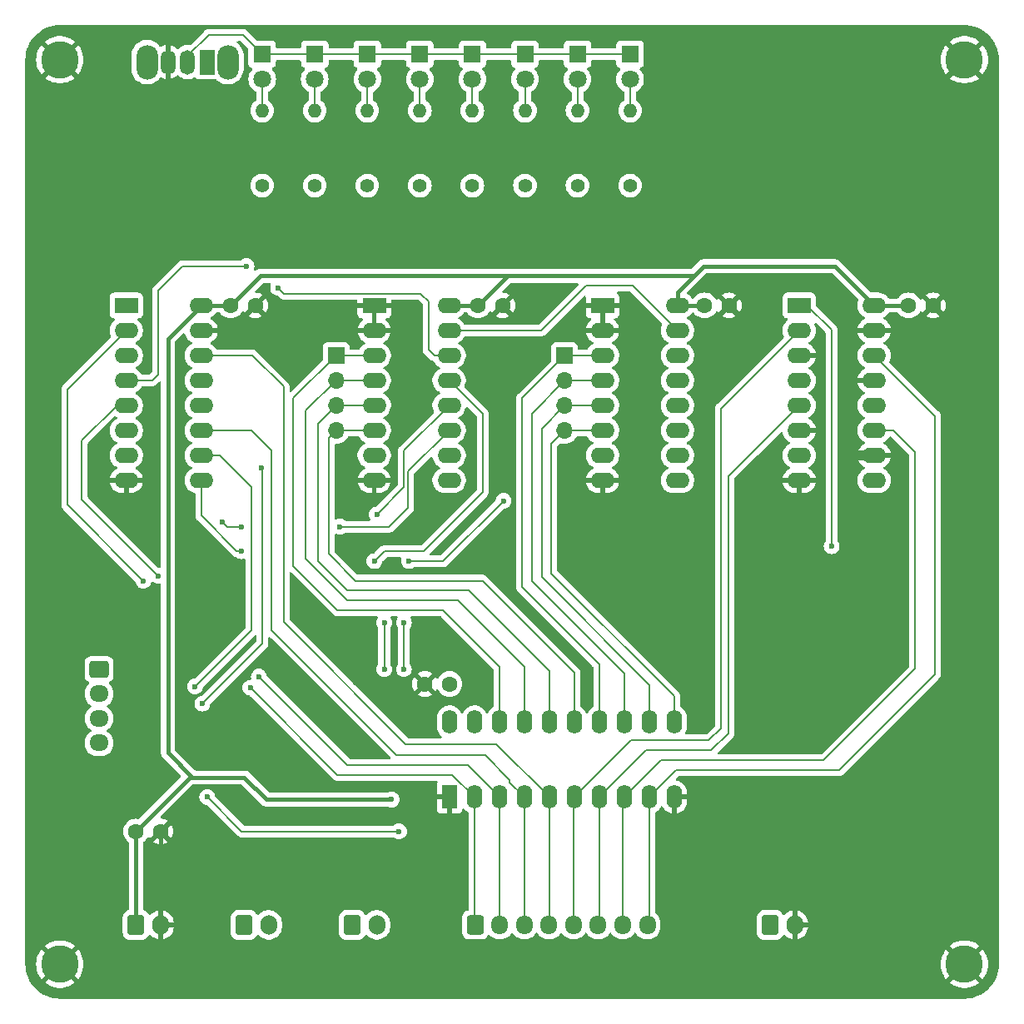
<source format=gbr>
%TF.GenerationSoftware,KiCad,Pcbnew,8.0.4*%
%TF.CreationDate,2024-09-25T14:12:18+03:00*%
%TF.ProjectId,STATUS_Register,53544154-5553-45f5-9265-676973746572,rev?*%
%TF.SameCoordinates,Original*%
%TF.FileFunction,Copper,L1,Top*%
%TF.FilePolarity,Positive*%
%FSLAX46Y46*%
G04 Gerber Fmt 4.6, Leading zero omitted, Abs format (unit mm)*
G04 Created by KiCad (PCBNEW 8.0.4) date 2024-09-25 14:12:18*
%MOMM*%
%LPD*%
G01*
G04 APERTURE LIST*
G04 Aperture macros list*
%AMRoundRect*
0 Rectangle with rounded corners*
0 $1 Rounding radius*
0 $2 $3 $4 $5 $6 $7 $8 $9 X,Y pos of 4 corners*
0 Add a 4 corners polygon primitive as box body*
4,1,4,$2,$3,$4,$5,$6,$7,$8,$9,$2,$3,0*
0 Add four circle primitives for the rounded corners*
1,1,$1+$1,$2,$3*
1,1,$1+$1,$4,$5*
1,1,$1+$1,$6,$7*
1,1,$1+$1,$8,$9*
0 Add four rect primitives between the rounded corners*
20,1,$1+$1,$2,$3,$4,$5,0*
20,1,$1+$1,$4,$5,$6,$7,0*
20,1,$1+$1,$6,$7,$8,$9,0*
20,1,$1+$1,$8,$9,$2,$3,0*%
G04 Aperture macros list end*
%TA.AperFunction,ComponentPad*%
%ADD10C,1.600000*%
%TD*%
%TA.AperFunction,ComponentPad*%
%ADD11C,1.400000*%
%TD*%
%TA.AperFunction,ComponentPad*%
%ADD12O,1.400000X1.400000*%
%TD*%
%TA.AperFunction,ComponentPad*%
%ADD13RoundRect,0.250000X-0.600000X-0.750000X0.600000X-0.750000X0.600000X0.750000X-0.600000X0.750000X0*%
%TD*%
%TA.AperFunction,ComponentPad*%
%ADD14O,1.700000X2.000000*%
%TD*%
%TA.AperFunction,ComponentPad*%
%ADD15R,1.800000X1.800000*%
%TD*%
%TA.AperFunction,ComponentPad*%
%ADD16C,1.800000*%
%TD*%
%TA.AperFunction,ComponentPad*%
%ADD17R,2.400000X1.600000*%
%TD*%
%TA.AperFunction,ComponentPad*%
%ADD18O,2.400000X1.600000*%
%TD*%
%TA.AperFunction,ComponentPad*%
%ADD19C,3.800000*%
%TD*%
%TA.AperFunction,ComponentPad*%
%ADD20RoundRect,0.250000X-0.600000X-0.725000X0.600000X-0.725000X0.600000X0.725000X-0.600000X0.725000X0*%
%TD*%
%TA.AperFunction,ComponentPad*%
%ADD21O,1.700000X1.950000*%
%TD*%
%TA.AperFunction,ComponentPad*%
%ADD22R,1.700000X1.700000*%
%TD*%
%TA.AperFunction,ComponentPad*%
%ADD23O,1.700000X1.700000*%
%TD*%
%TA.AperFunction,ComponentPad*%
%ADD24R,1.600000X2.400000*%
%TD*%
%TA.AperFunction,ComponentPad*%
%ADD25O,1.600000X2.400000*%
%TD*%
%TA.AperFunction,ComponentPad*%
%ADD26O,2.200000X3.500000*%
%TD*%
%TA.AperFunction,ComponentPad*%
%ADD27R,1.500000X2.500000*%
%TD*%
%TA.AperFunction,ComponentPad*%
%ADD28O,1.500000X2.500000*%
%TD*%
%TA.AperFunction,ComponentPad*%
%ADD29RoundRect,0.250000X-0.725000X0.600000X-0.725000X-0.600000X0.725000X-0.600000X0.725000X0.600000X0*%
%TD*%
%TA.AperFunction,ComponentPad*%
%ADD30O,1.950000X1.700000*%
%TD*%
%TA.AperFunction,ViaPad*%
%ADD31C,0.600000*%
%TD*%
%TA.AperFunction,Conductor*%
%ADD32C,0.400000*%
%TD*%
%TA.AperFunction,Conductor*%
%ADD33C,1.000000*%
%TD*%
%TA.AperFunction,Conductor*%
%ADD34C,0.200000*%
%TD*%
G04 APERTURE END LIST*
D10*
%TO.P,C4,1*%
%TO.N,+5V*%
X121380000Y-78999125D03*
%TO.P,C4,2*%
%TO.N,GND*%
X123880000Y-78999125D03*
%TD*%
D11*
%TO.P,R4,1*%
%TO.N,/Y4*%
X145965000Y-66810000D03*
D12*
%TO.P,R4,2*%
%TO.N,Net-(D5-A)*%
X145965000Y-59190000D03*
%TD*%
D11*
%TO.P,R0,1*%
%TO.N,/Y0*%
X124585000Y-66810000D03*
D12*
%TO.P,R0,2*%
%TO.N,Net-(D1-A)*%
X124585000Y-59190000D03*
%TD*%
D13*
%TO.P,J2,1,Pin_1*%
%TO.N,/DE_B*%
X122750000Y-142000000D03*
D14*
%TO.P,J2,2,Pin_2*%
%TO.N,/OE_B*%
X125250000Y-142000000D03*
%TD*%
D10*
%TO.P,C1,1*%
%TO.N,+5V*%
X146530000Y-79000000D03*
%TO.P,C1,2*%
%TO.N,GND*%
X149030000Y-79000000D03*
%TD*%
D15*
%TO.P,D1,1,K*%
%TO.N,Net-(D1-K)*%
X124585000Y-53460000D03*
D16*
%TO.P,D1,2,A*%
%TO.N,Net-(D1-A)*%
X124585000Y-56000000D03*
%TD*%
D17*
%TO.P,U5,1,S*%
%TO.N,/FLAGS_IN*%
X179200000Y-79000000D03*
D18*
%TO.P,U5,2,I0a*%
%TO.N,/B4*%
X179200000Y-81540000D03*
%TO.P,U5,3,I1a*%
%TO.N,GND*%
X179200000Y-84080000D03*
%TO.P,U5,4,Za*%
%TO.N,Net-(U2-D0)*%
X179200000Y-86620000D03*
%TO.P,U5,5,I0b*%
%TO.N,/B5*%
X179200000Y-89160000D03*
%TO.P,U5,6,I1b*%
%TO.N,GND*%
X179200000Y-91700000D03*
%TO.P,U5,7,Zb*%
%TO.N,Net-(U2-D1)*%
X179200000Y-94240000D03*
%TO.P,U5,8,GND*%
%TO.N,GND*%
X179200000Y-96780000D03*
%TO.P,U5,9,Zc*%
%TO.N,Net-(U2-D2)*%
X186820000Y-96780000D03*
%TO.P,U5,10,I1c*%
%TO.N,GND*%
X186820000Y-94240000D03*
%TO.P,U5,11,I0c*%
%TO.N,/B6*%
X186820000Y-91700000D03*
%TO.P,U5,12,Zd*%
%TO.N,Net-(U2-D3)*%
X186820000Y-89160000D03*
%TO.P,U5,13,I1d*%
%TO.N,GND*%
X186820000Y-86620000D03*
%TO.P,U5,14,I0d*%
%TO.N,/B7*%
X186820000Y-84080000D03*
%TO.P,U5,15,E*%
%TO.N,GND*%
X186820000Y-81540000D03*
%TO.P,U5,16,VCC*%
%TO.N,+5V*%
X186820000Y-79000000D03*
%TD*%
D11*
%TO.P,R1,1*%
%TO.N,/Y1*%
X129930000Y-66810000D03*
D12*
%TO.P,R1,2*%
%TO.N,Net-(D2-A)*%
X129930000Y-59190000D03*
%TD*%
D10*
%TO.P,C2,1*%
%TO.N,+5V*%
X169570000Y-79000000D03*
%TO.P,C2,2*%
%TO.N,GND*%
X172070000Y-79000000D03*
%TD*%
D19*
%TO.P,H2,1,1*%
%TO.N,GND*%
X196000000Y-146000000D03*
%TD*%
D15*
%TO.P,D3,1,K*%
%TO.N,Net-(D1-K)*%
X135275000Y-53460000D03*
D16*
%TO.P,D3,2,A*%
%TO.N,Net-(D3-A)*%
X135275000Y-56000000D03*
%TD*%
D13*
%TO.P,J1,1,Pin_1*%
%TO.N,+5V*%
X111750000Y-142000000D03*
D14*
%TO.P,J1,2,Pin_2*%
%TO.N,GND*%
X114250000Y-142000000D03*
%TD*%
D15*
%TO.P,D4,1,K*%
%TO.N,Net-(D1-K)*%
X140620000Y-53460000D03*
D16*
%TO.P,D4,2,A*%
%TO.N,Net-(D4-A)*%
X140620000Y-56000000D03*
%TD*%
D15*
%TO.P,D6,1,K*%
%TO.N,Net-(D1-K)*%
X151310000Y-53460000D03*
D16*
%TO.P,D6,2,A*%
%TO.N,Net-(D6-A)*%
X151310000Y-56000000D03*
%TD*%
D19*
%TO.P,H1,1,1*%
%TO.N,GND*%
X104000000Y-54000000D03*
%TD*%
D20*
%TO.P,J4,1,Pin_1*%
%TO.N,/B0*%
X146250000Y-142000000D03*
D21*
%TO.P,J4,2,Pin_2*%
%TO.N,/B1*%
X148750000Y-142000000D03*
%TO.P,J4,3,Pin_3*%
%TO.N,/B2*%
X151250000Y-142000000D03*
%TO.P,J4,4,Pin_4*%
%TO.N,/B3*%
X153750000Y-142000000D03*
%TO.P,J4,5,Pin_5*%
%TO.N,/B4*%
X156250000Y-142000000D03*
%TO.P,J4,6,Pin_6*%
%TO.N,/B5*%
X158750000Y-142000000D03*
%TO.P,J4,7,Pin_7*%
%TO.N,/B6*%
X161250000Y-142000000D03*
%TO.P,J4,8,Pin_8*%
%TO.N,/B7*%
X163750000Y-142000000D03*
%TD*%
D17*
%TO.P,U1,1,Oe1*%
%TO.N,GND*%
X135980000Y-79000000D03*
D18*
%TO.P,U1,2,Oe2*%
X135980000Y-81540000D03*
%TO.P,U1,3,Q0*%
%TO.N,/Y0*%
X135980000Y-84080000D03*
%TO.P,U1,4,Q1*%
%TO.N,/Y1*%
X135980000Y-86620000D03*
%TO.P,U1,5,Q2*%
%TO.N,/Y2*%
X135980000Y-89160000D03*
%TO.P,U1,6,Q3*%
%TO.N,/Y3*%
X135980000Y-91700000D03*
%TO.P,U1,7,Cp*%
%TO.N,/CLK*%
X135980000Y-94240000D03*
%TO.P,U1,8,GND*%
%TO.N,GND*%
X135980000Y-96780000D03*
%TO.P,U1,9,E1*%
%TO.N,/DE_B*%
X143600000Y-96780000D03*
%TO.P,U1,10,E2*%
X143600000Y-94240000D03*
%TO.P,U1,11,D3*%
%TO.N,Net-(U1-D3)*%
X143600000Y-91700000D03*
%TO.P,U1,12,D2*%
%TO.N,Net-(U1-D2)*%
X143600000Y-89160000D03*
%TO.P,U1,13,D1*%
%TO.N,Net-(U1-D1)*%
X143600000Y-86620000D03*
%TO.P,U1,14,D0*%
%TO.N,Net-(U1-D0)*%
X143600000Y-84080000D03*
%TO.P,U1,15,Mr*%
%TO.N,/RST*%
X143600000Y-81540000D03*
%TO.P,U1,16,VCC*%
%TO.N,+5V*%
X143600000Y-79000000D03*
%TD*%
D22*
%TO.P,J6,1,Pin_1*%
%TO.N,/Y0*%
X132100000Y-84080000D03*
D23*
%TO.P,J6,2,Pin_2*%
%TO.N,/Y1*%
X132100000Y-86620000D03*
%TO.P,J6,3,Pin_3*%
%TO.N,/Y2*%
X132100000Y-89160000D03*
%TO.P,J6,4,Pin_4*%
%TO.N,/Y3*%
X132100000Y-91700000D03*
%TD*%
D11*
%TO.P,R6,1*%
%TO.N,/Y6*%
X156655000Y-66810000D03*
D12*
%TO.P,R6,2*%
%TO.N,Net-(D7-A)*%
X156655000Y-59190000D03*
%TD*%
D10*
%TO.P,C6,1*%
%TO.N,+5V*%
X111750000Y-132500000D03*
%TO.P,C6,2*%
%TO.N,GND*%
X114250000Y-132500000D03*
%TD*%
D17*
%TO.P,U2,1,Oe1*%
%TO.N,GND*%
X159200000Y-79000000D03*
D18*
%TO.P,U2,2,Oe2*%
X159200000Y-81540000D03*
%TO.P,U2,3,Q0*%
%TO.N,/Y4*%
X159200000Y-84080000D03*
%TO.P,U2,4,Q1*%
%TO.N,/Y5*%
X159200000Y-86620000D03*
%TO.P,U2,5,Q2*%
%TO.N,/Y6*%
X159200000Y-89160000D03*
%TO.P,U2,6,Q3*%
%TO.N,/Y7*%
X159200000Y-91700000D03*
%TO.P,U2,7,Cp*%
%TO.N,/CLK*%
X159200000Y-94240000D03*
%TO.P,U2,8,GND*%
%TO.N,GND*%
X159200000Y-96780000D03*
%TO.P,U2,9,E1*%
%TO.N,/DE_B*%
X166820000Y-96780000D03*
%TO.P,U2,10,E2*%
X166820000Y-94240000D03*
%TO.P,U2,11,D3*%
%TO.N,Net-(U2-D3)*%
X166820000Y-91700000D03*
%TO.P,U2,12,D2*%
%TO.N,Net-(U2-D2)*%
X166820000Y-89160000D03*
%TO.P,U2,13,D1*%
%TO.N,Net-(U2-D1)*%
X166820000Y-86620000D03*
%TO.P,U2,14,D0*%
%TO.N,Net-(U2-D0)*%
X166820000Y-84080000D03*
%TO.P,U2,15,Mr*%
%TO.N,/RST*%
X166820000Y-81540000D03*
%TO.P,U2,16,VCC*%
%TO.N,+5V*%
X166820000Y-79000000D03*
%TD*%
D13*
%TO.P,J10,1,Pin_1*%
%TO.N,/FLAGS_IN*%
X176250000Y-142000000D03*
D14*
%TO.P,J10,2,Pin_2*%
%TO.N,GND*%
X178750000Y-142000000D03*
%TD*%
D15*
%TO.P,D7,1,K*%
%TO.N,Net-(D1-K)*%
X156655000Y-53460000D03*
D16*
%TO.P,D7,2,A*%
%TO.N,Net-(D7-A)*%
X156655000Y-56000000D03*
%TD*%
D11*
%TO.P,R7,1*%
%TO.N,/Y7*%
X162000000Y-66810000D03*
D12*
%TO.P,R7,2*%
%TO.N,Net-(D8-A)*%
X162000000Y-59190000D03*
%TD*%
D19*
%TO.P,H4,1,1*%
%TO.N,GND*%
X196000000Y-54000000D03*
%TD*%
D11*
%TO.P,R3,1*%
%TO.N,/Y3*%
X140620000Y-66810000D03*
D12*
%TO.P,R3,2*%
%TO.N,Net-(D4-A)*%
X140620000Y-59190000D03*
%TD*%
D15*
%TO.P,D8,1,K*%
%TO.N,Net-(D1-K)*%
X162000000Y-53460000D03*
D16*
%TO.P,D8,2,A*%
%TO.N,Net-(D8-A)*%
X162000000Y-56000000D03*
%TD*%
D24*
%TO.P,U3,1,A->B*%
%TO.N,GND*%
X143640000Y-129000000D03*
D25*
%TO.P,U3,2,A0*%
%TO.N,/B0*%
X146180000Y-129000000D03*
%TO.P,U3,3,A1*%
%TO.N,/B1*%
X148720000Y-129000000D03*
%TO.P,U3,4,A2*%
%TO.N,/B2*%
X151260000Y-129000000D03*
%TO.P,U3,5,A3*%
%TO.N,/B3*%
X153800000Y-129000000D03*
%TO.P,U3,6,A4*%
%TO.N,/B4*%
X156340000Y-129000000D03*
%TO.P,U3,7,A5*%
%TO.N,/B5*%
X158880000Y-129000000D03*
%TO.P,U3,8,A6*%
%TO.N,/B6*%
X161420000Y-129000000D03*
%TO.P,U3,9,A7*%
%TO.N,/B7*%
X163960000Y-129000000D03*
%TO.P,U3,10,GND*%
%TO.N,GND*%
X166500000Y-129000000D03*
%TO.P,U3,11,B7*%
%TO.N,/Y7*%
X166500000Y-121380000D03*
%TO.P,U3,12,B6*%
%TO.N,/Y6*%
X163960000Y-121380000D03*
%TO.P,U3,13,B5*%
%TO.N,/Y5*%
X161420000Y-121380000D03*
%TO.P,U3,14,B4*%
%TO.N,/Y4*%
X158880000Y-121380000D03*
%TO.P,U3,15,B3*%
%TO.N,/Y3*%
X156340000Y-121380000D03*
%TO.P,U3,16,B2*%
%TO.N,/Y2*%
X153800000Y-121380000D03*
%TO.P,U3,17,B1*%
%TO.N,/Y1*%
X151260000Y-121380000D03*
%TO.P,U3,18,B0*%
%TO.N,/Y0*%
X148720000Y-121380000D03*
%TO.P,U3,19,CE*%
%TO.N,/OE_B*%
X146180000Y-121380000D03*
%TO.P,U3,20,VCC*%
%TO.N,+5V*%
X143640000Y-121380000D03*
%TD*%
D10*
%TO.P,C3,1*%
%TO.N,+5V*%
X143640000Y-117500000D03*
%TO.P,C3,2*%
%TO.N,GND*%
X141140000Y-117500000D03*
%TD*%
D13*
%TO.P,J3,1,Pin_1*%
%TO.N,/CLK*%
X133750000Y-142000000D03*
D14*
%TO.P,J3,2,Pin_2*%
%TO.N,/RST*%
X136250000Y-142000000D03*
%TD*%
D15*
%TO.P,D2,1,K*%
%TO.N,Net-(D1-K)*%
X129930000Y-53460000D03*
D16*
%TO.P,D2,2,A*%
%TO.N,Net-(D2-A)*%
X129930000Y-56000000D03*
%TD*%
D10*
%TO.P,C5,1*%
%TO.N,+5V*%
X190320000Y-79000000D03*
%TO.P,C5,2*%
%TO.N,GND*%
X192820000Y-79000000D03*
%TD*%
D19*
%TO.P,H3,1,1*%
%TO.N,GND*%
X104000000Y-146000000D03*
%TD*%
D15*
%TO.P,D5,1,K*%
%TO.N,Net-(D1-K)*%
X145965000Y-53460000D03*
D16*
%TO.P,D5,2,A*%
%TO.N,Net-(D5-A)*%
X145965000Y-56000000D03*
%TD*%
D11*
%TO.P,R5,1*%
%TO.N,/Y5*%
X151310000Y-66810000D03*
D12*
%TO.P,R5,2*%
%TO.N,Net-(D6-A)*%
X151310000Y-59190000D03*
%TD*%
D22*
%TO.P,J7,1,Pin_1*%
%TO.N,/Y4*%
X155320000Y-84120000D03*
D23*
%TO.P,J7,2,Pin_2*%
%TO.N,/Y5*%
X155320000Y-86660000D03*
%TO.P,J7,3,Pin_3*%
%TO.N,/Y6*%
X155320000Y-89200000D03*
%TO.P,J7,4,Pin_4*%
%TO.N,/Y7*%
X155320000Y-91740000D03*
%TD*%
D26*
%TO.P,SW1,*%
%TO.N,*%
X121085000Y-54250000D03*
X112885000Y-54250000D03*
D27*
%TO.P,SW1,1,A*%
%TO.N,unconnected-(SW1-A-Pad1)*%
X118985000Y-54250000D03*
D28*
%TO.P,SW1,2,B*%
%TO.N,Net-(D1-K)*%
X116985000Y-54250000D03*
%TO.P,SW1,3,C*%
%TO.N,GND*%
X114985000Y-54250000D03*
%TD*%
D29*
%TO.P,J11,1,Pin_1*%
%TO.N,/FLAGS_0*%
X108000000Y-116000000D03*
D30*
%TO.P,J11,2,Pin_2*%
%TO.N,/FLAGS_1*%
X108000000Y-118500000D03*
%TO.P,J11,3,Pin_3*%
%TO.N,/FLAGS_2*%
X108000000Y-121000000D03*
%TO.P,J11,4,Pin_4*%
%TO.N,/FLAGS_3*%
X108000000Y-123500000D03*
%TD*%
D11*
%TO.P,R2,1*%
%TO.N,/Y2*%
X135275000Y-66810000D03*
D12*
%TO.P,R2,2*%
%TO.N,Net-(D3-A)*%
X135275000Y-59190000D03*
%TD*%
D17*
%TO.P,U4,1,S*%
%TO.N,/FLAGS_IN*%
X110760000Y-78999125D03*
D18*
%TO.P,U4,2,I0a*%
%TO.N,/B0*%
X110760000Y-81539125D03*
%TO.P,U4,3,I1a*%
%TO.N,/FLAGS_0*%
X110760000Y-84079125D03*
%TO.P,U4,4,Za*%
%TO.N,Net-(U1-D0)*%
X110760000Y-86619125D03*
%TO.P,U4,5,I0b*%
%TO.N,/B1*%
X110760000Y-89159125D03*
%TO.P,U4,6,I1b*%
%TO.N,/FLAGS_1*%
X110760000Y-91699125D03*
%TO.P,U4,7,Zb*%
%TO.N,Net-(U1-D1)*%
X110760000Y-94239125D03*
%TO.P,U4,8,GND*%
%TO.N,GND*%
X110760000Y-96779125D03*
%TO.P,U4,9,Zc*%
%TO.N,Net-(U1-D2)*%
X118380000Y-96779125D03*
%TO.P,U4,10,I1c*%
%TO.N,/FLAGS_2*%
X118380000Y-94239125D03*
%TO.P,U4,11,I0c*%
%TO.N,/B2*%
X118380000Y-91699125D03*
%TO.P,U4,12,Zd*%
%TO.N,Net-(U1-D3)*%
X118380000Y-89159125D03*
%TO.P,U4,13,I1d*%
%TO.N,/FLAGS_3*%
X118380000Y-86619125D03*
%TO.P,U4,14,I0d*%
%TO.N,/B3*%
X118380000Y-84079125D03*
%TO.P,U4,15,E*%
%TO.N,GND*%
X118380000Y-81539125D03*
%TO.P,U4,16,VCC*%
%TO.N,+5V*%
X118380000Y-78999125D03*
%TD*%
D31*
%TO.N,+5V*%
X137750000Y-129250000D03*
%TO.N,GND*%
X184000000Y-93750000D03*
%TO.N,/CLK*%
X149125000Y-98875000D03*
X139500000Y-105000000D03*
X137000000Y-111250000D03*
X137000000Y-116000000D03*
%TO.N,/RST*%
X139000000Y-111250000D03*
X139000000Y-116000000D03*
%TO.N,/B0*%
X123375000Y-117875000D03*
X112500000Y-107000000D03*
%TO.N,/B1*%
X124250000Y-116750000D03*
X114000000Y-106500000D03*
%TO.N,/FLAGS_IN*%
X182500000Y-103500000D03*
X119000000Y-129000000D03*
X138500000Y-132500000D03*
%TO.N,/FLAGS_2*%
X117750000Y-117750000D03*
%TO.N,/FLAGS_3*%
X118500000Y-119500000D03*
X124500000Y-95500000D03*
%TO.N,Net-(U1-D0)*%
X126200000Y-77200000D03*
X123000000Y-75000000D03*
%TO.N,Net-(U1-D1)*%
X136000000Y-105000000D03*
%TO.N,Net-(U1-D2)*%
X122500000Y-104000000D03*
X136250000Y-100250000D03*
%TO.N,Net-(U1-D3)*%
X122500000Y-101500000D03*
X132500000Y-101500000D03*
X120500000Y-101000000D03*
%TD*%
D32*
%TO.N,+5V*%
X115000000Y-124500000D02*
X117500000Y-127000000D01*
X111750000Y-132500000D02*
X117250000Y-127000000D01*
X118380000Y-78999125D02*
X121380000Y-78999125D01*
X124500000Y-76000000D02*
X124379125Y-76000000D01*
X146530000Y-79000000D02*
X149530000Y-76000000D01*
X111750000Y-132500000D02*
X111750000Y-142000000D01*
X182820000Y-75000000D02*
X169500000Y-75000000D01*
X166820000Y-79000000D02*
X169570000Y-79000000D01*
X168500000Y-76000000D02*
X166820000Y-77680000D01*
X115000000Y-82379125D02*
X115000000Y-124500000D01*
X150000000Y-76000000D02*
X124500000Y-76000000D01*
X124379125Y-76000000D02*
X121380000Y-78999125D01*
X166820000Y-77680000D02*
X166820000Y-79000000D01*
X117250000Y-127000000D02*
X117500000Y-127000000D01*
X150000000Y-76000000D02*
X168500000Y-76000000D01*
X186820000Y-79000000D02*
X182820000Y-75000000D01*
X118380000Y-78999125D02*
X115000000Y-82379125D01*
X146530000Y-79000000D02*
X143600000Y-79000000D01*
X125000000Y-129250000D02*
X137750000Y-129250000D01*
X149530000Y-76000000D02*
X150000000Y-76000000D01*
X186820000Y-79000000D02*
X190320000Y-79000000D01*
X122750000Y-127000000D02*
X125000000Y-129250000D01*
X169500000Y-75000000D02*
X168500000Y-76000000D01*
X117500000Y-127000000D02*
X122750000Y-127000000D01*
D33*
%TO.N,GND*%
X186820000Y-94240000D02*
X184490000Y-94240000D01*
D32*
X114250000Y-132500000D02*
X114250000Y-142000000D01*
D33*
X184490000Y-94240000D02*
X184000000Y-93750000D01*
D34*
%TO.N,Net-(D1-A)*%
X124585000Y-56000000D02*
X124585000Y-59190000D01*
%TO.N,Net-(D2-A)*%
X129930000Y-59190000D02*
X129930000Y-56000000D01*
%TO.N,Net-(D3-A)*%
X135275000Y-56000000D02*
X135275000Y-59190000D01*
%TO.N,Net-(D4-A)*%
X140620000Y-56000000D02*
X140620000Y-59190000D01*
%TO.N,Net-(D5-A)*%
X145965000Y-56000000D02*
X145965000Y-59190000D01*
%TO.N,Net-(D6-A)*%
X151310000Y-56000000D02*
X151310000Y-59190000D01*
%TO.N,Net-(D7-A)*%
X156655000Y-59190000D02*
X156655000Y-56000000D01*
%TO.N,Net-(D8-A)*%
X162000000Y-55690000D02*
X162000000Y-58880000D01*
%TO.N,/CLK*%
X143000000Y-105000000D02*
X139500000Y-105000000D01*
X149125000Y-98875000D02*
X143000000Y-105000000D01*
X137000000Y-116000000D02*
X137000000Y-111250000D01*
%TO.N,/RST*%
X139000000Y-116000000D02*
X139000000Y-111250000D01*
X143600000Y-81540000D02*
X152960000Y-81540000D01*
X162280000Y-77000000D02*
X166820000Y-81540000D01*
X157500000Y-77000000D02*
X162280000Y-77000000D01*
X152960000Y-81540000D02*
X157500000Y-77000000D01*
%TO.N,/B5*%
X163630000Y-124250000D02*
X158880000Y-129000000D01*
X179200000Y-89160000D02*
X172000000Y-96360000D01*
X172000000Y-122500000D02*
X170250000Y-124250000D01*
X172000000Y-96360000D02*
X172000000Y-122500000D01*
X158880000Y-129000000D02*
X158880000Y-141870000D01*
X170250000Y-124250000D02*
X163630000Y-124250000D01*
X158880000Y-141870000D02*
X158750000Y-142000000D01*
%TO.N,/B0*%
X104750000Y-99250000D02*
X104750000Y-87549125D01*
X123375000Y-117875000D02*
X132250000Y-126750000D01*
X112500000Y-107000000D02*
X104750000Y-99250000D01*
X132250000Y-126750000D02*
X143930000Y-126750000D01*
X146180000Y-129000000D02*
X146180000Y-141930000D01*
X104750000Y-87549125D02*
X110760000Y-81539125D01*
X143930000Y-126750000D02*
X146180000Y-129000000D01*
X146180000Y-141930000D02*
X146250000Y-142000000D01*
%TO.N,/B6*%
X191000000Y-115934314D02*
X181684314Y-125250000D01*
X188750000Y-91700000D02*
X191000000Y-93950000D01*
X165170000Y-125250000D02*
X161420000Y-129000000D01*
X161250000Y-142000000D02*
X161250000Y-129170000D01*
X186820000Y-91700000D02*
X188750000Y-91700000D01*
X161250000Y-129170000D02*
X161420000Y-129000000D01*
X191000000Y-93950000D02*
X191000000Y-115934314D01*
X181684314Y-125250000D02*
X165170000Y-125250000D01*
%TO.N,/B7*%
X193000000Y-116500000D02*
X193000000Y-90260000D01*
X163960000Y-129000000D02*
X163960000Y-141790000D01*
X183250000Y-126250000D02*
X193000000Y-116500000D01*
X163960000Y-129000000D02*
X166710000Y-126250000D01*
X193000000Y-90260000D02*
X186820000Y-84080000D01*
X166710000Y-126250000D02*
X183250000Y-126250000D01*
X163960000Y-141790000D02*
X163750000Y-142000000D01*
%TO.N,/B2*%
X151250000Y-142000000D02*
X151250000Y-129010000D01*
X147250000Y-124750000D02*
X138250000Y-124750000D01*
X138250000Y-124750000D02*
X125500000Y-112000000D01*
X149760000Y-127500000D02*
X149760000Y-127260000D01*
X151260000Y-129000000D02*
X149760000Y-127500000D01*
X125500000Y-112000000D02*
X125500000Y-93750000D01*
X123449125Y-91699125D02*
X118380000Y-91699125D01*
X151250000Y-129010000D02*
X151260000Y-129000000D01*
X125500000Y-93750000D02*
X123449125Y-91699125D01*
X149760000Y-127260000D02*
X147250000Y-124750000D01*
%TO.N,/B1*%
X145470000Y-125750000D02*
X148720000Y-129000000D01*
X109840875Y-89159125D02*
X110760000Y-89159125D01*
X124250000Y-116750000D02*
X133250000Y-125750000D01*
X106250000Y-98750000D02*
X106250000Y-92750000D01*
X106250000Y-92750000D02*
X109840875Y-89159125D01*
X148720000Y-141970000D02*
X148750000Y-142000000D01*
X114000000Y-106500000D02*
X106250000Y-98750000D01*
X133250000Y-125750000D02*
X145470000Y-125750000D01*
X148720000Y-129000000D02*
X148720000Y-141970000D01*
%TO.N,/B3*%
X153800000Y-141950000D02*
X153750000Y-142000000D01*
X139165686Y-123600000D02*
X126750000Y-111184314D01*
X148400000Y-123600000D02*
X139165686Y-123600000D01*
X126750000Y-111184314D02*
X126750000Y-87250000D01*
X153800000Y-129000000D02*
X148400000Y-123600000D01*
X123579125Y-84079125D02*
X118380000Y-84079125D01*
X153800000Y-129000000D02*
X153800000Y-141950000D01*
X126750000Y-87250000D02*
X123579125Y-84079125D01*
%TO.N,/B4*%
X162090000Y-123250000D02*
X170000000Y-123250000D01*
X156340000Y-129000000D02*
X162090000Y-123250000D01*
X171250000Y-122000000D02*
X171250000Y-89490000D01*
X170000000Y-123250000D02*
X171250000Y-122000000D01*
X156250000Y-142000000D02*
X156250000Y-129090000D01*
X156250000Y-129090000D02*
X156340000Y-129000000D01*
X171250000Y-89490000D02*
X179200000Y-81540000D01*
%TO.N,/Y0*%
X132100000Y-84080000D02*
X135980000Y-84080000D01*
X127750000Y-105500000D02*
X132250000Y-110000000D01*
X148720000Y-115720000D02*
X148720000Y-121380000D01*
X132250000Y-110000000D02*
X143000000Y-110000000D01*
X127750000Y-88430000D02*
X127750000Y-105500000D01*
X143000000Y-110000000D02*
X148720000Y-115720000D01*
X132100000Y-84080000D02*
X127750000Y-88430000D01*
%TO.N,/Y1*%
X144500000Y-109000000D02*
X151260000Y-115760000D01*
X132100000Y-86620000D02*
X129000000Y-89720000D01*
X129000000Y-89720000D02*
X129000000Y-104750000D01*
X129000000Y-104750000D02*
X133250000Y-109000000D01*
X133250000Y-109000000D02*
X144500000Y-109000000D01*
X135980000Y-86620000D02*
X132100000Y-86620000D01*
X151260000Y-115760000D02*
X151260000Y-121380000D01*
%TO.N,/Y2*%
X145625000Y-108000000D02*
X153800000Y-116175000D01*
X130250000Y-105000000D02*
X133250000Y-108000000D01*
X130250000Y-91010000D02*
X130250000Y-105000000D01*
X132100000Y-89160000D02*
X130250000Y-91010000D01*
X153800000Y-116175000D02*
X153800000Y-121380000D01*
X132100000Y-89160000D02*
X135980000Y-89160000D01*
X133250000Y-108000000D02*
X145625000Y-108000000D01*
%TO.N,/Y3*%
X156340000Y-116340000D02*
X156340000Y-121380000D01*
X131350000Y-92450000D02*
X131350000Y-104284314D01*
X134065686Y-107000000D02*
X147000000Y-107000000D01*
X147000000Y-107000000D02*
X156340000Y-116340000D01*
X131350000Y-104284314D02*
X134065686Y-107000000D01*
X135980000Y-91700000D02*
X132100000Y-91700000D01*
X132100000Y-91700000D02*
X131350000Y-92450000D01*
%TO.N,/Y4*%
X155360000Y-84080000D02*
X155320000Y-84120000D01*
X151000000Y-88440000D02*
X151000000Y-107631372D01*
X158880000Y-115511372D02*
X158880000Y-121380000D01*
X155320000Y-84120000D02*
X151000000Y-88440000D01*
X151000000Y-107631372D02*
X158880000Y-115511372D01*
X159200000Y-84080000D02*
X155360000Y-84080000D01*
%TO.N,/Y5*%
X161420000Y-121380000D02*
X161420000Y-116420000D01*
X159160000Y-86660000D02*
X159200000Y-86620000D01*
X161420000Y-116420000D02*
X152000000Y-107000000D01*
X155320000Y-86660000D02*
X159160000Y-86660000D01*
X152000000Y-107000000D02*
X152000000Y-89980000D01*
X152000000Y-89980000D02*
X155320000Y-86660000D01*
%TO.N,/Y6*%
X153000000Y-91520000D02*
X153000000Y-106625000D01*
X155320000Y-89200000D02*
X159160000Y-89200000D01*
X163960000Y-117585000D02*
X163960000Y-121380000D01*
X153000000Y-106625000D02*
X163960000Y-117585000D01*
X155320000Y-89200000D02*
X153000000Y-91520000D01*
X159160000Y-89200000D02*
X159200000Y-89160000D01*
%TO.N,/Y7*%
X154000000Y-93060000D02*
X155320000Y-91740000D01*
X154000000Y-106250000D02*
X154000000Y-93060000D01*
X166500000Y-118750000D02*
X154000000Y-106250000D01*
X155360000Y-91700000D02*
X155320000Y-91740000D01*
X159200000Y-91700000D02*
X155360000Y-91700000D01*
X166500000Y-121380000D02*
X166500000Y-118750000D01*
%TO.N,Net-(D1-K)*%
X119135000Y-51500000D02*
X116985000Y-53650000D01*
X122625000Y-51500000D02*
X124585000Y-53460000D01*
X162000000Y-53460000D02*
X124585000Y-53460000D01*
X116985000Y-53650000D02*
X116985000Y-54250000D01*
X122625000Y-51500000D02*
X119135000Y-51500000D01*
%TO.N,/FLAGS_IN*%
X182500000Y-103500000D02*
X182500000Y-81500000D01*
X182500000Y-81500000D02*
X180000000Y-79000000D01*
X122500000Y-132500000D02*
X119000000Y-129000000D01*
X138500000Y-132500000D02*
X122500000Y-132500000D01*
X180000000Y-79000000D02*
X179200000Y-79000000D01*
%TO.N,/FLAGS_2*%
X120239125Y-94239125D02*
X118380000Y-94239125D01*
X117750000Y-117750000D02*
X123500000Y-112000000D01*
X123500000Y-97500000D02*
X120239125Y-94239125D01*
X123500000Y-112000000D02*
X123500000Y-97500000D01*
%TO.N,/FLAGS_3*%
X124600000Y-95600000D02*
X124500000Y-95500000D01*
X118500000Y-119500000D02*
X124600000Y-113400000D01*
X124600000Y-113400000D02*
X124600000Y-95600000D01*
%TO.N,Net-(U1-D0)*%
X142080000Y-84080000D02*
X143600000Y-84080000D01*
X126800000Y-77800000D02*
X140700000Y-77800000D01*
X141500000Y-83500000D02*
X142080000Y-84080000D01*
X116500000Y-75000000D02*
X114000000Y-77500000D01*
X141500000Y-78600000D02*
X141500000Y-83500000D01*
X114000000Y-86000000D02*
X113380875Y-86619125D01*
X123000000Y-75000000D02*
X116500000Y-75000000D01*
X140700000Y-77800000D02*
X141500000Y-78600000D01*
X113380875Y-86619125D02*
X110760000Y-86619125D01*
X114000000Y-77500000D02*
X114000000Y-86000000D01*
X126200000Y-77200000D02*
X126800000Y-77800000D01*
%TO.N,Net-(U1-D1)*%
X147000000Y-98000000D02*
X147000000Y-90020000D01*
X137000000Y-104000000D02*
X141000000Y-104000000D01*
X136000000Y-105000000D02*
X137000000Y-104000000D01*
X147000000Y-90020000D02*
X143600000Y-86620000D01*
X141000000Y-104000000D02*
X147000000Y-98000000D01*
%TO.N,Net-(U1-D2)*%
X136250000Y-100250000D02*
X139000000Y-97500000D01*
X122500000Y-104000000D02*
X122000000Y-104000000D01*
X139000000Y-97500000D02*
X139000000Y-93760000D01*
X122000000Y-104000000D02*
X118380000Y-100380000D01*
X139000000Y-93760000D02*
X143600000Y-89160000D01*
X118380000Y-100380000D02*
X118380000Y-96779125D01*
%TO.N,Net-(U1-D3)*%
X132500000Y-101500000D02*
X137500000Y-101500000D01*
X122500000Y-101500000D02*
X121000000Y-101500000D01*
X137500000Y-101500000D02*
X139400000Y-99600000D01*
X139400000Y-95900000D02*
X143600000Y-91700000D01*
X139400000Y-99600000D02*
X139400000Y-95900000D01*
X121000000Y-101500000D02*
X120500000Y-101000000D01*
%TD*%
%TA.AperFunction,Conductor*%
%TO.N,GND*%
G36*
X182545520Y-75720185D02*
G01*
X182566162Y-75736819D01*
X185190008Y-78360665D01*
X185223493Y-78421988D01*
X185218509Y-78491680D01*
X185216514Y-78496228D01*
X185216643Y-78496282D01*
X185214779Y-78500781D01*
X185151523Y-78695461D01*
X185151523Y-78695464D01*
X185119500Y-78897648D01*
X185119500Y-79102351D01*
X185151522Y-79304534D01*
X185214781Y-79499223D01*
X185258372Y-79584773D01*
X185292869Y-79652478D01*
X185307715Y-79681613D01*
X185428028Y-79847213D01*
X185572786Y-79991971D01*
X185691404Y-80078150D01*
X185738390Y-80112287D01*
X185810424Y-80148990D01*
X185831629Y-80159795D01*
X185882425Y-80207770D01*
X185899220Y-80275591D01*
X185876682Y-80341726D01*
X185831629Y-80380765D01*
X185738650Y-80428140D01*
X185573105Y-80548417D01*
X185573104Y-80548417D01*
X185428417Y-80693104D01*
X185428417Y-80693105D01*
X185308140Y-80858650D01*
X185215244Y-81040970D01*
X185152009Y-81235586D01*
X185143391Y-81290000D01*
X186504314Y-81290000D01*
X186499920Y-81294394D01*
X186447259Y-81385606D01*
X186420000Y-81487339D01*
X186420000Y-81592661D01*
X186447259Y-81694394D01*
X186499920Y-81785606D01*
X186504314Y-81790000D01*
X185143391Y-81790000D01*
X185152009Y-81844413D01*
X185215244Y-82039029D01*
X185308140Y-82221349D01*
X185428417Y-82386894D01*
X185428417Y-82386895D01*
X185573104Y-82531582D01*
X185738652Y-82651861D01*
X185831628Y-82699234D01*
X185882425Y-82747208D01*
X185899220Y-82815029D01*
X185876683Y-82881164D01*
X185831630Y-82920203D01*
X185738388Y-82967713D01*
X185572786Y-83088028D01*
X185428028Y-83232786D01*
X185307715Y-83398386D01*
X185214781Y-83580776D01*
X185151522Y-83775465D01*
X185119500Y-83977648D01*
X185119500Y-84182351D01*
X185151522Y-84384534D01*
X185214781Y-84579223D01*
X185276415Y-84700185D01*
X185307269Y-84760739D01*
X185307715Y-84761613D01*
X185428028Y-84927213D01*
X185572786Y-85071971D01*
X185710928Y-85172335D01*
X185738390Y-85192287D01*
X185810424Y-85228990D01*
X185831629Y-85239795D01*
X185882425Y-85287770D01*
X185899220Y-85355591D01*
X185876682Y-85421726D01*
X185831629Y-85460765D01*
X185738650Y-85508140D01*
X185573105Y-85628417D01*
X185573104Y-85628417D01*
X185428417Y-85773104D01*
X185428417Y-85773105D01*
X185308140Y-85938650D01*
X185215244Y-86120970D01*
X185152009Y-86315586D01*
X185143391Y-86370000D01*
X186504314Y-86370000D01*
X186499920Y-86374394D01*
X186447259Y-86465606D01*
X186420000Y-86567339D01*
X186420000Y-86672661D01*
X186447259Y-86774394D01*
X186499920Y-86865606D01*
X186504314Y-86870000D01*
X185143391Y-86870000D01*
X185152009Y-86924413D01*
X185215244Y-87119029D01*
X185308140Y-87301349D01*
X185428417Y-87466894D01*
X185428417Y-87466895D01*
X185573104Y-87611582D01*
X185738652Y-87731861D01*
X185831628Y-87779234D01*
X185882425Y-87827208D01*
X185899220Y-87895029D01*
X185876683Y-87961164D01*
X185831630Y-88000203D01*
X185738388Y-88047713D01*
X185572786Y-88168028D01*
X185428028Y-88312786D01*
X185307715Y-88478386D01*
X185214781Y-88660776D01*
X185151522Y-88855465D01*
X185119500Y-89057648D01*
X185119500Y-89262351D01*
X185151522Y-89464534D01*
X185214781Y-89659223D01*
X185266385Y-89760500D01*
X185307267Y-89840735D01*
X185307715Y-89841613D01*
X185428028Y-90007213D01*
X185572786Y-90151971D01*
X185691883Y-90238498D01*
X185738390Y-90272287D01*
X185829363Y-90318640D01*
X185831080Y-90319515D01*
X185881876Y-90367490D01*
X185898671Y-90435311D01*
X185876134Y-90501446D01*
X185831080Y-90540485D01*
X185738386Y-90587715D01*
X185572786Y-90708028D01*
X185428028Y-90852786D01*
X185307715Y-91018386D01*
X185214781Y-91200776D01*
X185151522Y-91395465D01*
X185119500Y-91597648D01*
X185119500Y-91802351D01*
X185151522Y-92004534D01*
X185214781Y-92199223D01*
X185276146Y-92319656D01*
X185307548Y-92381287D01*
X185307715Y-92381613D01*
X185428028Y-92547213D01*
X185572786Y-92691971D01*
X185691883Y-92778498D01*
X185738390Y-92812287D01*
X185790933Y-92839059D01*
X185831629Y-92859795D01*
X185882425Y-92907770D01*
X185899220Y-92975591D01*
X185876682Y-93041726D01*
X185831629Y-93080765D01*
X185738650Y-93128140D01*
X185573105Y-93248417D01*
X185573104Y-93248417D01*
X185428417Y-93393104D01*
X185428417Y-93393105D01*
X185308140Y-93558650D01*
X185215244Y-93740970D01*
X185152009Y-93935586D01*
X185143391Y-93990000D01*
X186504314Y-93990000D01*
X186499920Y-93994394D01*
X186447259Y-94085606D01*
X186420000Y-94187339D01*
X186420000Y-94292661D01*
X186447259Y-94394394D01*
X186499920Y-94485606D01*
X186504314Y-94490000D01*
X185143391Y-94490000D01*
X185152009Y-94544413D01*
X185215244Y-94739029D01*
X185308140Y-94921349D01*
X185428417Y-95086894D01*
X185428417Y-95086895D01*
X185573104Y-95231582D01*
X185738652Y-95351861D01*
X185831628Y-95399234D01*
X185882425Y-95447208D01*
X185899220Y-95515029D01*
X185876683Y-95581164D01*
X185831630Y-95620203D01*
X185738388Y-95667713D01*
X185572786Y-95788028D01*
X185428028Y-95932786D01*
X185307715Y-96098386D01*
X185214781Y-96280776D01*
X185151522Y-96475465D01*
X185119500Y-96677648D01*
X185119500Y-96882351D01*
X185151522Y-97084534D01*
X185214781Y-97279223D01*
X185278691Y-97404653D01*
X185307267Y-97460735D01*
X185307715Y-97461613D01*
X185428028Y-97627213D01*
X185572786Y-97771971D01*
X185727749Y-97884556D01*
X185738390Y-97892287D01*
X185854607Y-97951503D01*
X185920776Y-97985218D01*
X185920778Y-97985218D01*
X185920781Y-97985220D01*
X186025137Y-98019127D01*
X186115465Y-98048477D01*
X186170483Y-98057191D01*
X186317648Y-98080500D01*
X186317649Y-98080500D01*
X187322351Y-98080500D01*
X187322352Y-98080500D01*
X187524534Y-98048477D01*
X187719219Y-97985220D01*
X187901610Y-97892287D01*
X188028500Y-97800097D01*
X188067213Y-97771971D01*
X188067215Y-97771968D01*
X188067219Y-97771966D01*
X188211966Y-97627219D01*
X188211968Y-97627215D01*
X188211971Y-97627213D01*
X188264732Y-97554590D01*
X188332287Y-97461610D01*
X188425220Y-97279219D01*
X188488477Y-97084534D01*
X188520500Y-96882352D01*
X188520500Y-96677648D01*
X188503833Y-96572416D01*
X188488477Y-96475465D01*
X188425218Y-96280776D01*
X188348299Y-96129816D01*
X188332287Y-96098390D01*
X188324556Y-96087749D01*
X188211971Y-95932786D01*
X188067213Y-95788028D01*
X187901611Y-95667713D01*
X187808369Y-95620203D01*
X187757574Y-95572229D01*
X187740779Y-95504407D01*
X187763317Y-95438273D01*
X187808371Y-95399234D01*
X187901347Y-95351861D01*
X188066894Y-95231582D01*
X188066895Y-95231582D01*
X188211582Y-95086895D01*
X188211582Y-95086894D01*
X188331859Y-94921349D01*
X188424755Y-94739029D01*
X188487990Y-94544413D01*
X188496609Y-94490000D01*
X187135686Y-94490000D01*
X187140080Y-94485606D01*
X187192741Y-94394394D01*
X187220000Y-94292661D01*
X187220000Y-94187339D01*
X187192741Y-94085606D01*
X187140080Y-93994394D01*
X187135686Y-93990000D01*
X188496609Y-93990000D01*
X188487990Y-93935586D01*
X188424755Y-93740970D01*
X188331859Y-93558650D01*
X188211582Y-93393105D01*
X188211582Y-93393104D01*
X188066895Y-93248417D01*
X187901349Y-93128140D01*
X187808370Y-93080765D01*
X187757574Y-93032790D01*
X187740779Y-92964969D01*
X187763316Y-92898835D01*
X187808370Y-92859795D01*
X187810637Y-92858640D01*
X187901610Y-92812287D01*
X188003180Y-92738493D01*
X188067213Y-92691971D01*
X188067215Y-92691968D01*
X188067219Y-92691966D01*
X188211966Y-92547219D01*
X188211968Y-92547215D01*
X188211971Y-92547213D01*
X188332284Y-92381614D01*
X188332285Y-92381613D01*
X188332287Y-92381610D01*
X188339117Y-92368204D01*
X188387091Y-92317409D01*
X188449602Y-92300500D01*
X188449903Y-92300500D01*
X188516942Y-92320185D01*
X188537584Y-92336819D01*
X190363181Y-94162416D01*
X190396666Y-94223739D01*
X190399500Y-94250097D01*
X190399500Y-115634217D01*
X190379815Y-115701256D01*
X190363181Y-115721898D01*
X181471898Y-124613181D01*
X181410575Y-124646666D01*
X181384217Y-124649500D01*
X170999096Y-124649500D01*
X170932057Y-124629815D01*
X170886302Y-124577011D01*
X170876358Y-124507853D01*
X170905383Y-124444297D01*
X170911415Y-124437819D01*
X171164395Y-124184839D01*
X172480520Y-122868716D01*
X172559577Y-122731784D01*
X172600501Y-122579057D01*
X172600501Y-122420942D01*
X172600501Y-122413347D01*
X172600500Y-122413329D01*
X172600500Y-96660097D01*
X172620185Y-96593058D01*
X172636819Y-96572416D01*
X174959500Y-94249735D01*
X177315192Y-91894042D01*
X177376512Y-91860560D01*
X177446204Y-91865544D01*
X177502137Y-91907416D01*
X177525343Y-91962327D01*
X177532010Y-92004418D01*
X177595244Y-92199031D01*
X177688140Y-92381349D01*
X177808417Y-92546894D01*
X177808417Y-92546895D01*
X177953104Y-92691582D01*
X178118652Y-92811861D01*
X178211628Y-92859234D01*
X178262425Y-92907208D01*
X178279220Y-92975029D01*
X178256683Y-93041164D01*
X178211630Y-93080203D01*
X178118388Y-93127713D01*
X177952786Y-93248028D01*
X177808028Y-93392786D01*
X177687715Y-93558386D01*
X177594781Y-93740776D01*
X177531522Y-93935465D01*
X177499500Y-94137648D01*
X177499500Y-94342351D01*
X177531522Y-94544534D01*
X177594781Y-94739223D01*
X177612609Y-94774211D01*
X177687267Y-94920735D01*
X177687715Y-94921613D01*
X177808028Y-95087213D01*
X177952786Y-95231971D01*
X178107749Y-95344556D01*
X178118390Y-95352287D01*
X178190424Y-95388990D01*
X178211629Y-95399795D01*
X178262425Y-95447770D01*
X178279220Y-95515591D01*
X178256682Y-95581726D01*
X178211629Y-95620765D01*
X178118650Y-95668140D01*
X177953105Y-95788417D01*
X177953104Y-95788417D01*
X177808417Y-95933104D01*
X177808417Y-95933105D01*
X177688140Y-96098650D01*
X177595244Y-96280970D01*
X177532009Y-96475586D01*
X177523391Y-96530000D01*
X178884314Y-96530000D01*
X178879920Y-96534394D01*
X178827259Y-96625606D01*
X178800000Y-96727339D01*
X178800000Y-96832661D01*
X178827259Y-96934394D01*
X178879920Y-97025606D01*
X178884314Y-97030000D01*
X177523391Y-97030000D01*
X177532009Y-97084413D01*
X177595244Y-97279029D01*
X177688140Y-97461349D01*
X177808417Y-97626894D01*
X177808417Y-97626895D01*
X177953104Y-97771582D01*
X178118650Y-97891859D01*
X178300968Y-97984755D01*
X178495582Y-98047990D01*
X178697683Y-98080000D01*
X178950000Y-98080000D01*
X178950000Y-97095686D01*
X178954394Y-97100080D01*
X179045606Y-97152741D01*
X179147339Y-97180000D01*
X179252661Y-97180000D01*
X179354394Y-97152741D01*
X179445606Y-97100080D01*
X179450000Y-97095686D01*
X179450000Y-98080000D01*
X179702317Y-98080000D01*
X179904417Y-98047990D01*
X180099031Y-97984755D01*
X180281349Y-97891859D01*
X180446894Y-97771582D01*
X180446895Y-97771582D01*
X180591582Y-97626895D01*
X180591582Y-97626894D01*
X180711859Y-97461349D01*
X180804755Y-97279029D01*
X180867990Y-97084413D01*
X180876609Y-97030000D01*
X179515686Y-97030000D01*
X179520080Y-97025606D01*
X179572741Y-96934394D01*
X179600000Y-96832661D01*
X179600000Y-96727339D01*
X179572741Y-96625606D01*
X179520080Y-96534394D01*
X179515686Y-96530000D01*
X180876609Y-96530000D01*
X180867990Y-96475586D01*
X180804755Y-96280970D01*
X180711859Y-96098650D01*
X180591582Y-95933105D01*
X180591582Y-95933104D01*
X180446895Y-95788417D01*
X180281349Y-95668140D01*
X180188370Y-95620765D01*
X180137574Y-95572790D01*
X180120779Y-95504969D01*
X180143316Y-95438835D01*
X180188370Y-95399795D01*
X180189471Y-95399234D01*
X180281610Y-95352287D01*
X180325024Y-95320745D01*
X180447213Y-95231971D01*
X180447215Y-95231968D01*
X180447219Y-95231966D01*
X180591966Y-95087219D01*
X180591968Y-95087215D01*
X180591971Y-95087213D01*
X180656978Y-94997737D01*
X180712287Y-94921610D01*
X180805220Y-94739219D01*
X180868477Y-94544534D01*
X180900500Y-94342352D01*
X180900500Y-94137648D01*
X180878498Y-93998735D01*
X180868477Y-93935465D01*
X180837152Y-93839057D01*
X180805220Y-93740781D01*
X180805218Y-93740778D01*
X180805218Y-93740776D01*
X180753168Y-93638624D01*
X180712287Y-93558390D01*
X180690362Y-93528213D01*
X180591971Y-93392786D01*
X180447213Y-93248028D01*
X180281611Y-93127713D01*
X180188369Y-93080203D01*
X180137574Y-93032229D01*
X180120779Y-92964407D01*
X180143317Y-92898273D01*
X180188371Y-92859234D01*
X180281347Y-92811861D01*
X180446894Y-92691582D01*
X180446895Y-92691582D01*
X180591582Y-92546895D01*
X180591582Y-92546894D01*
X180711859Y-92381349D01*
X180804755Y-92199029D01*
X180867990Y-92004413D01*
X180876609Y-91950000D01*
X179515686Y-91950000D01*
X179520080Y-91945606D01*
X179572741Y-91854394D01*
X179600000Y-91752661D01*
X179600000Y-91647339D01*
X179572741Y-91545606D01*
X179520080Y-91454394D01*
X179515686Y-91450000D01*
X180876609Y-91450000D01*
X180867990Y-91395586D01*
X180804755Y-91200970D01*
X180711859Y-91018650D01*
X180591582Y-90853105D01*
X180591582Y-90853104D01*
X180446895Y-90708417D01*
X180281349Y-90588140D01*
X180188370Y-90540765D01*
X180137574Y-90492790D01*
X180120779Y-90424969D01*
X180143316Y-90358835D01*
X180188370Y-90319795D01*
X180190637Y-90318640D01*
X180281610Y-90272287D01*
X180336488Y-90232416D01*
X180447213Y-90151971D01*
X180447215Y-90151968D01*
X180447219Y-90151966D01*
X180591966Y-90007219D01*
X180591968Y-90007215D01*
X180591971Y-90007213D01*
X180646314Y-89932415D01*
X180712287Y-89841610D01*
X180805220Y-89659219D01*
X180868477Y-89464534D01*
X180900500Y-89262352D01*
X180900500Y-89057648D01*
X180892871Y-89009480D01*
X180868477Y-88855465D01*
X180814303Y-88688735D01*
X180805220Y-88660781D01*
X180805218Y-88660778D01*
X180805218Y-88660776D01*
X180763966Y-88579815D01*
X180712287Y-88478390D01*
X180704556Y-88467749D01*
X180591971Y-88312786D01*
X180447213Y-88168028D01*
X180281614Y-88047715D01*
X180238927Y-88025965D01*
X180188917Y-88000483D01*
X180138123Y-87952511D01*
X180121328Y-87884690D01*
X180143865Y-87818555D01*
X180188917Y-87779516D01*
X180281610Y-87732287D01*
X180328124Y-87698493D01*
X180447213Y-87611971D01*
X180447215Y-87611968D01*
X180447219Y-87611966D01*
X180591966Y-87467219D01*
X180591968Y-87467215D01*
X180591971Y-87467213D01*
X180644732Y-87394590D01*
X180712287Y-87301610D01*
X180805220Y-87119219D01*
X180868477Y-86924534D01*
X180900500Y-86722352D01*
X180900500Y-86517648D01*
X180879426Y-86384592D01*
X180868477Y-86315465D01*
X180805218Y-86120776D01*
X180763966Y-86039815D01*
X180712287Y-85938390D01*
X180704556Y-85927749D01*
X180591971Y-85772786D01*
X180447213Y-85628028D01*
X180281611Y-85507713D01*
X180188369Y-85460203D01*
X180137574Y-85412229D01*
X180120779Y-85344407D01*
X180143317Y-85278273D01*
X180188371Y-85239234D01*
X180281347Y-85191861D01*
X180446894Y-85071582D01*
X180446895Y-85071582D01*
X180591582Y-84926895D01*
X180591582Y-84926894D01*
X180711859Y-84761349D01*
X180804755Y-84579029D01*
X180867990Y-84384413D01*
X180876609Y-84330000D01*
X179515686Y-84330000D01*
X179520080Y-84325606D01*
X179572741Y-84234394D01*
X179600000Y-84132661D01*
X179600000Y-84027339D01*
X179572741Y-83925606D01*
X179520080Y-83834394D01*
X179515686Y-83830000D01*
X180876609Y-83830000D01*
X180867990Y-83775586D01*
X180804755Y-83580970D01*
X180711859Y-83398650D01*
X180591582Y-83233105D01*
X180591582Y-83233104D01*
X180446895Y-83088417D01*
X180281349Y-82968140D01*
X180188370Y-82920765D01*
X180137574Y-82872790D01*
X180120779Y-82804969D01*
X180143316Y-82738835D01*
X180188370Y-82699795D01*
X180190637Y-82698640D01*
X180281610Y-82652287D01*
X180308209Y-82632962D01*
X180447213Y-82531971D01*
X180447215Y-82531968D01*
X180447219Y-82531966D01*
X180591966Y-82387219D01*
X180591968Y-82387215D01*
X180591971Y-82387213D01*
X180644732Y-82314590D01*
X180712287Y-82221610D01*
X180805220Y-82039219D01*
X180868477Y-81844534D01*
X180900500Y-81642352D01*
X180900500Y-81437648D01*
X180878751Y-81300331D01*
X180868477Y-81235465D01*
X180837174Y-81139125D01*
X180805220Y-81040781D01*
X180805218Y-81040778D01*
X180805218Y-81040776D01*
X180759319Y-80950696D01*
X180746423Y-80882027D01*
X180772699Y-80817287D01*
X180829805Y-80777029D01*
X180899611Y-80774037D01*
X180957485Y-80806720D01*
X181863181Y-81712416D01*
X181896666Y-81773739D01*
X181899500Y-81800097D01*
X181899500Y-102917587D01*
X181879815Y-102984626D01*
X181872450Y-102994896D01*
X181870186Y-102997734D01*
X181774211Y-103150476D01*
X181714631Y-103320745D01*
X181714630Y-103320750D01*
X181694435Y-103499996D01*
X181694435Y-103500003D01*
X181714630Y-103679249D01*
X181714631Y-103679254D01*
X181774211Y-103849523D01*
X181870184Y-104002262D01*
X181997738Y-104129816D01*
X182060573Y-104169298D01*
X182132721Y-104214632D01*
X182150478Y-104225789D01*
X182242112Y-104257853D01*
X182320745Y-104285368D01*
X182320750Y-104285369D01*
X182499996Y-104305565D01*
X182500000Y-104305565D01*
X182500004Y-104305565D01*
X182679249Y-104285369D01*
X182679252Y-104285368D01*
X182679255Y-104285368D01*
X182849522Y-104225789D01*
X183002262Y-104129816D01*
X183129816Y-104002262D01*
X183225789Y-103849522D01*
X183285368Y-103679255D01*
X183305565Y-103500000D01*
X183298852Y-103440423D01*
X183285369Y-103320750D01*
X183285368Y-103320745D01*
X183225788Y-103150476D01*
X183129813Y-102997734D01*
X183127550Y-102994896D01*
X183126659Y-102992715D01*
X183126111Y-102991842D01*
X183126264Y-102991745D01*
X183101144Y-102930209D01*
X183100500Y-102917587D01*
X183100500Y-81589059D01*
X183100501Y-81589046D01*
X183100501Y-81420945D01*
X183100501Y-81420943D01*
X183059577Y-81268215D01*
X183030639Y-81218095D01*
X182980520Y-81131284D01*
X182868716Y-81019480D01*
X182868715Y-81019479D01*
X182864385Y-81015149D01*
X182864374Y-81015139D01*
X180936818Y-79087583D01*
X180903333Y-79026260D01*
X180900499Y-78999902D01*
X180900499Y-78152129D01*
X180900498Y-78152123D01*
X180900497Y-78152116D01*
X180894091Y-78092517D01*
X180893764Y-78091641D01*
X180843797Y-77957671D01*
X180843793Y-77957664D01*
X180757547Y-77842455D01*
X180757544Y-77842452D01*
X180642335Y-77756206D01*
X180642328Y-77756202D01*
X180507482Y-77705908D01*
X180507483Y-77705908D01*
X180447883Y-77699501D01*
X180447881Y-77699500D01*
X180447873Y-77699500D01*
X180447864Y-77699500D01*
X177952129Y-77699500D01*
X177952123Y-77699501D01*
X177892516Y-77705908D01*
X177757671Y-77756202D01*
X177757664Y-77756206D01*
X177642455Y-77842452D01*
X177642452Y-77842455D01*
X177556206Y-77957664D01*
X177556202Y-77957671D01*
X177505908Y-78092517D01*
X177499594Y-78151252D01*
X177499501Y-78152123D01*
X177499500Y-78152135D01*
X177499500Y-79847870D01*
X177499501Y-79847876D01*
X177505908Y-79907483D01*
X177556202Y-80042328D01*
X177556206Y-80042335D01*
X177642452Y-80157544D01*
X177642455Y-80157547D01*
X177757664Y-80243793D01*
X177757671Y-80243797D01*
X177802618Y-80260561D01*
X177892517Y-80294091D01*
X177929441Y-80298060D01*
X177993989Y-80324796D01*
X178033838Y-80382188D01*
X178036333Y-80452013D01*
X178000681Y-80512102D01*
X177989071Y-80521666D01*
X177952784Y-80548030D01*
X177808028Y-80692786D01*
X177687715Y-80858386D01*
X177594781Y-81040776D01*
X177531522Y-81235465D01*
X177499500Y-81437648D01*
X177499500Y-81642351D01*
X177531523Y-81844535D01*
X177531523Y-81844538D01*
X177594779Y-82039218D01*
X177594779Y-82039219D01*
X177640547Y-82129045D01*
X177653443Y-82197714D01*
X177627166Y-82262455D01*
X177617743Y-82273020D01*
X170881286Y-89009478D01*
X170769481Y-89121282D01*
X170769477Y-89121287D01*
X170724034Y-89199999D01*
X170724034Y-89200000D01*
X170690423Y-89258214D01*
X170677830Y-89305212D01*
X170649499Y-89410943D01*
X170649499Y-89410945D01*
X170649499Y-89579046D01*
X170649500Y-89579059D01*
X170649500Y-121699903D01*
X170629815Y-121766942D01*
X170613181Y-121787584D01*
X169787584Y-122613181D01*
X169726261Y-122646666D01*
X169699903Y-122649500D01*
X167718566Y-122649500D01*
X167651527Y-122629815D01*
X167605772Y-122577011D01*
X167595828Y-122507853D01*
X167610811Y-122466326D01*
X167610075Y-122465951D01*
X167705218Y-122279223D01*
X167705218Y-122279222D01*
X167705220Y-122279219D01*
X167768477Y-122084534D01*
X167800500Y-121882352D01*
X167800500Y-120877648D01*
X167768477Y-120675466D01*
X167705220Y-120480781D01*
X167705218Y-120480778D01*
X167705218Y-120480776D01*
X167659515Y-120391080D01*
X167612287Y-120298390D01*
X167559540Y-120225789D01*
X167491971Y-120132786D01*
X167347213Y-119988028D01*
X167181610Y-119867712D01*
X167168200Y-119860879D01*
X167117406Y-119812903D01*
X167100500Y-119750397D01*
X167100500Y-118839060D01*
X167100501Y-118839047D01*
X167100501Y-118670944D01*
X167089682Y-118630567D01*
X167059577Y-118518216D01*
X167035082Y-118475789D01*
X166980524Y-118381290D01*
X166980518Y-118381282D01*
X154636819Y-106037583D01*
X154603334Y-105976260D01*
X154600500Y-105949902D01*
X154600500Y-93360096D01*
X154620185Y-93293057D01*
X154636815Y-93272419D01*
X154836470Y-93072763D01*
X154897791Y-93039280D01*
X154956238Y-93040670D01*
X155084592Y-93075063D01*
X155272918Y-93091539D01*
X155319999Y-93095659D01*
X155320000Y-93095659D01*
X155320001Y-93095659D01*
X155359234Y-93092226D01*
X155555408Y-93075063D01*
X155783663Y-93013903D01*
X155997830Y-92914035D01*
X156191401Y-92778495D01*
X156358495Y-92611401D01*
X156494035Y-92417830D01*
X156515361Y-92372095D01*
X156561533Y-92319656D01*
X156627743Y-92300500D01*
X157570398Y-92300500D01*
X157637437Y-92320185D01*
X157680882Y-92368204D01*
X157686821Y-92379859D01*
X157687715Y-92381614D01*
X157808028Y-92547213D01*
X157952786Y-92691971D01*
X158071883Y-92778498D01*
X158118390Y-92812287D01*
X158209363Y-92858640D01*
X158211080Y-92859515D01*
X158261876Y-92907490D01*
X158278671Y-92975311D01*
X158256134Y-93041446D01*
X158211080Y-93080485D01*
X158118386Y-93127715D01*
X157952786Y-93248028D01*
X157808028Y-93392786D01*
X157687715Y-93558386D01*
X157594781Y-93740776D01*
X157531522Y-93935465D01*
X157499500Y-94137648D01*
X157499500Y-94342351D01*
X157531522Y-94544534D01*
X157594781Y-94739223D01*
X157612609Y-94774211D01*
X157687267Y-94920735D01*
X157687715Y-94921613D01*
X157808028Y-95087213D01*
X157952786Y-95231971D01*
X158107749Y-95344556D01*
X158118390Y-95352287D01*
X158190424Y-95388990D01*
X158211629Y-95399795D01*
X158262425Y-95447770D01*
X158279220Y-95515591D01*
X158256682Y-95581726D01*
X158211629Y-95620765D01*
X158118650Y-95668140D01*
X157953105Y-95788417D01*
X157953104Y-95788417D01*
X157808417Y-95933104D01*
X157808417Y-95933105D01*
X157688140Y-96098650D01*
X157595244Y-96280970D01*
X157532009Y-96475586D01*
X157523391Y-96530000D01*
X158884314Y-96530000D01*
X158879920Y-96534394D01*
X158827259Y-96625606D01*
X158800000Y-96727339D01*
X158800000Y-96832661D01*
X158827259Y-96934394D01*
X158879920Y-97025606D01*
X158884314Y-97030000D01*
X157523391Y-97030000D01*
X157532009Y-97084413D01*
X157595244Y-97279029D01*
X157688140Y-97461349D01*
X157808417Y-97626894D01*
X157808417Y-97626895D01*
X157953104Y-97771582D01*
X158118650Y-97891859D01*
X158300968Y-97984755D01*
X158495582Y-98047990D01*
X158697683Y-98080000D01*
X158950000Y-98080000D01*
X158950000Y-97095686D01*
X158954394Y-97100080D01*
X159045606Y-97152741D01*
X159147339Y-97180000D01*
X159252661Y-97180000D01*
X159354394Y-97152741D01*
X159445606Y-97100080D01*
X159450000Y-97095686D01*
X159450000Y-98080000D01*
X159702317Y-98080000D01*
X159904417Y-98047990D01*
X160099031Y-97984755D01*
X160281349Y-97891859D01*
X160446894Y-97771582D01*
X160446895Y-97771582D01*
X160591582Y-97626895D01*
X160591582Y-97626894D01*
X160711859Y-97461349D01*
X160804755Y-97279029D01*
X160867990Y-97084413D01*
X160876609Y-97030000D01*
X159515686Y-97030000D01*
X159520080Y-97025606D01*
X159572741Y-96934394D01*
X159600000Y-96832661D01*
X159600000Y-96727339D01*
X159572741Y-96625606D01*
X159520080Y-96534394D01*
X159515686Y-96530000D01*
X160876609Y-96530000D01*
X160867990Y-96475586D01*
X160804755Y-96280970D01*
X160711859Y-96098650D01*
X160591582Y-95933105D01*
X160591582Y-95933104D01*
X160446895Y-95788417D01*
X160281349Y-95668140D01*
X160188370Y-95620765D01*
X160137574Y-95572790D01*
X160120779Y-95504969D01*
X160143316Y-95438835D01*
X160188370Y-95399795D01*
X160189471Y-95399234D01*
X160281610Y-95352287D01*
X160325024Y-95320745D01*
X160447213Y-95231971D01*
X160447215Y-95231968D01*
X160447219Y-95231966D01*
X160591966Y-95087219D01*
X160591968Y-95087215D01*
X160591971Y-95087213D01*
X160656978Y-94997737D01*
X160712287Y-94921610D01*
X160805220Y-94739219D01*
X160868477Y-94544534D01*
X160900500Y-94342352D01*
X160900500Y-94137648D01*
X160878498Y-93998735D01*
X160868477Y-93935465D01*
X160837152Y-93839057D01*
X160805220Y-93740781D01*
X160805218Y-93740778D01*
X160805218Y-93740776D01*
X160753168Y-93638624D01*
X160712287Y-93558390D01*
X160690362Y-93528213D01*
X160591971Y-93392786D01*
X160447213Y-93248028D01*
X160281614Y-93127715D01*
X160248538Y-93110862D01*
X160188917Y-93080483D01*
X160138123Y-93032511D01*
X160121328Y-92964690D01*
X160143865Y-92898555D01*
X160188917Y-92859516D01*
X160281610Y-92812287D01*
X160383180Y-92738493D01*
X160447213Y-92691971D01*
X160447215Y-92691968D01*
X160447219Y-92691966D01*
X160591966Y-92547219D01*
X160591968Y-92547215D01*
X160591971Y-92547213D01*
X160655697Y-92459500D01*
X160712287Y-92381610D01*
X160805220Y-92199219D01*
X160868477Y-92004534D01*
X160900500Y-91802352D01*
X160900500Y-91597648D01*
X160878889Y-91461206D01*
X160868477Y-91395465D01*
X160811296Y-91219481D01*
X160805220Y-91200781D01*
X160805218Y-91200778D01*
X160805218Y-91200776D01*
X160771503Y-91134607D01*
X160712287Y-91018390D01*
X160648754Y-90930943D01*
X160591971Y-90852786D01*
X160447213Y-90708028D01*
X160281614Y-90587715D01*
X160238927Y-90565965D01*
X160188917Y-90540483D01*
X160138123Y-90492511D01*
X160121328Y-90424690D01*
X160143865Y-90358555D01*
X160188917Y-90319516D01*
X160281610Y-90272287D01*
X160336488Y-90232416D01*
X160447213Y-90151971D01*
X160447215Y-90151968D01*
X160447219Y-90151966D01*
X160591966Y-90007219D01*
X160591968Y-90007215D01*
X160591971Y-90007213D01*
X160646314Y-89932415D01*
X160712287Y-89841610D01*
X160805220Y-89659219D01*
X160868477Y-89464534D01*
X160900500Y-89262352D01*
X160900500Y-89057648D01*
X160892871Y-89009480D01*
X160868477Y-88855465D01*
X160814303Y-88688735D01*
X160805220Y-88660781D01*
X160805218Y-88660778D01*
X160805218Y-88660776D01*
X160763966Y-88579815D01*
X160712287Y-88478390D01*
X160704556Y-88467749D01*
X160591971Y-88312786D01*
X160447213Y-88168028D01*
X160281614Y-88047715D01*
X160238927Y-88025965D01*
X160188917Y-88000483D01*
X160138123Y-87952511D01*
X160121328Y-87884690D01*
X160143865Y-87818555D01*
X160188917Y-87779516D01*
X160281610Y-87732287D01*
X160328124Y-87698493D01*
X160447213Y-87611971D01*
X160447215Y-87611968D01*
X160447219Y-87611966D01*
X160591966Y-87467219D01*
X160591968Y-87467215D01*
X160591971Y-87467213D01*
X160644732Y-87394590D01*
X160712287Y-87301610D01*
X160805220Y-87119219D01*
X160868477Y-86924534D01*
X160900500Y-86722352D01*
X160900500Y-86517648D01*
X160879426Y-86384592D01*
X160868477Y-86315465D01*
X160805218Y-86120776D01*
X160763966Y-86039815D01*
X160712287Y-85938390D01*
X160704556Y-85927749D01*
X160591971Y-85772786D01*
X160447213Y-85628028D01*
X160281614Y-85507715D01*
X160238927Y-85485965D01*
X160188917Y-85460483D01*
X160138123Y-85412511D01*
X160121328Y-85344690D01*
X160143865Y-85278555D01*
X160188917Y-85239516D01*
X160281610Y-85192287D01*
X160309081Y-85172328D01*
X160447213Y-85071971D01*
X160447215Y-85071968D01*
X160447219Y-85071966D01*
X160591966Y-84927219D01*
X160591968Y-84927215D01*
X160591971Y-84927213D01*
X160644732Y-84854590D01*
X160712287Y-84761610D01*
X160805220Y-84579219D01*
X160868477Y-84384534D01*
X160900500Y-84182352D01*
X160900500Y-83977648D01*
X160883247Y-83868716D01*
X160868477Y-83775465D01*
X160837458Y-83680000D01*
X160805220Y-83580781D01*
X160805218Y-83580778D01*
X160805218Y-83580776D01*
X160771503Y-83514607D01*
X160712287Y-83398390D01*
X160681126Y-83355500D01*
X160591971Y-83232786D01*
X160447213Y-83088028D01*
X160281611Y-82967713D01*
X160188369Y-82920203D01*
X160137574Y-82872229D01*
X160120779Y-82804407D01*
X160143317Y-82738273D01*
X160188371Y-82699234D01*
X160281347Y-82651861D01*
X160446894Y-82531582D01*
X160446895Y-82531582D01*
X160591582Y-82386895D01*
X160591582Y-82386894D01*
X160711859Y-82221349D01*
X160804755Y-82039029D01*
X160867990Y-81844413D01*
X160876609Y-81790000D01*
X159515686Y-81790000D01*
X159520080Y-81785606D01*
X159572741Y-81694394D01*
X159600000Y-81592661D01*
X159600000Y-81487339D01*
X159572741Y-81385606D01*
X159520080Y-81294394D01*
X159515686Y-81290000D01*
X160876609Y-81290000D01*
X160867990Y-81235586D01*
X160804755Y-81040970D01*
X160711859Y-80858650D01*
X160591582Y-80693105D01*
X160591582Y-80693104D01*
X160446894Y-80548416D01*
X160409583Y-80521308D01*
X160366918Y-80465977D01*
X160360939Y-80396364D01*
X160393545Y-80334569D01*
X160454384Y-80300212D01*
X160469214Y-80297700D01*
X160507380Y-80293596D01*
X160642086Y-80243354D01*
X160642093Y-80243350D01*
X160757187Y-80157190D01*
X160757190Y-80157187D01*
X160843350Y-80042093D01*
X160843354Y-80042086D01*
X160893596Y-79907379D01*
X160893598Y-79907372D01*
X160899999Y-79847844D01*
X160900000Y-79847827D01*
X160900000Y-79250000D01*
X159515686Y-79250000D01*
X159520080Y-79245606D01*
X159572741Y-79154394D01*
X159600000Y-79052661D01*
X159600000Y-78947339D01*
X159572741Y-78845606D01*
X159520080Y-78754394D01*
X159515686Y-78750000D01*
X160900000Y-78750000D01*
X160900000Y-78152172D01*
X160899999Y-78152155D01*
X160893598Y-78092627D01*
X160893596Y-78092620D01*
X160843354Y-77957913D01*
X160843350Y-77957906D01*
X160757190Y-77842812D01*
X160731748Y-77823766D01*
X160689878Y-77767832D01*
X160684894Y-77698140D01*
X160718380Y-77636818D01*
X160779703Y-77603333D01*
X160806060Y-77600500D01*
X161979903Y-77600500D01*
X162046942Y-77620185D01*
X162067584Y-77636819D01*
X165237743Y-80806979D01*
X165271228Y-80868302D01*
X165266244Y-80937994D01*
X165260548Y-80950953D01*
X165214778Y-81040783D01*
X165151523Y-81235461D01*
X165151523Y-81235464D01*
X165119500Y-81437648D01*
X165119500Y-81642351D01*
X165151522Y-81844534D01*
X165214781Y-82039223D01*
X165266385Y-82140500D01*
X165307267Y-82220735D01*
X165307715Y-82221613D01*
X165428028Y-82387213D01*
X165572786Y-82531971D01*
X165711791Y-82632962D01*
X165738390Y-82652287D01*
X165828811Y-82698359D01*
X165831080Y-82699515D01*
X165881876Y-82747490D01*
X165898671Y-82815311D01*
X165876134Y-82881446D01*
X165831080Y-82920485D01*
X165738386Y-82967715D01*
X165572786Y-83088028D01*
X165428028Y-83232786D01*
X165307715Y-83398386D01*
X165214781Y-83580776D01*
X165151522Y-83775465D01*
X165119500Y-83977648D01*
X165119500Y-84182351D01*
X165151522Y-84384534D01*
X165214781Y-84579223D01*
X165276415Y-84700185D01*
X165307269Y-84760739D01*
X165307715Y-84761613D01*
X165428028Y-84927213D01*
X165572786Y-85071971D01*
X165710928Y-85172335D01*
X165738390Y-85192287D01*
X165829363Y-85238640D01*
X165831080Y-85239515D01*
X165881876Y-85287490D01*
X165898671Y-85355311D01*
X165876134Y-85421446D01*
X165831080Y-85460485D01*
X165738386Y-85507715D01*
X165572786Y-85628028D01*
X165428028Y-85772786D01*
X165307715Y-85938386D01*
X165214781Y-86120776D01*
X165151522Y-86315465D01*
X165122267Y-86500180D01*
X165119500Y-86517648D01*
X165119500Y-86722352D01*
X165121173Y-86732914D01*
X165151522Y-86924534D01*
X165214781Y-87119223D01*
X165265939Y-87219625D01*
X165307269Y-87300739D01*
X165307715Y-87301613D01*
X165428028Y-87467213D01*
X165572786Y-87611971D01*
X165691883Y-87698498D01*
X165738390Y-87732287D01*
X165809625Y-87768583D01*
X165831080Y-87779515D01*
X165881876Y-87827490D01*
X165898671Y-87895311D01*
X165876134Y-87961446D01*
X165831080Y-88000485D01*
X165738386Y-88047715D01*
X165572786Y-88168028D01*
X165428028Y-88312786D01*
X165307715Y-88478386D01*
X165214781Y-88660776D01*
X165151522Y-88855465D01*
X165119500Y-89057648D01*
X165119500Y-89262351D01*
X165151522Y-89464534D01*
X165214781Y-89659223D01*
X165266385Y-89760500D01*
X165307267Y-89840735D01*
X165307715Y-89841613D01*
X165428028Y-90007213D01*
X165572786Y-90151971D01*
X165691883Y-90238498D01*
X165738390Y-90272287D01*
X165829363Y-90318640D01*
X165831080Y-90319515D01*
X165881876Y-90367490D01*
X165898671Y-90435311D01*
X165876134Y-90501446D01*
X165831080Y-90540485D01*
X165738386Y-90587715D01*
X165572786Y-90708028D01*
X165428028Y-90852786D01*
X165307715Y-91018386D01*
X165214781Y-91200776D01*
X165151522Y-91395465D01*
X165119500Y-91597648D01*
X165119500Y-91802351D01*
X165151522Y-92004534D01*
X165214781Y-92199223D01*
X165276146Y-92319656D01*
X165307548Y-92381287D01*
X165307715Y-92381613D01*
X165428028Y-92547213D01*
X165572786Y-92691971D01*
X165691883Y-92778498D01*
X165738390Y-92812287D01*
X165829363Y-92858640D01*
X165831080Y-92859515D01*
X165881876Y-92907490D01*
X165898671Y-92975311D01*
X165876134Y-93041446D01*
X165831080Y-93080485D01*
X165738386Y-93127715D01*
X165572786Y-93248028D01*
X165428028Y-93392786D01*
X165307715Y-93558386D01*
X165214781Y-93740776D01*
X165151522Y-93935465D01*
X165119500Y-94137648D01*
X165119500Y-94342351D01*
X165151522Y-94544534D01*
X165214781Y-94739223D01*
X165232609Y-94774211D01*
X165307267Y-94920735D01*
X165307715Y-94921613D01*
X165428028Y-95087213D01*
X165572786Y-95231971D01*
X165727749Y-95344556D01*
X165738390Y-95352287D01*
X165829363Y-95398640D01*
X165831080Y-95399515D01*
X165881876Y-95447490D01*
X165898671Y-95515311D01*
X165876134Y-95581446D01*
X165831080Y-95620485D01*
X165738386Y-95667715D01*
X165572786Y-95788028D01*
X165428028Y-95932786D01*
X165307715Y-96098386D01*
X165214781Y-96280776D01*
X165151522Y-96475465D01*
X165119500Y-96677648D01*
X165119500Y-96882351D01*
X165151522Y-97084534D01*
X165214781Y-97279223D01*
X165278691Y-97404653D01*
X165307267Y-97460735D01*
X165307715Y-97461613D01*
X165428028Y-97627213D01*
X165572786Y-97771971D01*
X165727749Y-97884556D01*
X165738390Y-97892287D01*
X165854607Y-97951503D01*
X165920776Y-97985218D01*
X165920778Y-97985218D01*
X165920781Y-97985220D01*
X166025137Y-98019127D01*
X166115465Y-98048477D01*
X166170483Y-98057191D01*
X166317648Y-98080500D01*
X166317649Y-98080500D01*
X167322351Y-98080500D01*
X167322352Y-98080500D01*
X167524534Y-98048477D01*
X167719219Y-97985220D01*
X167901610Y-97892287D01*
X168028500Y-97800097D01*
X168067213Y-97771971D01*
X168067215Y-97771968D01*
X168067219Y-97771966D01*
X168211966Y-97627219D01*
X168211968Y-97627215D01*
X168211971Y-97627213D01*
X168264732Y-97554590D01*
X168332287Y-97461610D01*
X168425220Y-97279219D01*
X168488477Y-97084534D01*
X168520500Y-96882352D01*
X168520500Y-96677648D01*
X168503833Y-96572416D01*
X168488477Y-96475465D01*
X168425218Y-96280776D01*
X168348299Y-96129816D01*
X168332287Y-96098390D01*
X168324556Y-96087749D01*
X168211971Y-95932786D01*
X168067213Y-95788028D01*
X167901614Y-95667715D01*
X167895006Y-95664348D01*
X167808917Y-95620483D01*
X167758123Y-95572511D01*
X167741328Y-95504690D01*
X167763865Y-95438555D01*
X167808917Y-95399516D01*
X167901610Y-95352287D01*
X167945024Y-95320745D01*
X168067213Y-95231971D01*
X168067215Y-95231968D01*
X168067219Y-95231966D01*
X168211966Y-95087219D01*
X168211968Y-95087215D01*
X168211971Y-95087213D01*
X168276978Y-94997737D01*
X168332287Y-94921610D01*
X168425220Y-94739219D01*
X168488477Y-94544534D01*
X168520500Y-94342352D01*
X168520500Y-94137648D01*
X168498498Y-93998735D01*
X168488477Y-93935465D01*
X168457152Y-93839057D01*
X168425220Y-93740781D01*
X168425218Y-93740778D01*
X168425218Y-93740776D01*
X168373168Y-93638624D01*
X168332287Y-93558390D01*
X168310362Y-93528213D01*
X168211971Y-93392786D01*
X168067213Y-93248028D01*
X167901614Y-93127715D01*
X167868538Y-93110862D01*
X167808917Y-93080483D01*
X167758123Y-93032511D01*
X167741328Y-92964690D01*
X167763865Y-92898555D01*
X167808917Y-92859516D01*
X167901610Y-92812287D01*
X168003180Y-92738493D01*
X168067213Y-92691971D01*
X168067215Y-92691968D01*
X168067219Y-92691966D01*
X168211966Y-92547219D01*
X168211968Y-92547215D01*
X168211971Y-92547213D01*
X168275697Y-92459500D01*
X168332287Y-92381610D01*
X168425220Y-92199219D01*
X168488477Y-92004534D01*
X168520500Y-91802352D01*
X168520500Y-91597648D01*
X168498889Y-91461206D01*
X168488477Y-91395465D01*
X168431296Y-91219481D01*
X168425220Y-91200781D01*
X168425218Y-91200778D01*
X168425218Y-91200776D01*
X168391503Y-91134607D01*
X168332287Y-91018390D01*
X168268754Y-90930943D01*
X168211971Y-90852786D01*
X168067213Y-90708028D01*
X167901614Y-90587715D01*
X167858927Y-90565965D01*
X167808917Y-90540483D01*
X167758123Y-90492511D01*
X167741328Y-90424690D01*
X167763865Y-90358555D01*
X167808917Y-90319516D01*
X167901610Y-90272287D01*
X167956488Y-90232416D01*
X168067213Y-90151971D01*
X168067215Y-90151968D01*
X168067219Y-90151966D01*
X168211966Y-90007219D01*
X168211968Y-90007215D01*
X168211971Y-90007213D01*
X168266314Y-89932415D01*
X168332287Y-89841610D01*
X168425220Y-89659219D01*
X168488477Y-89464534D01*
X168520500Y-89262352D01*
X168520500Y-89057648D01*
X168512871Y-89009480D01*
X168488477Y-88855465D01*
X168434303Y-88688735D01*
X168425220Y-88660781D01*
X168425218Y-88660778D01*
X168425218Y-88660776D01*
X168383966Y-88579815D01*
X168332287Y-88478390D01*
X168324556Y-88467749D01*
X168211971Y-88312786D01*
X168067213Y-88168028D01*
X167901614Y-88047715D01*
X167858927Y-88025965D01*
X167808917Y-88000483D01*
X167758123Y-87952511D01*
X167741328Y-87884690D01*
X167763865Y-87818555D01*
X167808917Y-87779516D01*
X167901610Y-87732287D01*
X167948124Y-87698493D01*
X168067213Y-87611971D01*
X168067215Y-87611968D01*
X168067219Y-87611966D01*
X168211966Y-87467219D01*
X168211968Y-87467215D01*
X168211971Y-87467213D01*
X168264732Y-87394590D01*
X168332287Y-87301610D01*
X168425220Y-87119219D01*
X168488477Y-86924534D01*
X168520500Y-86722352D01*
X168520500Y-86517648D01*
X168499426Y-86384592D01*
X168488477Y-86315465D01*
X168425218Y-86120776D01*
X168383966Y-86039815D01*
X168332287Y-85938390D01*
X168324556Y-85927749D01*
X168211971Y-85772786D01*
X168067213Y-85628028D01*
X167901614Y-85507715D01*
X167858927Y-85485965D01*
X167808917Y-85460483D01*
X167758123Y-85412511D01*
X167741328Y-85344690D01*
X167763865Y-85278555D01*
X167808917Y-85239516D01*
X167901610Y-85192287D01*
X167929081Y-85172328D01*
X168067213Y-85071971D01*
X168067215Y-85071968D01*
X168067219Y-85071966D01*
X168211966Y-84927219D01*
X168211968Y-84927215D01*
X168211971Y-84927213D01*
X168264732Y-84854590D01*
X168332287Y-84761610D01*
X168425220Y-84579219D01*
X168488477Y-84384534D01*
X168520500Y-84182352D01*
X168520500Y-83977648D01*
X168503247Y-83868716D01*
X168488477Y-83775465D01*
X168457458Y-83680000D01*
X168425220Y-83580781D01*
X168425218Y-83580778D01*
X168425218Y-83580776D01*
X168391503Y-83514607D01*
X168332287Y-83398390D01*
X168301126Y-83355500D01*
X168211971Y-83232786D01*
X168067213Y-83088028D01*
X167901614Y-82967715D01*
X167895006Y-82964348D01*
X167808917Y-82920483D01*
X167758123Y-82872511D01*
X167741328Y-82804690D01*
X167763865Y-82738555D01*
X167808917Y-82699516D01*
X167901610Y-82652287D01*
X167928209Y-82632962D01*
X168067213Y-82531971D01*
X168067215Y-82531968D01*
X168067219Y-82531966D01*
X168211966Y-82387219D01*
X168211968Y-82387215D01*
X168211971Y-82387213D01*
X168264732Y-82314590D01*
X168332287Y-82221610D01*
X168425220Y-82039219D01*
X168488477Y-81844534D01*
X168520500Y-81642352D01*
X168520500Y-81437648D01*
X168498751Y-81300331D01*
X168488477Y-81235465D01*
X168457174Y-81139125D01*
X168425220Y-81040781D01*
X168425218Y-81040778D01*
X168425218Y-81040776D01*
X168379319Y-80950696D01*
X168332287Y-80858390D01*
X168294747Y-80806720D01*
X168211971Y-80692786D01*
X168067213Y-80548028D01*
X167901614Y-80427715D01*
X167839077Y-80395851D01*
X167808917Y-80380483D01*
X167758123Y-80332511D01*
X167741328Y-80264690D01*
X167763865Y-80198555D01*
X167808917Y-80159516D01*
X167901610Y-80112287D01*
X167948597Y-80078149D01*
X168067213Y-79991971D01*
X168067215Y-79991968D01*
X168067219Y-79991966D01*
X168211966Y-79847219D01*
X168281425Y-79751615D01*
X168336755Y-79708949D01*
X168381744Y-79700500D01*
X168408327Y-79700500D01*
X168475366Y-79720185D01*
X168509902Y-79753377D01*
X168569954Y-79839141D01*
X168730858Y-80000045D01*
X168730861Y-80000047D01*
X168917266Y-80130568D01*
X169123504Y-80226739D01*
X169343308Y-80285635D01*
X169485315Y-80298059D01*
X169569998Y-80305468D01*
X169570000Y-80305468D01*
X169570002Y-80305468D01*
X169635951Y-80299698D01*
X169796692Y-80285635D01*
X170016496Y-80226739D01*
X170222734Y-80130568D01*
X170409139Y-80000047D01*
X170570047Y-79839139D01*
X170700568Y-79652734D01*
X170707893Y-79637024D01*
X170754064Y-79584586D01*
X170821257Y-79565433D01*
X170888138Y-79585648D01*
X170932657Y-79637024D01*
X170939864Y-79652480D01*
X170990974Y-79725472D01*
X171670000Y-79046446D01*
X171670000Y-79052661D01*
X171697259Y-79154394D01*
X171749920Y-79245606D01*
X171824394Y-79320080D01*
X171915606Y-79372741D01*
X172017339Y-79400000D01*
X172023553Y-79400000D01*
X171344526Y-80079025D01*
X171417513Y-80130132D01*
X171417521Y-80130136D01*
X171623668Y-80226264D01*
X171623682Y-80226269D01*
X171843389Y-80285139D01*
X171843400Y-80285141D01*
X172069998Y-80304966D01*
X172070002Y-80304966D01*
X172296599Y-80285141D01*
X172296610Y-80285139D01*
X172516317Y-80226269D01*
X172516331Y-80226264D01*
X172722478Y-80130136D01*
X172795471Y-80079024D01*
X172116447Y-79400000D01*
X172122661Y-79400000D01*
X172224394Y-79372741D01*
X172315606Y-79320080D01*
X172390080Y-79245606D01*
X172442741Y-79154394D01*
X172470000Y-79052661D01*
X172470000Y-79046447D01*
X173149024Y-79725471D01*
X173200136Y-79652478D01*
X173296264Y-79446331D01*
X173296269Y-79446317D01*
X173355139Y-79226610D01*
X173355141Y-79226599D01*
X173374966Y-79000002D01*
X173374966Y-78999997D01*
X173355141Y-78773400D01*
X173355139Y-78773389D01*
X173296269Y-78553682D01*
X173296264Y-78553668D01*
X173200136Y-78347521D01*
X173200132Y-78347513D01*
X173149025Y-78274526D01*
X172470000Y-78953551D01*
X172470000Y-78947339D01*
X172442741Y-78845606D01*
X172390080Y-78754394D01*
X172315606Y-78679920D01*
X172224394Y-78627259D01*
X172122661Y-78600000D01*
X172116448Y-78600000D01*
X172795472Y-77920974D01*
X172722478Y-77869863D01*
X172516331Y-77773735D01*
X172516317Y-77773730D01*
X172296610Y-77714860D01*
X172296599Y-77714858D01*
X172070002Y-77695034D01*
X172069998Y-77695034D01*
X171843400Y-77714858D01*
X171843389Y-77714860D01*
X171623682Y-77773730D01*
X171623673Y-77773734D01*
X171417516Y-77869866D01*
X171417512Y-77869868D01*
X171344526Y-77920973D01*
X171344526Y-77920974D01*
X172023553Y-78600000D01*
X172017339Y-78600000D01*
X171915606Y-78627259D01*
X171824394Y-78679920D01*
X171749920Y-78754394D01*
X171697259Y-78845606D01*
X171670000Y-78947339D01*
X171670000Y-78953552D01*
X170990974Y-78274526D01*
X170990973Y-78274526D01*
X170939868Y-78347512D01*
X170939867Y-78347514D01*
X170932656Y-78362979D01*
X170886482Y-78415417D01*
X170819288Y-78434567D01*
X170752407Y-78414350D01*
X170707893Y-78362976D01*
X170700568Y-78347266D01*
X170570047Y-78160861D01*
X170570045Y-78160858D01*
X170409141Y-77999954D01*
X170222734Y-77869432D01*
X170222732Y-77869431D01*
X170016497Y-77773261D01*
X170016488Y-77773258D01*
X169796697Y-77714366D01*
X169796693Y-77714365D01*
X169796692Y-77714365D01*
X169796691Y-77714364D01*
X169796686Y-77714364D01*
X169570002Y-77694532D01*
X169569998Y-77694532D01*
X169343313Y-77714364D01*
X169343302Y-77714366D01*
X169123511Y-77773258D01*
X169123502Y-77773261D01*
X168917267Y-77869431D01*
X168917265Y-77869432D01*
X168730858Y-77999954D01*
X168569954Y-78160858D01*
X168509902Y-78246623D01*
X168455325Y-78290248D01*
X168408327Y-78299500D01*
X168381744Y-78299500D01*
X168314705Y-78279815D01*
X168281425Y-78248384D01*
X168280789Y-78247509D01*
X168255402Y-78212566D01*
X168211969Y-78152784D01*
X168067213Y-78008028D01*
X167901614Y-77887715D01*
X167866577Y-77869863D01*
X167855823Y-77864383D01*
X167805028Y-77816409D01*
X167788233Y-77748588D01*
X167810770Y-77682454D01*
X167824438Y-77666218D01*
X168401276Y-77089381D01*
X169044114Y-76446543D01*
X169044115Y-76446542D01*
X169753838Y-75736819D01*
X169815161Y-75703334D01*
X169841519Y-75700500D01*
X182478481Y-75700500D01*
X182545520Y-75720185D01*
G37*
%TD.AperFunction*%
%TA.AperFunction,Conductor*%
G36*
X127555703Y-106155384D02*
G01*
X127562181Y-106161416D01*
X131765139Y-110364374D01*
X131765149Y-110364385D01*
X131769479Y-110368715D01*
X131769480Y-110368716D01*
X131881284Y-110480520D01*
X131956960Y-110524211D01*
X132018215Y-110559577D01*
X132170943Y-110600501D01*
X132170946Y-110600501D01*
X132336653Y-110600501D01*
X132336669Y-110600500D01*
X136238339Y-110600500D01*
X136305378Y-110620185D01*
X136351133Y-110672989D01*
X136361077Y-110742147D01*
X136343332Y-110790473D01*
X136274211Y-110900475D01*
X136214631Y-111070745D01*
X136214630Y-111070750D01*
X136194435Y-111249996D01*
X136194435Y-111250003D01*
X136214630Y-111429249D01*
X136214631Y-111429254D01*
X136274211Y-111599523D01*
X136319692Y-111671904D01*
X136353846Y-111726261D01*
X136370185Y-111752263D01*
X136372445Y-111755097D01*
X136373334Y-111757275D01*
X136373889Y-111758158D01*
X136373734Y-111758255D01*
X136398855Y-111819783D01*
X136399500Y-111832412D01*
X136399500Y-115417587D01*
X136379815Y-115484626D01*
X136372450Y-115494896D01*
X136370186Y-115497734D01*
X136274211Y-115650476D01*
X136214631Y-115820745D01*
X136214630Y-115820750D01*
X136194435Y-115999996D01*
X136194435Y-116000003D01*
X136214630Y-116179249D01*
X136214631Y-116179254D01*
X136274211Y-116349523D01*
X136319107Y-116420974D01*
X136370184Y-116502262D01*
X136497738Y-116629816D01*
X136650478Y-116725789D01*
X136820745Y-116785368D01*
X136820750Y-116785369D01*
X136999996Y-116805565D01*
X137000000Y-116805565D01*
X137000004Y-116805565D01*
X137179249Y-116785369D01*
X137179252Y-116785368D01*
X137179255Y-116785368D01*
X137349522Y-116725789D01*
X137502262Y-116629816D01*
X137629816Y-116502262D01*
X137725789Y-116349522D01*
X137785368Y-116179255D01*
X137786850Y-116166104D01*
X137805565Y-116000003D01*
X137805565Y-115999996D01*
X137785369Y-115820750D01*
X137785368Y-115820745D01*
X137738071Y-115685579D01*
X137725789Y-115650478D01*
X137719798Y-115640944D01*
X137670231Y-115562058D01*
X137629816Y-115497738D01*
X137629814Y-115497736D01*
X137629813Y-115497734D01*
X137627550Y-115494896D01*
X137626659Y-115492715D01*
X137626111Y-115491842D01*
X137626264Y-115491745D01*
X137601144Y-115430209D01*
X137600500Y-115417587D01*
X137600500Y-111832412D01*
X137620185Y-111765373D01*
X137627555Y-111755097D01*
X137629810Y-111752267D01*
X137629816Y-111752262D01*
X137725789Y-111599522D01*
X137785368Y-111429255D01*
X137785369Y-111429249D01*
X137805565Y-111250003D01*
X137805565Y-111249996D01*
X137785369Y-111070750D01*
X137785368Y-111070745D01*
X137725788Y-110900475D01*
X137656668Y-110790473D01*
X137637667Y-110723236D01*
X137658034Y-110656401D01*
X137711302Y-110611186D01*
X137761661Y-110600500D01*
X138238339Y-110600500D01*
X138305378Y-110620185D01*
X138351133Y-110672989D01*
X138361077Y-110742147D01*
X138343332Y-110790473D01*
X138274211Y-110900475D01*
X138214631Y-111070745D01*
X138214630Y-111070750D01*
X138194435Y-111249996D01*
X138194435Y-111250003D01*
X138214630Y-111429249D01*
X138214631Y-111429254D01*
X138274211Y-111599523D01*
X138319692Y-111671904D01*
X138353846Y-111726261D01*
X138370185Y-111752263D01*
X138372445Y-111755097D01*
X138373334Y-111757275D01*
X138373889Y-111758158D01*
X138373734Y-111758255D01*
X138398855Y-111819783D01*
X138399500Y-111832412D01*
X138399500Y-115417587D01*
X138379815Y-115484626D01*
X138372450Y-115494896D01*
X138370186Y-115497734D01*
X138274211Y-115650476D01*
X138214631Y-115820745D01*
X138214630Y-115820750D01*
X138194435Y-115999996D01*
X138194435Y-116000003D01*
X138214630Y-116179249D01*
X138214631Y-116179254D01*
X138274211Y-116349523D01*
X138319107Y-116420974D01*
X138370184Y-116502262D01*
X138497738Y-116629816D01*
X138650478Y-116725789D01*
X138820745Y-116785368D01*
X138820750Y-116785369D01*
X138999996Y-116805565D01*
X139000000Y-116805565D01*
X139000004Y-116805565D01*
X139179249Y-116785369D01*
X139179252Y-116785368D01*
X139179255Y-116785368D01*
X139349522Y-116725789D01*
X139502262Y-116629816D01*
X139629816Y-116502262D01*
X139725789Y-116349522D01*
X139785368Y-116179255D01*
X139786850Y-116166104D01*
X139805565Y-116000003D01*
X139805565Y-115999996D01*
X139785369Y-115820750D01*
X139785368Y-115820745D01*
X139738071Y-115685579D01*
X139725789Y-115650478D01*
X139719798Y-115640944D01*
X139670231Y-115562058D01*
X139629816Y-115497738D01*
X139629814Y-115497736D01*
X139629813Y-115497734D01*
X139627550Y-115494896D01*
X139626659Y-115492715D01*
X139626111Y-115491842D01*
X139626264Y-115491745D01*
X139601144Y-115430209D01*
X139600500Y-115417587D01*
X139600500Y-111832412D01*
X139620185Y-111765373D01*
X139627555Y-111755097D01*
X139629810Y-111752267D01*
X139629816Y-111752262D01*
X139725789Y-111599522D01*
X139785368Y-111429255D01*
X139785369Y-111429249D01*
X139805565Y-111250003D01*
X139805565Y-111249996D01*
X139785369Y-111070750D01*
X139785368Y-111070745D01*
X139725788Y-110900475D01*
X139656668Y-110790473D01*
X139637667Y-110723236D01*
X139658034Y-110656401D01*
X139711302Y-110611186D01*
X139761661Y-110600500D01*
X142699903Y-110600500D01*
X142766942Y-110620185D01*
X142787584Y-110636819D01*
X148083181Y-115932416D01*
X148116666Y-115993739D01*
X148119500Y-116020097D01*
X148119500Y-119750397D01*
X148099815Y-119817436D01*
X148051800Y-119860879D01*
X148038389Y-119867712D01*
X147872786Y-119988028D01*
X147728028Y-120132786D01*
X147607715Y-120298386D01*
X147560485Y-120391080D01*
X147512510Y-120441876D01*
X147444689Y-120458671D01*
X147378554Y-120436134D01*
X147339515Y-120391080D01*
X147338883Y-120389840D01*
X147292287Y-120298390D01*
X147239540Y-120225789D01*
X147171971Y-120132786D01*
X147027213Y-119988028D01*
X146861613Y-119867715D01*
X146861612Y-119867714D01*
X146861610Y-119867713D01*
X146800194Y-119836420D01*
X146679223Y-119774781D01*
X146484534Y-119711522D01*
X146309995Y-119683878D01*
X146282352Y-119679500D01*
X146077648Y-119679500D01*
X146053329Y-119683351D01*
X145875465Y-119711522D01*
X145680776Y-119774781D01*
X145498386Y-119867715D01*
X145332786Y-119988028D01*
X145188028Y-120132786D01*
X145067715Y-120298386D01*
X145020485Y-120391080D01*
X144972510Y-120441876D01*
X144904689Y-120458671D01*
X144838554Y-120436134D01*
X144799515Y-120391080D01*
X144798883Y-120389840D01*
X144752287Y-120298390D01*
X144699540Y-120225789D01*
X144631971Y-120132786D01*
X144487213Y-119988028D01*
X144321613Y-119867715D01*
X144321612Y-119867714D01*
X144321610Y-119867713D01*
X144260194Y-119836420D01*
X144139223Y-119774781D01*
X143944534Y-119711522D01*
X143769995Y-119683878D01*
X143742352Y-119679500D01*
X143537648Y-119679500D01*
X143513329Y-119683351D01*
X143335465Y-119711522D01*
X143140776Y-119774781D01*
X142958386Y-119867715D01*
X142792786Y-119988028D01*
X142648028Y-120132786D01*
X142527715Y-120298386D01*
X142434781Y-120480776D01*
X142371522Y-120675465D01*
X142339500Y-120877648D01*
X142339500Y-121882351D01*
X142371522Y-122084534D01*
X142434781Y-122279223D01*
X142527715Y-122461613D01*
X142648028Y-122627213D01*
X142792782Y-122771967D01*
X142797207Y-122775182D01*
X142839872Y-122830512D01*
X142845851Y-122900125D01*
X142813245Y-122961920D01*
X142752406Y-122996278D01*
X142724321Y-122999500D01*
X139465784Y-122999500D01*
X139398745Y-122979815D01*
X139378103Y-122963181D01*
X133914919Y-117499997D01*
X139835034Y-117499997D01*
X139835034Y-117500002D01*
X139854858Y-117726599D01*
X139854860Y-117726610D01*
X139913730Y-117946317D01*
X139913735Y-117946331D01*
X140009863Y-118152478D01*
X140060974Y-118225472D01*
X140740000Y-117546446D01*
X140740000Y-117552661D01*
X140767259Y-117654394D01*
X140819920Y-117745606D01*
X140894394Y-117820080D01*
X140985606Y-117872741D01*
X141087339Y-117900000D01*
X141093553Y-117900000D01*
X140414526Y-118579025D01*
X140487513Y-118630132D01*
X140487521Y-118630136D01*
X140693668Y-118726264D01*
X140693682Y-118726269D01*
X140913389Y-118785139D01*
X140913400Y-118785141D01*
X141139998Y-118804966D01*
X141140002Y-118804966D01*
X141366599Y-118785141D01*
X141366610Y-118785139D01*
X141586317Y-118726269D01*
X141586331Y-118726264D01*
X141792478Y-118630136D01*
X141865471Y-118579024D01*
X141186447Y-117900000D01*
X141192661Y-117900000D01*
X141294394Y-117872741D01*
X141385606Y-117820080D01*
X141460080Y-117745606D01*
X141512741Y-117654394D01*
X141540000Y-117552661D01*
X141540000Y-117546447D01*
X142219024Y-118225471D01*
X142270134Y-118152481D01*
X142277340Y-118137028D01*
X142323511Y-118084587D01*
X142390704Y-118065433D01*
X142457585Y-118085646D01*
X142502105Y-118137022D01*
X142509430Y-118152730D01*
X142509432Y-118152734D01*
X142639954Y-118339141D01*
X142800858Y-118500045D01*
X142800861Y-118500047D01*
X142987266Y-118630568D01*
X143193504Y-118726739D01*
X143413308Y-118785635D01*
X143575230Y-118799801D01*
X143639998Y-118805468D01*
X143640000Y-118805468D01*
X143640002Y-118805468D01*
X143696673Y-118800509D01*
X143866692Y-118785635D01*
X144086496Y-118726739D01*
X144292734Y-118630568D01*
X144479139Y-118500047D01*
X144640047Y-118339139D01*
X144770568Y-118152734D01*
X144866739Y-117946496D01*
X144925635Y-117726692D01*
X144945468Y-117500000D01*
X144925635Y-117273308D01*
X144866739Y-117053504D01*
X144770568Y-116847266D01*
X144640047Y-116660861D01*
X144640045Y-116660858D01*
X144479141Y-116499954D01*
X144292734Y-116369432D01*
X144292732Y-116369431D01*
X144086497Y-116273261D01*
X144086488Y-116273258D01*
X143866697Y-116214366D01*
X143866693Y-116214365D01*
X143866692Y-116214365D01*
X143866691Y-116214364D01*
X143866686Y-116214364D01*
X143640002Y-116194532D01*
X143639998Y-116194532D01*
X143413313Y-116214364D01*
X143413302Y-116214366D01*
X143193511Y-116273258D01*
X143193502Y-116273261D01*
X142987267Y-116369431D01*
X142987265Y-116369432D01*
X142800858Y-116499954D01*
X142639954Y-116660858D01*
X142509432Y-116847265D01*
X142509429Y-116847270D01*
X142502104Y-116862979D01*
X142455929Y-116915417D01*
X142388735Y-116934566D01*
X142321855Y-116914347D01*
X142277341Y-116862973D01*
X142270133Y-116847515D01*
X142270132Y-116847513D01*
X142219025Y-116774526D01*
X141540000Y-117453551D01*
X141540000Y-117447339D01*
X141512741Y-117345606D01*
X141460080Y-117254394D01*
X141385606Y-117179920D01*
X141294394Y-117127259D01*
X141192661Y-117100000D01*
X141186448Y-117100000D01*
X141865472Y-116420974D01*
X141792478Y-116369863D01*
X141586331Y-116273735D01*
X141586317Y-116273730D01*
X141366610Y-116214860D01*
X141366599Y-116214858D01*
X141140002Y-116195034D01*
X141139998Y-116195034D01*
X140913400Y-116214858D01*
X140913389Y-116214860D01*
X140693682Y-116273730D01*
X140693673Y-116273734D01*
X140487516Y-116369866D01*
X140487512Y-116369868D01*
X140414526Y-116420973D01*
X140414526Y-116420974D01*
X141093553Y-117100000D01*
X141087339Y-117100000D01*
X140985606Y-117127259D01*
X140894394Y-117179920D01*
X140819920Y-117254394D01*
X140767259Y-117345606D01*
X140740000Y-117447339D01*
X140740000Y-117453552D01*
X140060974Y-116774526D01*
X140060973Y-116774526D01*
X140009868Y-116847512D01*
X140009866Y-116847516D01*
X139913734Y-117053673D01*
X139913730Y-117053682D01*
X139854860Y-117273389D01*
X139854858Y-117273400D01*
X139835034Y-117499997D01*
X133914919Y-117499997D01*
X127386819Y-110971897D01*
X127353334Y-110910574D01*
X127350500Y-110884216D01*
X127350500Y-106249097D01*
X127370185Y-106182058D01*
X127422989Y-106136303D01*
X127492147Y-106126359D01*
X127555703Y-106155384D01*
G37*
%TD.AperFunction*%
%TA.AperFunction,Conductor*%
G36*
X157419348Y-78032401D02*
G01*
X157475281Y-78074273D01*
X157499698Y-78139737D01*
X157499785Y-78148851D01*
X157500000Y-78148851D01*
X157500000Y-78750000D01*
X158884314Y-78750000D01*
X158879920Y-78754394D01*
X158827259Y-78845606D01*
X158800000Y-78947339D01*
X158800000Y-79052661D01*
X158827259Y-79154394D01*
X158879920Y-79245606D01*
X158884314Y-79250000D01*
X157500000Y-79250000D01*
X157500000Y-79847844D01*
X157506401Y-79907372D01*
X157506403Y-79907379D01*
X157556645Y-80042086D01*
X157556649Y-80042093D01*
X157642809Y-80157187D01*
X157642812Y-80157190D01*
X157757906Y-80243350D01*
X157757913Y-80243354D01*
X157892620Y-80293596D01*
X157892627Y-80293598D01*
X157930785Y-80297701D01*
X157995336Y-80324439D01*
X158035185Y-80381831D01*
X158037678Y-80451656D01*
X158002026Y-80511745D01*
X157990417Y-80521307D01*
X157953107Y-80548414D01*
X157808417Y-80693104D01*
X157808417Y-80693105D01*
X157688140Y-80858650D01*
X157595244Y-81040970D01*
X157532009Y-81235586D01*
X157523391Y-81290000D01*
X158884314Y-81290000D01*
X158879920Y-81294394D01*
X158827259Y-81385606D01*
X158800000Y-81487339D01*
X158800000Y-81592661D01*
X158827259Y-81694394D01*
X158879920Y-81785606D01*
X158884314Y-81790000D01*
X157523391Y-81790000D01*
X157532009Y-81844413D01*
X157595244Y-82039029D01*
X157688140Y-82221349D01*
X157808417Y-82386894D01*
X157808417Y-82386895D01*
X157953104Y-82531582D01*
X158118652Y-82651861D01*
X158211628Y-82699234D01*
X158262425Y-82747208D01*
X158279220Y-82815029D01*
X158256683Y-82881164D01*
X158211630Y-82920203D01*
X158118388Y-82967713D01*
X157952786Y-83088028D01*
X157808028Y-83232786D01*
X157687715Y-83398385D01*
X157680883Y-83411795D01*
X157632909Y-83462591D01*
X157570398Y-83479500D01*
X156794499Y-83479500D01*
X156727460Y-83459815D01*
X156681705Y-83407011D01*
X156670499Y-83355500D01*
X156670499Y-83222129D01*
X156670498Y-83222123D01*
X156670497Y-83222116D01*
X156664091Y-83162517D01*
X156651453Y-83128634D01*
X156613797Y-83027671D01*
X156613793Y-83027664D01*
X156527547Y-82912455D01*
X156527544Y-82912452D01*
X156412335Y-82826206D01*
X156412328Y-82826202D01*
X156277482Y-82775908D01*
X156277483Y-82775908D01*
X156217883Y-82769501D01*
X156217881Y-82769500D01*
X156217873Y-82769500D01*
X156217864Y-82769500D01*
X154422129Y-82769500D01*
X154422123Y-82769501D01*
X154362516Y-82775908D01*
X154227671Y-82826202D01*
X154227664Y-82826206D01*
X154112455Y-82912452D01*
X154112452Y-82912455D01*
X154026206Y-83027664D01*
X154026202Y-83027671D01*
X153975908Y-83162517D01*
X153969501Y-83222116D01*
X153969501Y-83222123D01*
X153969500Y-83222135D01*
X153969500Y-84569901D01*
X153949815Y-84636940D01*
X153933181Y-84657582D01*
X150631286Y-87959478D01*
X150519481Y-88071282D01*
X150519475Y-88071290D01*
X150474250Y-88149624D01*
X150474250Y-88149625D01*
X150440423Y-88208214D01*
X150440423Y-88208215D01*
X150399499Y-88360943D01*
X150399499Y-88360945D01*
X150399499Y-88529046D01*
X150399500Y-88529059D01*
X150399500Y-107544702D01*
X150399499Y-107544720D01*
X150399499Y-107710426D01*
X150399498Y-107710426D01*
X150440423Y-107863157D01*
X150469358Y-107913272D01*
X150469359Y-107913276D01*
X150469360Y-107913276D01*
X150519479Y-108000086D01*
X150519481Y-108000089D01*
X150638349Y-108118957D01*
X150638355Y-108118962D01*
X158243181Y-115723788D01*
X158276666Y-115785111D01*
X158279500Y-115811469D01*
X158279500Y-119750397D01*
X158259815Y-119817436D01*
X158211800Y-119860879D01*
X158198389Y-119867712D01*
X158032786Y-119988028D01*
X157888028Y-120132786D01*
X157767715Y-120298386D01*
X157720485Y-120391080D01*
X157672510Y-120441876D01*
X157604689Y-120458671D01*
X157538554Y-120436134D01*
X157499515Y-120391080D01*
X157498883Y-120389840D01*
X157452287Y-120298390D01*
X157399540Y-120225789D01*
X157331971Y-120132786D01*
X157187213Y-119988028D01*
X157021610Y-119867712D01*
X157008200Y-119860879D01*
X156957406Y-119812903D01*
X156940500Y-119750397D01*
X156940500Y-116429060D01*
X156940501Y-116429047D01*
X156940501Y-116260944D01*
X156940501Y-116260943D01*
X156899577Y-116108216D01*
X156848702Y-116020097D01*
X156820524Y-115971290D01*
X156820518Y-115971282D01*
X147487590Y-106638355D01*
X147487588Y-106638352D01*
X147368717Y-106519481D01*
X147368709Y-106519475D01*
X147266936Y-106460717D01*
X147266934Y-106460716D01*
X147231790Y-106440425D01*
X147231789Y-106440424D01*
X147219263Y-106437067D01*
X147079057Y-106399499D01*
X146920943Y-106399499D01*
X146913347Y-106399499D01*
X146913331Y-106399500D01*
X134365783Y-106399500D01*
X134298744Y-106379815D01*
X134278102Y-106363181D01*
X131986819Y-104071898D01*
X131953334Y-104010575D01*
X131950500Y-103984217D01*
X131950500Y-102324496D01*
X131970185Y-102257457D01*
X132022989Y-102211702D01*
X132092147Y-102201758D01*
X132140473Y-102219503D01*
X132150475Y-102225788D01*
X132320745Y-102285368D01*
X132320750Y-102285369D01*
X132499996Y-102305565D01*
X132500000Y-102305565D01*
X132500004Y-102305565D01*
X132679249Y-102285369D01*
X132679252Y-102285368D01*
X132679255Y-102285368D01*
X132849522Y-102225789D01*
X133002262Y-102129816D01*
X133002267Y-102129810D01*
X133005097Y-102127555D01*
X133007275Y-102126665D01*
X133008158Y-102126111D01*
X133008255Y-102126265D01*
X133069783Y-102101145D01*
X133082412Y-102100500D01*
X137413331Y-102100500D01*
X137413347Y-102100501D01*
X137420943Y-102100501D01*
X137579054Y-102100501D01*
X137579057Y-102100501D01*
X137731785Y-102059577D01*
X137781904Y-102030639D01*
X137868716Y-101980520D01*
X137980520Y-101868716D01*
X137980520Y-101868714D01*
X137990728Y-101858507D01*
X137990729Y-101858504D01*
X139880520Y-99968716D01*
X139959577Y-99831784D01*
X140000501Y-99679057D01*
X140000501Y-99520942D01*
X140000501Y-99513347D01*
X140000500Y-99513329D01*
X140000500Y-96200097D01*
X140020185Y-96133058D01*
X140036819Y-96112416D01*
X140828490Y-95320745D01*
X141714755Y-94434479D01*
X141776076Y-94400996D01*
X141845768Y-94405980D01*
X141901701Y-94447852D01*
X141924907Y-94502764D01*
X141931522Y-94544534D01*
X141994781Y-94739223D01*
X142012609Y-94774211D01*
X142087267Y-94920735D01*
X142087715Y-94921613D01*
X142208028Y-95087213D01*
X142352786Y-95231971D01*
X142507749Y-95344556D01*
X142518390Y-95352287D01*
X142609363Y-95398640D01*
X142611080Y-95399515D01*
X142661876Y-95447490D01*
X142678671Y-95515311D01*
X142656134Y-95581446D01*
X142611080Y-95620485D01*
X142518386Y-95667715D01*
X142352786Y-95788028D01*
X142208028Y-95932786D01*
X142087715Y-96098386D01*
X141994781Y-96280776D01*
X141931522Y-96475465D01*
X141899500Y-96677648D01*
X141899500Y-96882351D01*
X141931522Y-97084534D01*
X141994781Y-97279223D01*
X142058691Y-97404653D01*
X142087267Y-97460735D01*
X142087715Y-97461613D01*
X142208028Y-97627213D01*
X142352786Y-97771971D01*
X142507749Y-97884556D01*
X142518390Y-97892287D01*
X142634607Y-97951503D01*
X142700776Y-97985218D01*
X142700778Y-97985218D01*
X142700781Y-97985220D01*
X142805137Y-98019127D01*
X142895465Y-98048477D01*
X142950483Y-98057191D01*
X143097648Y-98080500D01*
X143097649Y-98080500D01*
X144102351Y-98080500D01*
X144102352Y-98080500D01*
X144304534Y-98048477D01*
X144499219Y-97985220D01*
X144681610Y-97892287D01*
X144808500Y-97800097D01*
X144847213Y-97771971D01*
X144847215Y-97771968D01*
X144847219Y-97771966D01*
X144991966Y-97627219D01*
X144991968Y-97627215D01*
X144991971Y-97627213D01*
X145044732Y-97554590D01*
X145112287Y-97461610D01*
X145205220Y-97279219D01*
X145268477Y-97084534D01*
X145300500Y-96882352D01*
X145300500Y-96677648D01*
X145283833Y-96572416D01*
X145268477Y-96475465D01*
X145205218Y-96280776D01*
X145128299Y-96129816D01*
X145112287Y-96098390D01*
X145104556Y-96087749D01*
X144991971Y-95932786D01*
X144847213Y-95788028D01*
X144681614Y-95667715D01*
X144675006Y-95664348D01*
X144588917Y-95620483D01*
X144538123Y-95572511D01*
X144521328Y-95504690D01*
X144543865Y-95438555D01*
X144588917Y-95399516D01*
X144681610Y-95352287D01*
X144725024Y-95320745D01*
X144847213Y-95231971D01*
X144847215Y-95231968D01*
X144847219Y-95231966D01*
X144991966Y-95087219D01*
X144991968Y-95087215D01*
X144991971Y-95087213D01*
X145056978Y-94997737D01*
X145112287Y-94921610D01*
X145205220Y-94739219D01*
X145268477Y-94544534D01*
X145300500Y-94342352D01*
X145300500Y-94137648D01*
X145278498Y-93998735D01*
X145268477Y-93935465D01*
X145237152Y-93839057D01*
X145205220Y-93740781D01*
X145205218Y-93740778D01*
X145205218Y-93740776D01*
X145153168Y-93638624D01*
X145112287Y-93558390D01*
X145090362Y-93528213D01*
X144991971Y-93392786D01*
X144847213Y-93248028D01*
X144681614Y-93127715D01*
X144648538Y-93110862D01*
X144588917Y-93080483D01*
X144538123Y-93032511D01*
X144521328Y-92964690D01*
X144543865Y-92898555D01*
X144588917Y-92859516D01*
X144681610Y-92812287D01*
X144783180Y-92738493D01*
X144847213Y-92691971D01*
X144847215Y-92691968D01*
X144847219Y-92691966D01*
X144991966Y-92547219D01*
X144991968Y-92547215D01*
X144991971Y-92547213D01*
X145055697Y-92459500D01*
X145112287Y-92381610D01*
X145205220Y-92199219D01*
X145268477Y-92004534D01*
X145300500Y-91802352D01*
X145300500Y-91597648D01*
X145278889Y-91461206D01*
X145268477Y-91395465D01*
X145211296Y-91219481D01*
X145205220Y-91200781D01*
X145205218Y-91200778D01*
X145205218Y-91200776D01*
X145171503Y-91134607D01*
X145112287Y-91018390D01*
X145048754Y-90930943D01*
X144991971Y-90852786D01*
X144847213Y-90708028D01*
X144681614Y-90587715D01*
X144638927Y-90565965D01*
X144588917Y-90540483D01*
X144538123Y-90492511D01*
X144521328Y-90424690D01*
X144543865Y-90358555D01*
X144588917Y-90319516D01*
X144681610Y-90272287D01*
X144736488Y-90232416D01*
X144847213Y-90151971D01*
X144847215Y-90151968D01*
X144847219Y-90151966D01*
X144991966Y-90007219D01*
X144991968Y-90007215D01*
X144991971Y-90007213D01*
X145046314Y-89932415D01*
X145112287Y-89841610D01*
X145205220Y-89659219D01*
X145268477Y-89464534D01*
X145275093Y-89422761D01*
X145305020Y-89359631D01*
X145364330Y-89322699D01*
X145434193Y-89323695D01*
X145485246Y-89354481D01*
X146363181Y-90232416D01*
X146396666Y-90293739D01*
X146399500Y-90320097D01*
X146399500Y-97699903D01*
X146379815Y-97766942D01*
X146363181Y-97787584D01*
X140787584Y-103363181D01*
X140726261Y-103396666D01*
X140699903Y-103399500D01*
X137086670Y-103399500D01*
X137086654Y-103399499D01*
X137079058Y-103399499D01*
X136920943Y-103399499D01*
X136844579Y-103419961D01*
X136768214Y-103440423D01*
X136768209Y-103440426D01*
X136631290Y-103519475D01*
X136631282Y-103519481D01*
X135981465Y-104169298D01*
X135920142Y-104202783D01*
X135907668Y-104204837D01*
X135820750Y-104214630D01*
X135650478Y-104274210D01*
X135497737Y-104370184D01*
X135370184Y-104497737D01*
X135274211Y-104650476D01*
X135214631Y-104820745D01*
X135214630Y-104820750D01*
X135194435Y-104999996D01*
X135194435Y-105000003D01*
X135214630Y-105179249D01*
X135214631Y-105179254D01*
X135274211Y-105349523D01*
X135370184Y-105502262D01*
X135497738Y-105629816D01*
X135560573Y-105669298D01*
X135632721Y-105714632D01*
X135650478Y-105725789D01*
X135738837Y-105756707D01*
X135820745Y-105785368D01*
X135820750Y-105785369D01*
X135999996Y-105805565D01*
X136000000Y-105805565D01*
X136000004Y-105805565D01*
X136179249Y-105785369D01*
X136179252Y-105785368D01*
X136179255Y-105785368D01*
X136349522Y-105725789D01*
X136502262Y-105629816D01*
X136629816Y-105502262D01*
X136725789Y-105349522D01*
X136785368Y-105179255D01*
X136795161Y-105092329D01*
X136822226Y-105027918D01*
X136830680Y-105018553D01*
X137212418Y-104636816D01*
X137273740Y-104603334D01*
X137300098Y-104600500D01*
X138616937Y-104600500D01*
X138683976Y-104620185D01*
X138729731Y-104672989D01*
X138739675Y-104742147D01*
X138733978Y-104765455D01*
X138714633Y-104820737D01*
X138714630Y-104820750D01*
X138694435Y-104999996D01*
X138694435Y-105000003D01*
X138714630Y-105179249D01*
X138714631Y-105179254D01*
X138774211Y-105349523D01*
X138870184Y-105502262D01*
X138997738Y-105629816D01*
X139060573Y-105669298D01*
X139132721Y-105714632D01*
X139150478Y-105725789D01*
X139238837Y-105756707D01*
X139320745Y-105785368D01*
X139320750Y-105785369D01*
X139499996Y-105805565D01*
X139500000Y-105805565D01*
X139500004Y-105805565D01*
X139679249Y-105785369D01*
X139679252Y-105785368D01*
X139679255Y-105785368D01*
X139849522Y-105725789D01*
X140002262Y-105629816D01*
X140002267Y-105629810D01*
X140005097Y-105627555D01*
X140007275Y-105626665D01*
X140008158Y-105626111D01*
X140008255Y-105626265D01*
X140069783Y-105601145D01*
X140082412Y-105600500D01*
X142913331Y-105600500D01*
X142913347Y-105600501D01*
X142920943Y-105600501D01*
X143079054Y-105600501D01*
X143079057Y-105600501D01*
X143231785Y-105559577D01*
X143281904Y-105530639D01*
X143368716Y-105480520D01*
X143480520Y-105368716D01*
X143480520Y-105368714D01*
X143490728Y-105358507D01*
X143490730Y-105358504D01*
X149143535Y-99705698D01*
X149204856Y-99672215D01*
X149217311Y-99670163D01*
X149304255Y-99660368D01*
X149474522Y-99600789D01*
X149627262Y-99504816D01*
X149754816Y-99377262D01*
X149850789Y-99224522D01*
X149910368Y-99054255D01*
X149910369Y-99054249D01*
X149930565Y-98875003D01*
X149930565Y-98874996D01*
X149910369Y-98695750D01*
X149910368Y-98695745D01*
X149899032Y-98663348D01*
X149850789Y-98525478D01*
X149754816Y-98372738D01*
X149627262Y-98245184D01*
X149507584Y-98169985D01*
X149474523Y-98149211D01*
X149304254Y-98089631D01*
X149304249Y-98089630D01*
X149125004Y-98069435D01*
X149124996Y-98069435D01*
X148945750Y-98089630D01*
X148945745Y-98089631D01*
X148775476Y-98149211D01*
X148622737Y-98245184D01*
X148495184Y-98372737D01*
X148399210Y-98525478D01*
X148339630Y-98695750D01*
X148329837Y-98782668D01*
X148302770Y-98847082D01*
X148294298Y-98856465D01*
X142787584Y-104363181D01*
X142726261Y-104396666D01*
X142699903Y-104399500D01*
X141749096Y-104399500D01*
X141682057Y-104379815D01*
X141636302Y-104327011D01*
X141626358Y-104257853D01*
X141655383Y-104194297D01*
X141661415Y-104187819D01*
X143990733Y-101858501D01*
X147358506Y-98490728D01*
X147358511Y-98490724D01*
X147368714Y-98480520D01*
X147368716Y-98480520D01*
X147480520Y-98368716D01*
X147559577Y-98231784D01*
X147594754Y-98100501D01*
X147600500Y-98079058D01*
X147600500Y-97920943D01*
X147600500Y-89940943D01*
X147578668Y-89859464D01*
X147559577Y-89788215D01*
X147521223Y-89721785D01*
X147480520Y-89651284D01*
X147368716Y-89539480D01*
X147368715Y-89539479D01*
X147364385Y-89535149D01*
X147364374Y-89535139D01*
X145182255Y-87353020D01*
X145148770Y-87291697D01*
X145153754Y-87222005D01*
X145159452Y-87209043D01*
X145174041Y-87180412D01*
X145205220Y-87119219D01*
X145268477Y-86924534D01*
X145300500Y-86722352D01*
X145300500Y-86517648D01*
X145279426Y-86384592D01*
X145268477Y-86315465D01*
X145205218Y-86120776D01*
X145163966Y-86039815D01*
X145112287Y-85938390D01*
X145104556Y-85927749D01*
X144991971Y-85772786D01*
X144847213Y-85628028D01*
X144681614Y-85507715D01*
X144638927Y-85485965D01*
X144588917Y-85460483D01*
X144538123Y-85412511D01*
X144521328Y-85344690D01*
X144543865Y-85278555D01*
X144588917Y-85239516D01*
X144681610Y-85192287D01*
X144709081Y-85172328D01*
X144847213Y-85071971D01*
X144847215Y-85071968D01*
X144847219Y-85071966D01*
X144991966Y-84927219D01*
X144991968Y-84927215D01*
X144991971Y-84927213D01*
X145044732Y-84854590D01*
X145112287Y-84761610D01*
X145205220Y-84579219D01*
X145268477Y-84384534D01*
X145300500Y-84182352D01*
X145300500Y-83977648D01*
X145283247Y-83868716D01*
X145268477Y-83775465D01*
X145237458Y-83680000D01*
X145205220Y-83580781D01*
X145205218Y-83580778D01*
X145205218Y-83580776D01*
X145171503Y-83514607D01*
X145112287Y-83398390D01*
X145081126Y-83355500D01*
X144991971Y-83232786D01*
X144847213Y-83088028D01*
X144681614Y-82967715D01*
X144675006Y-82964348D01*
X144588917Y-82920483D01*
X144538123Y-82872511D01*
X144521328Y-82804690D01*
X144543865Y-82738555D01*
X144588917Y-82699516D01*
X144681610Y-82652287D01*
X144708209Y-82632962D01*
X144847213Y-82531971D01*
X144847215Y-82531968D01*
X144847219Y-82531966D01*
X144991966Y-82387219D01*
X144991968Y-82387215D01*
X144991971Y-82387213D01*
X145112284Y-82221614D01*
X145112285Y-82221613D01*
X145112287Y-82221610D01*
X145119117Y-82208204D01*
X145167091Y-82157409D01*
X145229602Y-82140500D01*
X152873331Y-82140500D01*
X152873347Y-82140501D01*
X152880943Y-82140501D01*
X153039054Y-82140501D01*
X153039057Y-82140501D01*
X153191785Y-82099577D01*
X153241904Y-82070639D01*
X153328716Y-82020520D01*
X153440520Y-81908716D01*
X153440520Y-81908714D01*
X153450728Y-81898507D01*
X153450729Y-81898504D01*
X157288334Y-78060901D01*
X157349656Y-78027417D01*
X157419348Y-78032401D01*
G37*
%TD.AperFunction*%
%TA.AperFunction,Conductor*%
G36*
X114218834Y-86732914D02*
G01*
X114274767Y-86774786D01*
X114299184Y-86840250D01*
X114299500Y-86849096D01*
X114299500Y-105589424D01*
X114279815Y-105656463D01*
X114227011Y-105702218D01*
X114161616Y-105712644D01*
X114092330Y-105704837D01*
X114027916Y-105677770D01*
X114018533Y-105669298D01*
X106886819Y-98537584D01*
X106853334Y-98476261D01*
X106850500Y-98449903D01*
X106850500Y-93050096D01*
X106870185Y-92983057D01*
X106886814Y-92962420D01*
X109548065Y-90301168D01*
X109609386Y-90267685D01*
X109679078Y-90272669D01*
X109692039Y-90278367D01*
X109771080Y-90318641D01*
X109821876Y-90366615D01*
X109838671Y-90434436D01*
X109816133Y-90500571D01*
X109771080Y-90539610D01*
X109678386Y-90586840D01*
X109512786Y-90707153D01*
X109368028Y-90851911D01*
X109247715Y-91017511D01*
X109154781Y-91199901D01*
X109091522Y-91394590D01*
X109059500Y-91596773D01*
X109059500Y-91801477D01*
X109059639Y-91802352D01*
X109091522Y-92003659D01*
X109154781Y-92198348D01*
X109216861Y-92320185D01*
X109246233Y-92377831D01*
X109247715Y-92380738D01*
X109368028Y-92546338D01*
X109512786Y-92691096D01*
X109633083Y-92778495D01*
X109678390Y-92811412D01*
X109769840Y-92858008D01*
X109771080Y-92858640D01*
X109821876Y-92906615D01*
X109838671Y-92974436D01*
X109816134Y-93040571D01*
X109771080Y-93079610D01*
X109678386Y-93126840D01*
X109512786Y-93247153D01*
X109368028Y-93391911D01*
X109247715Y-93557511D01*
X109154781Y-93739901D01*
X109091522Y-93934590D01*
X109074976Y-94039060D01*
X109059500Y-94136773D01*
X109059500Y-94341477D01*
X109059639Y-94342352D01*
X109091522Y-94543659D01*
X109154781Y-94738348D01*
X109206385Y-94839625D01*
X109247133Y-94919597D01*
X109247715Y-94920738D01*
X109368028Y-95086338D01*
X109512786Y-95231096D01*
X109636180Y-95320745D01*
X109678390Y-95351412D01*
X109750424Y-95388115D01*
X109771629Y-95398920D01*
X109822425Y-95446895D01*
X109839220Y-95514716D01*
X109816682Y-95580851D01*
X109771629Y-95619890D01*
X109678650Y-95667265D01*
X109513105Y-95787542D01*
X109513104Y-95787542D01*
X109368417Y-95932229D01*
X109368417Y-95932230D01*
X109248140Y-96097775D01*
X109155244Y-96280095D01*
X109092009Y-96474711D01*
X109083391Y-96529125D01*
X110444314Y-96529125D01*
X110439920Y-96533519D01*
X110387259Y-96624731D01*
X110360000Y-96726464D01*
X110360000Y-96831786D01*
X110387259Y-96933519D01*
X110439920Y-97024731D01*
X110444314Y-97029125D01*
X109083391Y-97029125D01*
X109092009Y-97083538D01*
X109155244Y-97278154D01*
X109248140Y-97460474D01*
X109368417Y-97626019D01*
X109368417Y-97626020D01*
X109513104Y-97770707D01*
X109678650Y-97890984D01*
X109860968Y-97983880D01*
X110055582Y-98047115D01*
X110257683Y-98079125D01*
X110510000Y-98079125D01*
X110510000Y-97094811D01*
X110514394Y-97099205D01*
X110605606Y-97151866D01*
X110707339Y-97179125D01*
X110812661Y-97179125D01*
X110914394Y-97151866D01*
X111005606Y-97099205D01*
X111010000Y-97094811D01*
X111010000Y-98079125D01*
X111262317Y-98079125D01*
X111464417Y-98047115D01*
X111659031Y-97983880D01*
X111841349Y-97890984D01*
X112006894Y-97770707D01*
X112006895Y-97770707D01*
X112151582Y-97626020D01*
X112151582Y-97626019D01*
X112271859Y-97460474D01*
X112364755Y-97278154D01*
X112427990Y-97083538D01*
X112436609Y-97029125D01*
X111075686Y-97029125D01*
X111080080Y-97024731D01*
X111132741Y-96933519D01*
X111160000Y-96831786D01*
X111160000Y-96726464D01*
X111132741Y-96624731D01*
X111080080Y-96533519D01*
X111075686Y-96529125D01*
X112436609Y-96529125D01*
X112427990Y-96474711D01*
X112364755Y-96280095D01*
X112271859Y-96097775D01*
X112151582Y-95932230D01*
X112151582Y-95932229D01*
X112006895Y-95787542D01*
X111841349Y-95667265D01*
X111748370Y-95619890D01*
X111697574Y-95571915D01*
X111680779Y-95504094D01*
X111703316Y-95437960D01*
X111748370Y-95398920D01*
X111748920Y-95398640D01*
X111841610Y-95351412D01*
X111883820Y-95320745D01*
X112007213Y-95231096D01*
X112007215Y-95231093D01*
X112007219Y-95231091D01*
X112151966Y-95086344D01*
X112151968Y-95086340D01*
X112151971Y-95086338D01*
X112204732Y-95013715D01*
X112272287Y-94920735D01*
X112365220Y-94738344D01*
X112428477Y-94543659D01*
X112460500Y-94341477D01*
X112460500Y-94136773D01*
X112445024Y-94039060D01*
X112428477Y-93934590D01*
X112371296Y-93758606D01*
X112365220Y-93739906D01*
X112365218Y-93739903D01*
X112365218Y-93739901D01*
X112330082Y-93670943D01*
X112272287Y-93557515D01*
X112264556Y-93546874D01*
X112151971Y-93391911D01*
X112007213Y-93247153D01*
X111841614Y-93126840D01*
X111810255Y-93110862D01*
X111748917Y-93079608D01*
X111698123Y-93031636D01*
X111681328Y-92963815D01*
X111703865Y-92897680D01*
X111748917Y-92858641D01*
X111841610Y-92811412D01*
X111886917Y-92778495D01*
X112007213Y-92691096D01*
X112007215Y-92691093D01*
X112007219Y-92691091D01*
X112151966Y-92546344D01*
X112151968Y-92546340D01*
X112151971Y-92546338D01*
X112234300Y-92433020D01*
X112272287Y-92380735D01*
X112365220Y-92198344D01*
X112428477Y-92003659D01*
X112460500Y-91801477D01*
X112460500Y-91596773D01*
X112428616Y-91395466D01*
X112428477Y-91394590D01*
X112371580Y-91219480D01*
X112365220Y-91199906D01*
X112365218Y-91199903D01*
X112365218Y-91199901D01*
X112331503Y-91133732D01*
X112272287Y-91017515D01*
X112264556Y-91006874D01*
X112151971Y-90851911D01*
X112007213Y-90707153D01*
X111841614Y-90586840D01*
X111835006Y-90583473D01*
X111748917Y-90539608D01*
X111698123Y-90491636D01*
X111681328Y-90423815D01*
X111703865Y-90357680D01*
X111748917Y-90318641D01*
X111841610Y-90271412D01*
X111886917Y-90238495D01*
X112007213Y-90151096D01*
X112007215Y-90151093D01*
X112007219Y-90151091D01*
X112151966Y-90006344D01*
X112151968Y-90006340D01*
X112151971Y-90006338D01*
X112234300Y-89893020D01*
X112272287Y-89840735D01*
X112365220Y-89658344D01*
X112428477Y-89463659D01*
X112460500Y-89261477D01*
X112460500Y-89056773D01*
X112428616Y-88855466D01*
X112428477Y-88854590D01*
X112369493Y-88673057D01*
X112365220Y-88659906D01*
X112365218Y-88659903D01*
X112365218Y-88659901D01*
X112325826Y-88582591D01*
X112272287Y-88477515D01*
X112264556Y-88466874D01*
X112151971Y-88311911D01*
X112007213Y-88167153D01*
X111841614Y-88046840D01*
X111835006Y-88043473D01*
X111748917Y-87999608D01*
X111698123Y-87951636D01*
X111681328Y-87883815D01*
X111703865Y-87817680D01*
X111748917Y-87778641D01*
X111841610Y-87731412D01*
X111886917Y-87698495D01*
X112007213Y-87611096D01*
X112007215Y-87611093D01*
X112007219Y-87611091D01*
X112151966Y-87466344D01*
X112151968Y-87466340D01*
X112151971Y-87466338D01*
X112272284Y-87300739D01*
X112272285Y-87300738D01*
X112272287Y-87300735D01*
X112279117Y-87287329D01*
X112327091Y-87236534D01*
X112389602Y-87219625D01*
X113294206Y-87219625D01*
X113294222Y-87219626D01*
X113301818Y-87219626D01*
X113459929Y-87219626D01*
X113459932Y-87219626D01*
X113612660Y-87178702D01*
X113662779Y-87149764D01*
X113749591Y-87099645D01*
X113861395Y-86987841D01*
X113861395Y-86987839D01*
X113871603Y-86977632D01*
X113871604Y-86977629D01*
X114087820Y-86761414D01*
X114149142Y-86727930D01*
X114218834Y-86732914D01*
G37*
%TD.AperFunction*%
%TA.AperFunction,Conductor*%
G36*
X140466942Y-78420185D02*
G01*
X140487584Y-78436819D01*
X140863181Y-78812416D01*
X140896666Y-78873739D01*
X140899500Y-78900097D01*
X140899500Y-83413330D01*
X140899499Y-83413348D01*
X140899499Y-83579054D01*
X140899498Y-83579054D01*
X140904737Y-83598604D01*
X140940423Y-83731785D01*
X140940424Y-83731786D01*
X140951680Y-83751284D01*
X140951681Y-83751285D01*
X141019475Y-83868709D01*
X141019481Y-83868717D01*
X141138349Y-83987585D01*
X141138355Y-83987590D01*
X141595139Y-84444374D01*
X141595149Y-84444385D01*
X141599479Y-84448715D01*
X141599480Y-84448716D01*
X141711284Y-84560520D01*
X141711286Y-84560521D01*
X141711290Y-84560524D01*
X141769122Y-84593913D01*
X141769127Y-84593915D01*
X141848209Y-84639574D01*
X141848210Y-84639574D01*
X141848215Y-84639577D01*
X142000245Y-84680314D01*
X142059903Y-84716677D01*
X142078633Y-84743790D01*
X142087714Y-84761613D01*
X142208028Y-84927213D01*
X142352786Y-85071971D01*
X142490928Y-85172335D01*
X142518390Y-85192287D01*
X142609363Y-85238640D01*
X142611080Y-85239515D01*
X142661876Y-85287490D01*
X142678671Y-85355311D01*
X142656134Y-85421446D01*
X142611080Y-85460485D01*
X142518386Y-85507715D01*
X142352786Y-85628028D01*
X142208028Y-85772786D01*
X142087715Y-85938386D01*
X141994781Y-86120776D01*
X141931522Y-86315465D01*
X141902267Y-86500180D01*
X141899500Y-86517648D01*
X141899500Y-86722352D01*
X141901173Y-86732914D01*
X141931522Y-86924534D01*
X141994781Y-87119223D01*
X142045939Y-87219625D01*
X142087269Y-87300739D01*
X142087715Y-87301613D01*
X142208028Y-87467213D01*
X142352786Y-87611971D01*
X142471883Y-87698498D01*
X142518390Y-87732287D01*
X142589625Y-87768583D01*
X142611080Y-87779515D01*
X142661876Y-87827490D01*
X142678671Y-87895311D01*
X142656134Y-87961446D01*
X142611080Y-88000485D01*
X142518386Y-88047715D01*
X142352786Y-88168028D01*
X142208028Y-88312786D01*
X142087715Y-88478386D01*
X141994781Y-88660776D01*
X141931522Y-88855465D01*
X141901477Y-89045165D01*
X141899500Y-89057648D01*
X141899500Y-89262352D01*
X141906822Y-89308583D01*
X141931523Y-89464535D01*
X141931523Y-89464538D01*
X141994779Y-89659218D01*
X141994779Y-89659219D01*
X142040547Y-89749045D01*
X142053443Y-89817714D01*
X142027166Y-89882455D01*
X142017743Y-89893020D01*
X138631286Y-93279478D01*
X138519481Y-93391282D01*
X138519479Y-93391284D01*
X138504289Y-93417594D01*
X138497869Y-93428716D01*
X138452563Y-93507186D01*
X138446197Y-93518215D01*
X138440423Y-93528215D01*
X138399499Y-93680943D01*
X138399499Y-93680945D01*
X138399499Y-93849046D01*
X138399500Y-93849059D01*
X138399500Y-97199902D01*
X138379815Y-97266941D01*
X138363181Y-97287583D01*
X136231465Y-99419298D01*
X136170142Y-99452783D01*
X136157668Y-99454837D01*
X136070750Y-99464630D01*
X135900478Y-99524210D01*
X135747737Y-99620184D01*
X135620184Y-99747737D01*
X135524211Y-99900476D01*
X135464631Y-100070745D01*
X135464630Y-100070750D01*
X135444435Y-100249996D01*
X135444435Y-100250003D01*
X135464630Y-100429249D01*
X135464631Y-100429254D01*
X135524211Y-100599524D01*
X135593332Y-100709527D01*
X135612333Y-100776764D01*
X135591966Y-100843599D01*
X135538698Y-100888814D01*
X135488339Y-100899500D01*
X133082412Y-100899500D01*
X133015373Y-100879815D01*
X133005097Y-100872445D01*
X133002263Y-100870185D01*
X133002262Y-100870184D01*
X132933553Y-100827011D01*
X132849523Y-100774211D01*
X132679254Y-100714631D01*
X132679249Y-100714630D01*
X132500004Y-100694435D01*
X132499996Y-100694435D01*
X132320750Y-100714630D01*
X132320745Y-100714631D01*
X132150473Y-100774212D01*
X132140468Y-100780499D01*
X132073230Y-100799496D01*
X132006396Y-100779126D01*
X131961184Y-100725857D01*
X131950500Y-100675503D01*
X131950500Y-93177901D01*
X131970185Y-93110862D01*
X132022989Y-93065107D01*
X132085308Y-93054373D01*
X132100000Y-93055659D01*
X132335408Y-93035063D01*
X132563663Y-92973903D01*
X132777830Y-92874035D01*
X132971401Y-92738495D01*
X133138495Y-92571401D01*
X133274035Y-92377830D01*
X133276707Y-92372097D01*
X133322878Y-92319658D01*
X133389091Y-92300500D01*
X134350398Y-92300500D01*
X134417437Y-92320185D01*
X134460882Y-92368204D01*
X134466821Y-92379859D01*
X134467715Y-92381614D01*
X134588028Y-92547213D01*
X134732786Y-92691971D01*
X134851883Y-92778498D01*
X134898390Y-92812287D01*
X134989363Y-92858640D01*
X134991080Y-92859515D01*
X135041876Y-92907490D01*
X135058671Y-92975311D01*
X135036134Y-93041446D01*
X134991080Y-93080485D01*
X134898386Y-93127715D01*
X134732786Y-93248028D01*
X134588028Y-93392786D01*
X134467715Y-93558386D01*
X134374781Y-93740776D01*
X134311522Y-93935465D01*
X134279500Y-94137648D01*
X134279500Y-94342351D01*
X134311522Y-94544534D01*
X134374781Y-94739223D01*
X134392609Y-94774211D01*
X134467267Y-94920735D01*
X134467715Y-94921613D01*
X134588028Y-95087213D01*
X134732786Y-95231971D01*
X134887749Y-95344556D01*
X134898390Y-95352287D01*
X134970424Y-95388990D01*
X134991629Y-95399795D01*
X135042425Y-95447770D01*
X135059220Y-95515591D01*
X135036682Y-95581726D01*
X134991629Y-95620765D01*
X134898650Y-95668140D01*
X134733105Y-95788417D01*
X134733104Y-95788417D01*
X134588417Y-95933104D01*
X134588417Y-95933105D01*
X134468140Y-96098650D01*
X134375244Y-96280970D01*
X134312009Y-96475586D01*
X134303391Y-96530000D01*
X135664314Y-96530000D01*
X135659920Y-96534394D01*
X135607259Y-96625606D01*
X135580000Y-96727339D01*
X135580000Y-96832661D01*
X135607259Y-96934394D01*
X135659920Y-97025606D01*
X135664314Y-97030000D01*
X134303391Y-97030000D01*
X134312009Y-97084413D01*
X134375244Y-97279029D01*
X134468140Y-97461349D01*
X134588417Y-97626894D01*
X134588417Y-97626895D01*
X134733104Y-97771582D01*
X134898650Y-97891859D01*
X135080968Y-97984755D01*
X135275582Y-98047990D01*
X135477683Y-98080000D01*
X135730000Y-98080000D01*
X135730000Y-97095686D01*
X135734394Y-97100080D01*
X135825606Y-97152741D01*
X135927339Y-97180000D01*
X136032661Y-97180000D01*
X136134394Y-97152741D01*
X136225606Y-97100080D01*
X136230000Y-97095686D01*
X136230000Y-98080000D01*
X136482317Y-98080000D01*
X136684417Y-98047990D01*
X136879031Y-97984755D01*
X137061349Y-97891859D01*
X137226894Y-97771582D01*
X137226895Y-97771582D01*
X137371582Y-97626895D01*
X137371582Y-97626894D01*
X137491859Y-97461349D01*
X137584755Y-97279029D01*
X137647990Y-97084413D01*
X137656609Y-97030000D01*
X136295686Y-97030000D01*
X136300080Y-97025606D01*
X136352741Y-96934394D01*
X136380000Y-96832661D01*
X136380000Y-96727339D01*
X136352741Y-96625606D01*
X136300080Y-96534394D01*
X136295686Y-96530000D01*
X137656609Y-96530000D01*
X137647990Y-96475586D01*
X137584755Y-96280970D01*
X137491859Y-96098650D01*
X137371582Y-95933105D01*
X137371582Y-95933104D01*
X137226895Y-95788417D01*
X137061349Y-95668140D01*
X136968370Y-95620765D01*
X136917574Y-95572790D01*
X136900779Y-95504969D01*
X136923316Y-95438835D01*
X136968370Y-95399795D01*
X136969471Y-95399234D01*
X137061610Y-95352287D01*
X137105024Y-95320745D01*
X137227213Y-95231971D01*
X137227215Y-95231968D01*
X137227219Y-95231966D01*
X137371966Y-95087219D01*
X137371968Y-95087215D01*
X137371971Y-95087213D01*
X137436978Y-94997737D01*
X137492287Y-94921610D01*
X137585220Y-94739219D01*
X137648477Y-94544534D01*
X137680500Y-94342352D01*
X137680500Y-94137648D01*
X137658498Y-93998735D01*
X137648477Y-93935465D01*
X137617152Y-93839057D01*
X137585220Y-93740781D01*
X137585218Y-93740778D01*
X137585218Y-93740776D01*
X137533168Y-93638624D01*
X137492287Y-93558390D01*
X137470362Y-93528213D01*
X137371971Y-93392786D01*
X137227213Y-93248028D01*
X137061614Y-93127715D01*
X137028538Y-93110862D01*
X136968917Y-93080483D01*
X136918123Y-93032511D01*
X136901328Y-92964690D01*
X136923865Y-92898555D01*
X136968917Y-92859516D01*
X137061610Y-92812287D01*
X137163180Y-92738493D01*
X137227213Y-92691971D01*
X137227215Y-92691968D01*
X137227219Y-92691966D01*
X137371966Y-92547219D01*
X137371968Y-92547215D01*
X137371971Y-92547213D01*
X137435697Y-92459500D01*
X137492287Y-92381610D01*
X137585220Y-92199219D01*
X137648477Y-92004534D01*
X137680500Y-91802352D01*
X137680500Y-91597648D01*
X137658889Y-91461206D01*
X137648477Y-91395465D01*
X137591296Y-91219481D01*
X137585220Y-91200781D01*
X137585218Y-91200778D01*
X137585218Y-91200776D01*
X137551503Y-91134607D01*
X137492287Y-91018390D01*
X137428754Y-90930943D01*
X137371971Y-90852786D01*
X137227213Y-90708028D01*
X137061614Y-90587715D01*
X137018927Y-90565965D01*
X136968917Y-90540483D01*
X136918123Y-90492511D01*
X136901328Y-90424690D01*
X136923865Y-90358555D01*
X136968917Y-90319516D01*
X137061610Y-90272287D01*
X137116488Y-90232416D01*
X137227213Y-90151971D01*
X137227215Y-90151968D01*
X137227219Y-90151966D01*
X137371966Y-90007219D01*
X137371968Y-90007215D01*
X137371971Y-90007213D01*
X137426314Y-89932415D01*
X137492287Y-89841610D01*
X137585220Y-89659219D01*
X137648477Y-89464534D01*
X137680500Y-89262352D01*
X137680500Y-89057648D01*
X137672871Y-89009480D01*
X137648477Y-88855465D01*
X137594303Y-88688735D01*
X137585220Y-88660781D01*
X137585218Y-88660778D01*
X137585218Y-88660776D01*
X137543966Y-88579815D01*
X137492287Y-88478390D01*
X137484556Y-88467749D01*
X137371971Y-88312786D01*
X137227213Y-88168028D01*
X137061614Y-88047715D01*
X137018927Y-88025965D01*
X136968917Y-88000483D01*
X136918123Y-87952511D01*
X136901328Y-87884690D01*
X136923865Y-87818555D01*
X136968917Y-87779516D01*
X137061610Y-87732287D01*
X137108124Y-87698493D01*
X137227213Y-87611971D01*
X137227215Y-87611968D01*
X137227219Y-87611966D01*
X137371966Y-87467219D01*
X137371968Y-87467215D01*
X137371971Y-87467213D01*
X137424732Y-87394590D01*
X137492287Y-87301610D01*
X137585220Y-87119219D01*
X137648477Y-86924534D01*
X137680500Y-86722352D01*
X137680500Y-86517648D01*
X137659426Y-86384592D01*
X137648477Y-86315465D01*
X137585218Y-86120776D01*
X137543966Y-86039815D01*
X137492287Y-85938390D01*
X137484556Y-85927749D01*
X137371971Y-85772786D01*
X137227213Y-85628028D01*
X137061614Y-85507715D01*
X137018927Y-85485965D01*
X136968917Y-85460483D01*
X136918123Y-85412511D01*
X136901328Y-85344690D01*
X136923865Y-85278555D01*
X136968917Y-85239516D01*
X137061610Y-85192287D01*
X137089081Y-85172328D01*
X137227213Y-85071971D01*
X137227215Y-85071968D01*
X137227219Y-85071966D01*
X137371966Y-84927219D01*
X137371968Y-84927215D01*
X137371971Y-84927213D01*
X137424732Y-84854590D01*
X137492287Y-84761610D01*
X137585220Y-84579219D01*
X137648477Y-84384534D01*
X137680500Y-84182352D01*
X137680500Y-83977648D01*
X137663247Y-83868716D01*
X137648477Y-83775465D01*
X137617458Y-83680000D01*
X137585220Y-83580781D01*
X137585218Y-83580778D01*
X137585218Y-83580776D01*
X137551503Y-83514607D01*
X137492287Y-83398390D01*
X137461126Y-83355500D01*
X137371971Y-83232786D01*
X137227213Y-83088028D01*
X137061611Y-82967713D01*
X136968369Y-82920203D01*
X136917574Y-82872229D01*
X136900779Y-82804407D01*
X136923317Y-82738273D01*
X136968371Y-82699234D01*
X137061347Y-82651861D01*
X137226894Y-82531582D01*
X137226895Y-82531582D01*
X137371582Y-82386895D01*
X137371582Y-82386894D01*
X137491859Y-82221349D01*
X137584755Y-82039029D01*
X137647990Y-81844413D01*
X137656609Y-81790000D01*
X136295686Y-81790000D01*
X136300080Y-81785606D01*
X136352741Y-81694394D01*
X136380000Y-81592661D01*
X136380000Y-81487339D01*
X136352741Y-81385606D01*
X136300080Y-81294394D01*
X136295686Y-81290000D01*
X137656609Y-81290000D01*
X137647990Y-81235586D01*
X137584755Y-81040970D01*
X137491859Y-80858650D01*
X137371582Y-80693105D01*
X137371582Y-80693104D01*
X137226894Y-80548416D01*
X137189583Y-80521308D01*
X137146918Y-80465977D01*
X137140939Y-80396364D01*
X137173545Y-80334569D01*
X137234384Y-80300212D01*
X137249214Y-80297700D01*
X137287380Y-80293596D01*
X137422086Y-80243354D01*
X137422093Y-80243350D01*
X137537187Y-80157190D01*
X137537190Y-80157187D01*
X137623350Y-80042093D01*
X137623354Y-80042086D01*
X137673596Y-79907379D01*
X137673598Y-79907372D01*
X137679999Y-79847844D01*
X137680000Y-79847827D01*
X137680000Y-79250000D01*
X136295686Y-79250000D01*
X136300080Y-79245606D01*
X136352741Y-79154394D01*
X136380000Y-79052661D01*
X136380000Y-78947339D01*
X136352741Y-78845606D01*
X136300080Y-78754394D01*
X136295686Y-78750000D01*
X137680000Y-78750000D01*
X137680000Y-78524500D01*
X137699685Y-78457461D01*
X137752489Y-78411706D01*
X137804000Y-78400500D01*
X140399903Y-78400500D01*
X140466942Y-78420185D01*
G37*
%TD.AperFunction*%
%TA.AperFunction,Conductor*%
G36*
X125418967Y-76720185D02*
G01*
X125464722Y-76772989D01*
X125474666Y-76842147D01*
X125468970Y-76865454D01*
X125414632Y-77020742D01*
X125414630Y-77020750D01*
X125394435Y-77199996D01*
X125394435Y-77200003D01*
X125414630Y-77379249D01*
X125414631Y-77379254D01*
X125474211Y-77549523D01*
X125529063Y-77636819D01*
X125570184Y-77702262D01*
X125697738Y-77829816D01*
X125850478Y-77925789D01*
X126020745Y-77985368D01*
X126107669Y-77995161D01*
X126172080Y-78022226D01*
X126181465Y-78030700D01*
X126315139Y-78164374D01*
X126315149Y-78164385D01*
X126319479Y-78168715D01*
X126319480Y-78168716D01*
X126431284Y-78280520D01*
X126431286Y-78280521D01*
X126431290Y-78280524D01*
X126509269Y-78325545D01*
X126509270Y-78325545D01*
X126568215Y-78359577D01*
X126720943Y-78400500D01*
X126879057Y-78400500D01*
X134156000Y-78400500D01*
X134223039Y-78420185D01*
X134268794Y-78472989D01*
X134280000Y-78524500D01*
X134280000Y-78750000D01*
X135664314Y-78750000D01*
X135659920Y-78754394D01*
X135607259Y-78845606D01*
X135580000Y-78947339D01*
X135580000Y-79052661D01*
X135607259Y-79154394D01*
X135659920Y-79245606D01*
X135664314Y-79250000D01*
X134280000Y-79250000D01*
X134280000Y-79847844D01*
X134286401Y-79907372D01*
X134286403Y-79907379D01*
X134336645Y-80042086D01*
X134336649Y-80042093D01*
X134422809Y-80157187D01*
X134422812Y-80157190D01*
X134537906Y-80243350D01*
X134537913Y-80243354D01*
X134672620Y-80293596D01*
X134672627Y-80293598D01*
X134710785Y-80297701D01*
X134775336Y-80324439D01*
X134815185Y-80381831D01*
X134817678Y-80451656D01*
X134782026Y-80511745D01*
X134770417Y-80521307D01*
X134733107Y-80548414D01*
X134588417Y-80693104D01*
X134588417Y-80693105D01*
X134468140Y-80858650D01*
X134375244Y-81040970D01*
X134312009Y-81235586D01*
X134303391Y-81290000D01*
X135664314Y-81290000D01*
X135659920Y-81294394D01*
X135607259Y-81385606D01*
X135580000Y-81487339D01*
X135580000Y-81592661D01*
X135607259Y-81694394D01*
X135659920Y-81785606D01*
X135664314Y-81790000D01*
X134303391Y-81790000D01*
X134312009Y-81844413D01*
X134375244Y-82039029D01*
X134468140Y-82221349D01*
X134588417Y-82386894D01*
X134588417Y-82386895D01*
X134733104Y-82531582D01*
X134898652Y-82651861D01*
X134991628Y-82699234D01*
X135042425Y-82747208D01*
X135059220Y-82815029D01*
X135036683Y-82881164D01*
X134991630Y-82920203D01*
X134898388Y-82967713D01*
X134732786Y-83088028D01*
X134588028Y-83232786D01*
X134467715Y-83398385D01*
X134460883Y-83411795D01*
X134412909Y-83462591D01*
X134350398Y-83479500D01*
X133574499Y-83479500D01*
X133507460Y-83459815D01*
X133461705Y-83407011D01*
X133450499Y-83355500D01*
X133450499Y-83182129D01*
X133450498Y-83182123D01*
X133450497Y-83182116D01*
X133444091Y-83122517D01*
X133441385Y-83115263D01*
X133393797Y-82987671D01*
X133393793Y-82987664D01*
X133307547Y-82872455D01*
X133307544Y-82872452D01*
X133192335Y-82786206D01*
X133192328Y-82786202D01*
X133057482Y-82735908D01*
X133057483Y-82735908D01*
X132997883Y-82729501D01*
X132997881Y-82729500D01*
X132997873Y-82729500D01*
X132997864Y-82729500D01*
X131202129Y-82729500D01*
X131202123Y-82729501D01*
X131142516Y-82735908D01*
X131007671Y-82786202D01*
X131007664Y-82786206D01*
X130892455Y-82872452D01*
X130892452Y-82872455D01*
X130806206Y-82987664D01*
X130806202Y-82987671D01*
X130755908Y-83122517D01*
X130752187Y-83157135D01*
X130749501Y-83182123D01*
X130749500Y-83182135D01*
X130749500Y-84529902D01*
X130729815Y-84596941D01*
X130713181Y-84617583D01*
X127562181Y-87768583D01*
X127500858Y-87802068D01*
X127431166Y-87797084D01*
X127375233Y-87755212D01*
X127350816Y-87689748D01*
X127350500Y-87680902D01*
X127350500Y-87170945D01*
X127350500Y-87170943D01*
X127309577Y-87018216D01*
X127292040Y-86987841D01*
X127230524Y-86881290D01*
X127230521Y-86881286D01*
X127230520Y-86881284D01*
X127118716Y-86769480D01*
X127118715Y-86769479D01*
X127114385Y-86765149D01*
X127114374Y-86765139D01*
X124066715Y-83717480D01*
X124066713Y-83717477D01*
X123947842Y-83598606D01*
X123947841Y-83598605D01*
X123861029Y-83548485D01*
X123861029Y-83548484D01*
X123861025Y-83548483D01*
X123810910Y-83519548D01*
X123658182Y-83478624D01*
X123500068Y-83478624D01*
X123492472Y-83478624D01*
X123492456Y-83478625D01*
X120009602Y-83478625D01*
X119942563Y-83458940D01*
X119899117Y-83410920D01*
X119892865Y-83398650D01*
X119892287Y-83397515D01*
X119892285Y-83397512D01*
X119892284Y-83397510D01*
X119771971Y-83231911D01*
X119627213Y-83087153D01*
X119461611Y-82966838D01*
X119368369Y-82919328D01*
X119317574Y-82871354D01*
X119300779Y-82803532D01*
X119323317Y-82737398D01*
X119368371Y-82698359D01*
X119461347Y-82650986D01*
X119626894Y-82530707D01*
X119626895Y-82530707D01*
X119771582Y-82386020D01*
X119771582Y-82386019D01*
X119891859Y-82220474D01*
X119984755Y-82038154D01*
X120047990Y-81843538D01*
X120056609Y-81789125D01*
X118695686Y-81789125D01*
X118700080Y-81784731D01*
X118752741Y-81693519D01*
X118780000Y-81591786D01*
X118780000Y-81486464D01*
X118752741Y-81384731D01*
X118700080Y-81293519D01*
X118695686Y-81289125D01*
X120056609Y-81289125D01*
X120047990Y-81234711D01*
X119984755Y-81040095D01*
X119891859Y-80857775D01*
X119771582Y-80692230D01*
X119771582Y-80692229D01*
X119626895Y-80547542D01*
X119461349Y-80427265D01*
X119368370Y-80379890D01*
X119317574Y-80331915D01*
X119300779Y-80264094D01*
X119323316Y-80197960D01*
X119368370Y-80158920D01*
X119371071Y-80157544D01*
X119461610Y-80111412D01*
X119507393Y-80078149D01*
X119627213Y-79991096D01*
X119627215Y-79991093D01*
X119627219Y-79991091D01*
X119771966Y-79846344D01*
X119841425Y-79750740D01*
X119896755Y-79708074D01*
X119941744Y-79699625D01*
X120218327Y-79699625D01*
X120285366Y-79719310D01*
X120319902Y-79752502D01*
X120379954Y-79838266D01*
X120540858Y-79999170D01*
X120540861Y-79999172D01*
X120727266Y-80129693D01*
X120933504Y-80225864D01*
X120933509Y-80225865D01*
X120933511Y-80225866D01*
X120936777Y-80226741D01*
X121153308Y-80284760D01*
X121305316Y-80298059D01*
X121379998Y-80304593D01*
X121380000Y-80304593D01*
X121380002Y-80304593D01*
X121436796Y-80299624D01*
X121606692Y-80284760D01*
X121826496Y-80225864D01*
X122032734Y-80129693D01*
X122219139Y-79999172D01*
X122380047Y-79838264D01*
X122510568Y-79651859D01*
X122517893Y-79636149D01*
X122564064Y-79583711D01*
X122631257Y-79564558D01*
X122698138Y-79584773D01*
X122742657Y-79636149D01*
X122749864Y-79651605D01*
X122800974Y-79724597D01*
X123480000Y-79045571D01*
X123480000Y-79051786D01*
X123507259Y-79153519D01*
X123559920Y-79244731D01*
X123634394Y-79319205D01*
X123725606Y-79371866D01*
X123827339Y-79399125D01*
X123833553Y-79399125D01*
X123154526Y-80078150D01*
X123227513Y-80129257D01*
X123227521Y-80129261D01*
X123433668Y-80225389D01*
X123433682Y-80225394D01*
X123653389Y-80284264D01*
X123653400Y-80284266D01*
X123879998Y-80304091D01*
X123880002Y-80304091D01*
X124106599Y-80284266D01*
X124106610Y-80284264D01*
X124326317Y-80225394D01*
X124326331Y-80225389D01*
X124532478Y-80129261D01*
X124605471Y-80078149D01*
X123926447Y-79399125D01*
X123932661Y-79399125D01*
X124034394Y-79371866D01*
X124125606Y-79319205D01*
X124200080Y-79244731D01*
X124252741Y-79153519D01*
X124280000Y-79051786D01*
X124280000Y-79045572D01*
X124959024Y-79724596D01*
X125010136Y-79651603D01*
X125106264Y-79445456D01*
X125106269Y-79445442D01*
X125165139Y-79225735D01*
X125165141Y-79225724D01*
X125184966Y-78999127D01*
X125184966Y-78999122D01*
X125165141Y-78772525D01*
X125165139Y-78772514D01*
X125106269Y-78552807D01*
X125106264Y-78552793D01*
X125010136Y-78346646D01*
X125010132Y-78346638D01*
X124959025Y-78273651D01*
X124280000Y-78952676D01*
X124280000Y-78946464D01*
X124252741Y-78844731D01*
X124200080Y-78753519D01*
X124125606Y-78679045D01*
X124034394Y-78626384D01*
X123932661Y-78599125D01*
X123926446Y-78599125D01*
X124605472Y-77920099D01*
X124532478Y-77868988D01*
X124326331Y-77772860D01*
X124326317Y-77772855D01*
X124106610Y-77713985D01*
X124106600Y-77713983D01*
X123956969Y-77700892D01*
X123891901Y-77675439D01*
X123850922Y-77618848D01*
X123847044Y-77549086D01*
X123880092Y-77489688D01*
X124632963Y-76736819D01*
X124694286Y-76703334D01*
X124720644Y-76700500D01*
X125351928Y-76700500D01*
X125418967Y-76720185D01*
G37*
%TD.AperFunction*%
%TA.AperFunction,Conductor*%
G36*
X136230000Y-81224314D02*
G01*
X136225606Y-81219920D01*
X136134394Y-81167259D01*
X136032661Y-81140000D01*
X135927339Y-81140000D01*
X135825606Y-81167259D01*
X135734394Y-81219920D01*
X135730000Y-81224314D01*
X135730000Y-79315686D01*
X135734394Y-79320080D01*
X135825606Y-79372741D01*
X135927339Y-79400000D01*
X136032661Y-79400000D01*
X136134394Y-79372741D01*
X136225606Y-79320080D01*
X136230000Y-79315686D01*
X136230000Y-81224314D01*
G37*
%TD.AperFunction*%
%TA.AperFunction,Conductor*%
G36*
X159450000Y-81224314D02*
G01*
X159445606Y-81219920D01*
X159354394Y-81167259D01*
X159252661Y-81140000D01*
X159147339Y-81140000D01*
X159045606Y-81167259D01*
X158954394Y-81219920D01*
X158950000Y-81224314D01*
X158950000Y-79315686D01*
X158954394Y-79320080D01*
X159045606Y-79372741D01*
X159147339Y-79400000D01*
X159252661Y-79400000D01*
X159354394Y-79372741D01*
X159445606Y-79320080D01*
X159450000Y-79315686D01*
X159450000Y-81224314D01*
G37*
%TD.AperFunction*%
%TA.AperFunction,Conductor*%
G36*
X156717941Y-76720185D02*
G01*
X156763696Y-76772989D01*
X156773640Y-76842147D01*
X156744615Y-76905703D01*
X156738583Y-76912181D01*
X152747584Y-80903181D01*
X152686261Y-80936666D01*
X152659903Y-80939500D01*
X145229602Y-80939500D01*
X145162563Y-80919815D01*
X145119117Y-80871795D01*
X145112284Y-80858385D01*
X144991971Y-80692786D01*
X144847213Y-80548028D01*
X144681614Y-80427715D01*
X144619077Y-80395851D01*
X144588917Y-80380483D01*
X144538123Y-80332511D01*
X144521328Y-80264690D01*
X144543865Y-80198555D01*
X144588917Y-80159516D01*
X144681610Y-80112287D01*
X144728597Y-80078149D01*
X144847213Y-79991971D01*
X144847215Y-79991968D01*
X144847219Y-79991966D01*
X144991966Y-79847219D01*
X145061425Y-79751615D01*
X145116755Y-79708949D01*
X145161744Y-79700500D01*
X145368327Y-79700500D01*
X145435366Y-79720185D01*
X145469902Y-79753377D01*
X145529954Y-79839141D01*
X145690858Y-80000045D01*
X145690861Y-80000047D01*
X145877266Y-80130568D01*
X146083504Y-80226739D01*
X146303308Y-80285635D01*
X146445315Y-80298059D01*
X146529998Y-80305468D01*
X146530000Y-80305468D01*
X146530002Y-80305468D01*
X146595951Y-80299698D01*
X146756692Y-80285635D01*
X146976496Y-80226739D01*
X147182734Y-80130568D01*
X147369139Y-80000047D01*
X147530047Y-79839139D01*
X147660568Y-79652734D01*
X147667893Y-79637024D01*
X147714064Y-79584586D01*
X147781257Y-79565433D01*
X147848138Y-79585648D01*
X147892657Y-79637024D01*
X147899864Y-79652480D01*
X147950974Y-79725472D01*
X148630000Y-79046446D01*
X148630000Y-79052661D01*
X148657259Y-79154394D01*
X148709920Y-79245606D01*
X148784394Y-79320080D01*
X148875606Y-79372741D01*
X148977339Y-79400000D01*
X148983553Y-79400000D01*
X148304526Y-80079025D01*
X148377513Y-80130132D01*
X148377521Y-80130136D01*
X148583668Y-80226264D01*
X148583682Y-80226269D01*
X148803389Y-80285139D01*
X148803400Y-80285141D01*
X149029998Y-80304966D01*
X149030002Y-80304966D01*
X149256599Y-80285141D01*
X149256610Y-80285139D01*
X149476317Y-80226269D01*
X149476331Y-80226264D01*
X149682478Y-80130136D01*
X149755471Y-80079024D01*
X149076447Y-79400000D01*
X149082661Y-79400000D01*
X149184394Y-79372741D01*
X149275606Y-79320080D01*
X149350080Y-79245606D01*
X149402741Y-79154394D01*
X149430000Y-79052661D01*
X149430000Y-79046447D01*
X150109024Y-79725471D01*
X150160136Y-79652478D01*
X150256264Y-79446331D01*
X150256269Y-79446317D01*
X150315139Y-79226610D01*
X150315141Y-79226599D01*
X150334966Y-79000002D01*
X150334966Y-78999997D01*
X150315141Y-78773400D01*
X150315139Y-78773389D01*
X150256269Y-78553682D01*
X150256264Y-78553668D01*
X150160136Y-78347521D01*
X150160132Y-78347513D01*
X150109025Y-78274526D01*
X149430000Y-78953551D01*
X149430000Y-78947339D01*
X149402741Y-78845606D01*
X149350080Y-78754394D01*
X149275606Y-78679920D01*
X149184394Y-78627259D01*
X149082661Y-78600000D01*
X149076446Y-78600000D01*
X149755472Y-77920974D01*
X149682478Y-77869863D01*
X149476331Y-77773735D01*
X149476317Y-77773730D01*
X149256610Y-77714860D01*
X149256600Y-77714858D01*
X149106969Y-77701767D01*
X149041901Y-77676314D01*
X149000922Y-77619723D01*
X148997044Y-77549961D01*
X149030092Y-77490563D01*
X149783838Y-76736819D01*
X149845161Y-76703334D01*
X149871519Y-76700500D01*
X149931007Y-76700500D01*
X156650902Y-76700500D01*
X156717941Y-76720185D01*
G37*
%TD.AperFunction*%
%TA.AperFunction,Conductor*%
G36*
X196003032Y-50500648D02*
G01*
X196336929Y-50517052D01*
X196349037Y-50518245D01*
X196452146Y-50533539D01*
X196676699Y-50566849D01*
X196688617Y-50569219D01*
X197009951Y-50649709D01*
X197021588Y-50653240D01*
X197092806Y-50678722D01*
X197333467Y-50764832D01*
X197344688Y-50769479D01*
X197644163Y-50911120D01*
X197654871Y-50916844D01*
X197938988Y-51087137D01*
X197949103Y-51093895D01*
X198169913Y-51257659D01*
X198215170Y-51291224D01*
X198224576Y-51298944D01*
X198470013Y-51521395D01*
X198478604Y-51529986D01*
X198644434Y-51712951D01*
X198701055Y-51775423D01*
X198708775Y-51784829D01*
X198906102Y-52050893D01*
X198912862Y-52061011D01*
X199059524Y-52305703D01*
X199083148Y-52345116D01*
X199088883Y-52355844D01*
X199200378Y-52591581D01*
X199230514Y-52655297D01*
X199235170Y-52666540D01*
X199346759Y-52978411D01*
X199350292Y-52990055D01*
X199430777Y-53311369D01*
X199433151Y-53323305D01*
X199481754Y-53650962D01*
X199482947Y-53663071D01*
X199499351Y-53996966D01*
X199499500Y-54003051D01*
X199499500Y-145996948D01*
X199499351Y-146003033D01*
X199482947Y-146336928D01*
X199481754Y-146349037D01*
X199433151Y-146676694D01*
X199430777Y-146688630D01*
X199350292Y-147009944D01*
X199346759Y-147021588D01*
X199235170Y-147333459D01*
X199230514Y-147344702D01*
X199088885Y-147644151D01*
X199083148Y-147654883D01*
X198912862Y-147938988D01*
X198906102Y-147949106D01*
X198708775Y-148215170D01*
X198701055Y-148224576D01*
X198478611Y-148470006D01*
X198470006Y-148478611D01*
X198224576Y-148701055D01*
X198215170Y-148708775D01*
X197949106Y-148906102D01*
X197938988Y-148912862D01*
X197654883Y-149083148D01*
X197644151Y-149088885D01*
X197344702Y-149230514D01*
X197333459Y-149235170D01*
X197021588Y-149346759D01*
X197009944Y-149350292D01*
X196688630Y-149430777D01*
X196676694Y-149433151D01*
X196349037Y-149481754D01*
X196336928Y-149482947D01*
X196021989Y-149498419D01*
X196003031Y-149499351D01*
X195996949Y-149499500D01*
X104003051Y-149499500D01*
X103996968Y-149499351D01*
X103976900Y-149498365D01*
X103663071Y-149482947D01*
X103650962Y-149481754D01*
X103323305Y-149433151D01*
X103311369Y-149430777D01*
X102990055Y-149350292D01*
X102978411Y-149346759D01*
X102666540Y-149235170D01*
X102655301Y-149230515D01*
X102355844Y-149088883D01*
X102345121Y-149083150D01*
X102061011Y-148912862D01*
X102050893Y-148906102D01*
X101784829Y-148708775D01*
X101775423Y-148701055D01*
X101736475Y-148665755D01*
X101529986Y-148478604D01*
X101521395Y-148470013D01*
X101298944Y-148224576D01*
X101291224Y-148215170D01*
X101154187Y-148030397D01*
X101093895Y-147949103D01*
X101087137Y-147938988D01*
X100916844Y-147654871D01*
X100911120Y-147644163D01*
X100769479Y-147344688D01*
X100764829Y-147333459D01*
X100653240Y-147021588D01*
X100649707Y-147009944D01*
X100640958Y-146975015D01*
X100569219Y-146688617D01*
X100566848Y-146676694D01*
X100551989Y-146576525D01*
X100518245Y-146349037D01*
X100517052Y-146336927D01*
X100500649Y-146003032D01*
X100500575Y-145999994D01*
X101595255Y-145999994D01*
X101595255Y-146000005D01*
X101614215Y-146301383D01*
X101614216Y-146301390D01*
X101670805Y-146598040D01*
X101764125Y-146885247D01*
X101764127Y-146885252D01*
X101892704Y-147158491D01*
X101892707Y-147158497D01*
X102054516Y-147413469D01*
X102135311Y-147511133D01*
X103063708Y-146582736D01*
X103160967Y-146716602D01*
X103283398Y-146839033D01*
X103417262Y-146936290D01*
X102486564Y-147866987D01*
X102486565Y-147866989D01*
X102711461Y-148030385D01*
X102711479Y-148030397D01*
X102976109Y-148175878D01*
X102976117Y-148175882D01*
X103256889Y-148287047D01*
X103256892Y-148287048D01*
X103549399Y-148362150D01*
X103848995Y-148399999D01*
X103849007Y-148400000D01*
X104150993Y-148400000D01*
X104151004Y-148399999D01*
X104450600Y-148362150D01*
X104743107Y-148287048D01*
X104743110Y-148287047D01*
X105023882Y-148175882D01*
X105023890Y-148175878D01*
X105288520Y-148030397D01*
X105288530Y-148030390D01*
X105513433Y-147866987D01*
X105513434Y-147866987D01*
X104582737Y-146936290D01*
X104716602Y-146839033D01*
X104839033Y-146716602D01*
X104936290Y-146582737D01*
X105864687Y-147511134D01*
X105945486Y-147413464D01*
X106107292Y-147158497D01*
X106107295Y-147158491D01*
X106235872Y-146885252D01*
X106235874Y-146885247D01*
X106329194Y-146598040D01*
X106385783Y-146301390D01*
X106385784Y-146301383D01*
X106404745Y-146000005D01*
X106404745Y-145999994D01*
X193595255Y-145999994D01*
X193595255Y-146000005D01*
X193614215Y-146301383D01*
X193614216Y-146301390D01*
X193670805Y-146598040D01*
X193764125Y-146885247D01*
X193764127Y-146885252D01*
X193892704Y-147158491D01*
X193892707Y-147158497D01*
X194054516Y-147413469D01*
X194135311Y-147511133D01*
X195063708Y-146582736D01*
X195160967Y-146716602D01*
X195283398Y-146839033D01*
X195417262Y-146936290D01*
X194486564Y-147866987D01*
X194486565Y-147866989D01*
X194711461Y-148030385D01*
X194711479Y-148030397D01*
X194976109Y-148175878D01*
X194976117Y-148175882D01*
X195256889Y-148287047D01*
X195256892Y-148287048D01*
X195549399Y-148362150D01*
X195848995Y-148399999D01*
X195849007Y-148400000D01*
X196150993Y-148400000D01*
X196151004Y-148399999D01*
X196450600Y-148362150D01*
X196743107Y-148287048D01*
X196743110Y-148287047D01*
X197023882Y-148175882D01*
X197023890Y-148175878D01*
X197288520Y-148030397D01*
X197288530Y-148030390D01*
X197513433Y-147866987D01*
X197513434Y-147866987D01*
X196582737Y-146936290D01*
X196716602Y-146839033D01*
X196839033Y-146716602D01*
X196936290Y-146582737D01*
X197864687Y-147511134D01*
X197945486Y-147413464D01*
X198107292Y-147158497D01*
X198107295Y-147158491D01*
X198235872Y-146885252D01*
X198235874Y-146885247D01*
X198329194Y-146598040D01*
X198385783Y-146301390D01*
X198385784Y-146301383D01*
X198404745Y-146000005D01*
X198404745Y-145999994D01*
X198385784Y-145698616D01*
X198385783Y-145698609D01*
X198329194Y-145401959D01*
X198235874Y-145114752D01*
X198235872Y-145114747D01*
X198107295Y-144841508D01*
X198107292Y-144841502D01*
X197945483Y-144586530D01*
X197864686Y-144488864D01*
X196936289Y-145417261D01*
X196839033Y-145283398D01*
X196716602Y-145160967D01*
X196582736Y-145063709D01*
X197513434Y-144133011D01*
X197513433Y-144133009D01*
X197288538Y-143969614D01*
X197288520Y-143969602D01*
X197023890Y-143824121D01*
X197023882Y-143824117D01*
X196743110Y-143712952D01*
X196743107Y-143712951D01*
X196450600Y-143637849D01*
X196151004Y-143600000D01*
X195848995Y-143600000D01*
X195549399Y-143637849D01*
X195256892Y-143712951D01*
X195256889Y-143712952D01*
X194976117Y-143824117D01*
X194976109Y-143824121D01*
X194711476Y-143969604D01*
X194711471Y-143969607D01*
X194486565Y-144133010D01*
X194486564Y-144133011D01*
X195417262Y-145063709D01*
X195283398Y-145160967D01*
X195160967Y-145283398D01*
X195063709Y-145417262D01*
X194135311Y-144488864D01*
X194054520Y-144586525D01*
X194054518Y-144586528D01*
X193892707Y-144841502D01*
X193892704Y-144841508D01*
X193764127Y-145114747D01*
X193764125Y-145114752D01*
X193670805Y-145401959D01*
X193614216Y-145698609D01*
X193614215Y-145698616D01*
X193595255Y-145999994D01*
X106404745Y-145999994D01*
X106385784Y-145698616D01*
X106385783Y-145698609D01*
X106329194Y-145401959D01*
X106235874Y-145114752D01*
X106235872Y-145114747D01*
X106107295Y-144841508D01*
X106107292Y-144841502D01*
X105945483Y-144586530D01*
X105864686Y-144488864D01*
X104936289Y-145417261D01*
X104839033Y-145283398D01*
X104716602Y-145160967D01*
X104582736Y-145063709D01*
X105513434Y-144133011D01*
X105513433Y-144133009D01*
X105288538Y-143969614D01*
X105288520Y-143969602D01*
X105023890Y-143824121D01*
X105023882Y-143824117D01*
X104743110Y-143712952D01*
X104743107Y-143712951D01*
X104450600Y-143637849D01*
X104151004Y-143600000D01*
X103848995Y-143600000D01*
X103549399Y-143637849D01*
X103256892Y-143712951D01*
X103256889Y-143712952D01*
X102976117Y-143824117D01*
X102976109Y-143824121D01*
X102711476Y-143969604D01*
X102711471Y-143969607D01*
X102486565Y-144133010D01*
X102486564Y-144133011D01*
X103417262Y-145063709D01*
X103283398Y-145160967D01*
X103160967Y-145283398D01*
X103063709Y-145417262D01*
X102135311Y-144488864D01*
X102054520Y-144586525D01*
X102054518Y-144586528D01*
X101892707Y-144841502D01*
X101892704Y-144841508D01*
X101764127Y-145114747D01*
X101764125Y-145114752D01*
X101670805Y-145401959D01*
X101614216Y-145698609D01*
X101614215Y-145698616D01*
X101595255Y-145999994D01*
X100500575Y-145999994D01*
X100500500Y-145996948D01*
X100500500Y-115349983D01*
X106524500Y-115349983D01*
X106524500Y-116650001D01*
X106524501Y-116650018D01*
X106535000Y-116752796D01*
X106535001Y-116752799D01*
X106566387Y-116847513D01*
X106590186Y-116919334D01*
X106673671Y-117054686D01*
X106682289Y-117068657D01*
X106806344Y-117192712D01*
X106961120Y-117288178D01*
X107007845Y-117340126D01*
X107019068Y-117409088D01*
X106991224Y-117473171D01*
X106983706Y-117481398D01*
X106844889Y-117620215D01*
X106719951Y-117792179D01*
X106623444Y-117981585D01*
X106557753Y-118183760D01*
X106533144Y-118339139D01*
X106524500Y-118393713D01*
X106524500Y-118606287D01*
X106533066Y-118660368D01*
X106552827Y-118785139D01*
X106557754Y-118816243D01*
X106616725Y-118997737D01*
X106623444Y-119018414D01*
X106719951Y-119207820D01*
X106844890Y-119379786D01*
X106995209Y-119530105D01*
X106995214Y-119530109D01*
X107159793Y-119649682D01*
X107202459Y-119705011D01*
X107208438Y-119774625D01*
X107175833Y-119836420D01*
X107159793Y-119850318D01*
X106995214Y-119969890D01*
X106995209Y-119969894D01*
X106844890Y-120120213D01*
X106719951Y-120292179D01*
X106623444Y-120481585D01*
X106557753Y-120683760D01*
X106524500Y-120893713D01*
X106524500Y-121106286D01*
X106557753Y-121316239D01*
X106623444Y-121518414D01*
X106719951Y-121707820D01*
X106844890Y-121879786D01*
X106995209Y-122030105D01*
X106995214Y-122030109D01*
X107159793Y-122149682D01*
X107202459Y-122205011D01*
X107208438Y-122274625D01*
X107175833Y-122336420D01*
X107159793Y-122350318D01*
X106995214Y-122469890D01*
X106995209Y-122469894D01*
X106844890Y-122620213D01*
X106719951Y-122792179D01*
X106623444Y-122981585D01*
X106557753Y-123183760D01*
X106554560Y-123203923D01*
X106524500Y-123393713D01*
X106524500Y-123606287D01*
X106557754Y-123816243D01*
X106578887Y-123881284D01*
X106623444Y-124018414D01*
X106719951Y-124207820D01*
X106844890Y-124379786D01*
X106995213Y-124530109D01*
X107167179Y-124655048D01*
X107167181Y-124655049D01*
X107167184Y-124655051D01*
X107356588Y-124751557D01*
X107558757Y-124817246D01*
X107768713Y-124850500D01*
X107768714Y-124850500D01*
X108231286Y-124850500D01*
X108231287Y-124850500D01*
X108441243Y-124817246D01*
X108643412Y-124751557D01*
X108832816Y-124655051D01*
X108940230Y-124577011D01*
X109004786Y-124530109D01*
X109004788Y-124530106D01*
X109004792Y-124530104D01*
X109155104Y-124379792D01*
X109155106Y-124379788D01*
X109155109Y-124379786D01*
X109280048Y-124207820D01*
X109280047Y-124207820D01*
X109280051Y-124207816D01*
X109376557Y-124018412D01*
X109442246Y-123816243D01*
X109475500Y-123606287D01*
X109475500Y-123393713D01*
X109442246Y-123183757D01*
X109376557Y-122981588D01*
X109280051Y-122792184D01*
X109280049Y-122792181D01*
X109280048Y-122792179D01*
X109155109Y-122620213D01*
X109004792Y-122469896D01*
X108937412Y-122420942D01*
X108840204Y-122350316D01*
X108797540Y-122294989D01*
X108791561Y-122225376D01*
X108824166Y-122163580D01*
X108840199Y-122149686D01*
X109004792Y-122030104D01*
X109155104Y-121879792D01*
X109155106Y-121879788D01*
X109155109Y-121879786D01*
X109280048Y-121707820D01*
X109280047Y-121707820D01*
X109280051Y-121707816D01*
X109376557Y-121518412D01*
X109442246Y-121316243D01*
X109475500Y-121106287D01*
X109475500Y-120893713D01*
X109442246Y-120683757D01*
X109376557Y-120481588D01*
X109280051Y-120292184D01*
X109280049Y-120292181D01*
X109280048Y-120292179D01*
X109155109Y-120120213D01*
X109004792Y-119969896D01*
X109004784Y-119969890D01*
X108840204Y-119850316D01*
X108797540Y-119794989D01*
X108791561Y-119725376D01*
X108824166Y-119663580D01*
X108840199Y-119649686D01*
X109004792Y-119530104D01*
X109155104Y-119379792D01*
X109155106Y-119379788D01*
X109155109Y-119379786D01*
X109280048Y-119207820D01*
X109280047Y-119207820D01*
X109280051Y-119207816D01*
X109376557Y-119018412D01*
X109442246Y-118816243D01*
X109475500Y-118606287D01*
X109475500Y-118393713D01*
X109442246Y-118183757D01*
X109376557Y-117981588D01*
X109280051Y-117792184D01*
X109280049Y-117792181D01*
X109280048Y-117792179D01*
X109155109Y-117620213D01*
X109016294Y-117481398D01*
X108982809Y-117420075D01*
X108987793Y-117350383D01*
X109029665Y-117294450D01*
X109038879Y-117288178D01*
X109044331Y-117284814D01*
X109044334Y-117284814D01*
X109193656Y-117192712D01*
X109317712Y-117068656D01*
X109409814Y-116919334D01*
X109464999Y-116752797D01*
X109475500Y-116650009D01*
X109475499Y-115349992D01*
X109464999Y-115247203D01*
X109409814Y-115080666D01*
X109317712Y-114931344D01*
X109193656Y-114807288D01*
X109044334Y-114715186D01*
X108877797Y-114660001D01*
X108877795Y-114660000D01*
X108775010Y-114649500D01*
X107224998Y-114649500D01*
X107224981Y-114649501D01*
X107122203Y-114660000D01*
X107122200Y-114660001D01*
X106955668Y-114715185D01*
X106955663Y-114715187D01*
X106806342Y-114807289D01*
X106682289Y-114931342D01*
X106590187Y-115080663D01*
X106590186Y-115080666D01*
X106535001Y-115247203D01*
X106535001Y-115247204D01*
X106535000Y-115247204D01*
X106524500Y-115349983D01*
X100500500Y-115349983D01*
X100500500Y-99329054D01*
X104149498Y-99329054D01*
X104190423Y-99481784D01*
X104190424Y-99481787D01*
X104193837Y-99487698D01*
X104193838Y-99487700D01*
X104269477Y-99618712D01*
X104269481Y-99618717D01*
X104388349Y-99737585D01*
X104388355Y-99737590D01*
X111669298Y-107018533D01*
X111702783Y-107079856D01*
X111704837Y-107092330D01*
X111714630Y-107179249D01*
X111774210Y-107349521D01*
X111786271Y-107368716D01*
X111870184Y-107502262D01*
X111997738Y-107629816D01*
X112079461Y-107681166D01*
X112126032Y-107710429D01*
X112150478Y-107725789D01*
X112320745Y-107785368D01*
X112320750Y-107785369D01*
X112499996Y-107805565D01*
X112500000Y-107805565D01*
X112500004Y-107805565D01*
X112679249Y-107785369D01*
X112679252Y-107785368D01*
X112679255Y-107785368D01*
X112849522Y-107725789D01*
X113002262Y-107629816D01*
X113129816Y-107502262D01*
X113225789Y-107349522D01*
X113285368Y-107179255D01*
X113285368Y-107179254D01*
X113287668Y-107172682D01*
X113290370Y-107173627D01*
X113318176Y-107123882D01*
X113379827Y-107091005D01*
X113449466Y-107096678D01*
X113492667Y-107124745D01*
X113497738Y-107129816D01*
X113650478Y-107225789D01*
X113700499Y-107243292D01*
X113820745Y-107285368D01*
X113820750Y-107285369D01*
X113999996Y-107305565D01*
X114000000Y-107305565D01*
X114000004Y-107305565D01*
X114161617Y-107287356D01*
X114230439Y-107299411D01*
X114281818Y-107346760D01*
X114299500Y-107410576D01*
X114299500Y-124431006D01*
X114299500Y-124568994D01*
X114299500Y-124568996D01*
X114299499Y-124568996D01*
X114326418Y-124704322D01*
X114326421Y-124704332D01*
X114379222Y-124831807D01*
X114455887Y-124946545D01*
X116296661Y-126787319D01*
X116330146Y-126848642D01*
X116325162Y-126918334D01*
X116296661Y-126962681D01*
X112080369Y-131178972D01*
X112019046Y-131212457D01*
X111981881Y-131214819D01*
X111976680Y-131214364D01*
X111957171Y-131212657D01*
X111750002Y-131194532D01*
X111749998Y-131194532D01*
X111523313Y-131214364D01*
X111523302Y-131214366D01*
X111303511Y-131273258D01*
X111303502Y-131273261D01*
X111097267Y-131369431D01*
X111097265Y-131369432D01*
X110910858Y-131499954D01*
X110749954Y-131660858D01*
X110619432Y-131847265D01*
X110619431Y-131847267D01*
X110523261Y-132053502D01*
X110523258Y-132053511D01*
X110464366Y-132273302D01*
X110464364Y-132273313D01*
X110444532Y-132499998D01*
X110444532Y-132500001D01*
X110464364Y-132726686D01*
X110464366Y-132726697D01*
X110523258Y-132946488D01*
X110523261Y-132946497D01*
X110619431Y-133152732D01*
X110619432Y-133152734D01*
X110749954Y-133339141D01*
X110910857Y-133500044D01*
X110910860Y-133500046D01*
X110910861Y-133500047D01*
X110996623Y-133560097D01*
X111040248Y-133614673D01*
X111049500Y-133661672D01*
X111049500Y-140403130D01*
X111029815Y-140470169D01*
X110977011Y-140515924D01*
X110964505Y-140520836D01*
X110830666Y-140565186D01*
X110830663Y-140565187D01*
X110681342Y-140657289D01*
X110557289Y-140781342D01*
X110465187Y-140930663D01*
X110465185Y-140930668D01*
X110443797Y-140995213D01*
X110410001Y-141097203D01*
X110410001Y-141097204D01*
X110410000Y-141097204D01*
X110399500Y-141199983D01*
X110399500Y-142800001D01*
X110399501Y-142800018D01*
X110410000Y-142902796D01*
X110410001Y-142902799D01*
X110455094Y-143038879D01*
X110465186Y-143069334D01*
X110557288Y-143218656D01*
X110681344Y-143342712D01*
X110830666Y-143434814D01*
X110997203Y-143489999D01*
X111099991Y-143500500D01*
X112400008Y-143500499D01*
X112502797Y-143489999D01*
X112669334Y-143434814D01*
X112818656Y-143342712D01*
X112942712Y-143218656D01*
X113034814Y-143069334D01*
X113034814Y-143069331D01*
X113038448Y-143063441D01*
X113090395Y-143016716D01*
X113159358Y-143005493D01*
X113223440Y-143033336D01*
X113231668Y-143040856D01*
X113370535Y-143179723D01*
X113370540Y-143179727D01*
X113542442Y-143304620D01*
X113731782Y-143401095D01*
X113933871Y-143466757D01*
X114000000Y-143477231D01*
X114000000Y-142433012D01*
X114057007Y-142465925D01*
X114184174Y-142500000D01*
X114315826Y-142500000D01*
X114442993Y-142465925D01*
X114500000Y-142433012D01*
X114500000Y-143477230D01*
X114566126Y-143466757D01*
X114566129Y-143466757D01*
X114768217Y-143401095D01*
X114957557Y-143304620D01*
X115129459Y-143179727D01*
X115129464Y-143179723D01*
X115279723Y-143029464D01*
X115279727Y-143029459D01*
X115404620Y-142857557D01*
X115501095Y-142668217D01*
X115566757Y-142466130D01*
X115566757Y-142466127D01*
X115600000Y-142256246D01*
X115600000Y-142250000D01*
X114683012Y-142250000D01*
X114715925Y-142192993D01*
X114750000Y-142065826D01*
X114750000Y-141934174D01*
X114715925Y-141807007D01*
X114683012Y-141750000D01*
X115600000Y-141750000D01*
X115600000Y-141743753D01*
X115566757Y-141533872D01*
X115566757Y-141533869D01*
X115501095Y-141331782D01*
X115433939Y-141199983D01*
X121399500Y-141199983D01*
X121399500Y-142800001D01*
X121399501Y-142800018D01*
X121410000Y-142902796D01*
X121410001Y-142902799D01*
X121455094Y-143038879D01*
X121465186Y-143069334D01*
X121557288Y-143218656D01*
X121681344Y-143342712D01*
X121830666Y-143434814D01*
X121997203Y-143489999D01*
X122099991Y-143500500D01*
X123400008Y-143500499D01*
X123502797Y-143489999D01*
X123669334Y-143434814D01*
X123818656Y-143342712D01*
X123942712Y-143218656D01*
X124034814Y-143069334D01*
X124034814Y-143069331D01*
X124038178Y-143063879D01*
X124090126Y-143017154D01*
X124159088Y-143005931D01*
X124223170Y-143033774D01*
X124231398Y-143041294D01*
X124370213Y-143180109D01*
X124542179Y-143305048D01*
X124542181Y-143305049D01*
X124542184Y-143305051D01*
X124731588Y-143401557D01*
X124933757Y-143467246D01*
X125143713Y-143500500D01*
X125143714Y-143500500D01*
X125356286Y-143500500D01*
X125356287Y-143500500D01*
X125566243Y-143467246D01*
X125768412Y-143401557D01*
X125957816Y-143305051D01*
X125992230Y-143280048D01*
X126129786Y-143180109D01*
X126129788Y-143180106D01*
X126129792Y-143180104D01*
X126280104Y-143029792D01*
X126280106Y-143029788D01*
X126280109Y-143029786D01*
X126405048Y-142857820D01*
X126405047Y-142857820D01*
X126405051Y-142857816D01*
X126501557Y-142668412D01*
X126567246Y-142466243D01*
X126600500Y-142256287D01*
X126600500Y-141743713D01*
X126567246Y-141533757D01*
X126501557Y-141331588D01*
X126434501Y-141199983D01*
X132399500Y-141199983D01*
X132399500Y-142800001D01*
X132399501Y-142800018D01*
X132410000Y-142902796D01*
X132410001Y-142902799D01*
X132455094Y-143038879D01*
X132465186Y-143069334D01*
X132557288Y-143218656D01*
X132681344Y-143342712D01*
X132830666Y-143434814D01*
X132997203Y-143489999D01*
X133099991Y-143500500D01*
X134400008Y-143500499D01*
X134502797Y-143489999D01*
X134669334Y-143434814D01*
X134818656Y-143342712D01*
X134942712Y-143218656D01*
X135034814Y-143069334D01*
X135034814Y-143069331D01*
X135038178Y-143063879D01*
X135090126Y-143017154D01*
X135159088Y-143005931D01*
X135223170Y-143033774D01*
X135231398Y-143041294D01*
X135370213Y-143180109D01*
X135542179Y-143305048D01*
X135542181Y-143305049D01*
X135542184Y-143305051D01*
X135731588Y-143401557D01*
X135933757Y-143467246D01*
X136143713Y-143500500D01*
X136143714Y-143500500D01*
X136356286Y-143500500D01*
X136356287Y-143500500D01*
X136566243Y-143467246D01*
X136768412Y-143401557D01*
X136957816Y-143305051D01*
X136992230Y-143280048D01*
X137129786Y-143180109D01*
X137129788Y-143180106D01*
X137129792Y-143180104D01*
X137280104Y-143029792D01*
X137280106Y-143029788D01*
X137280109Y-143029786D01*
X137405048Y-142857820D01*
X137405047Y-142857820D01*
X137405051Y-142857816D01*
X137501557Y-142668412D01*
X137567246Y-142466243D01*
X137600500Y-142256287D01*
X137600500Y-141743713D01*
X137567246Y-141533757D01*
X137501557Y-141331588D01*
X137405051Y-141142184D01*
X137405049Y-141142181D01*
X137405048Y-141142179D01*
X137280109Y-140970213D01*
X137129786Y-140819890D01*
X136957820Y-140694951D01*
X136768414Y-140598444D01*
X136768413Y-140598443D01*
X136768412Y-140598443D01*
X136566243Y-140532754D01*
X136566241Y-140532753D01*
X136566240Y-140532753D01*
X136388853Y-140504658D01*
X136356287Y-140499500D01*
X136143713Y-140499500D01*
X136111147Y-140504658D01*
X135933760Y-140532753D01*
X135926841Y-140535001D01*
X135757324Y-140590081D01*
X135731585Y-140598444D01*
X135542179Y-140694951D01*
X135370215Y-140819889D01*
X135231398Y-140958706D01*
X135170075Y-140992190D01*
X135100383Y-140987206D01*
X135044450Y-140945334D01*
X135038178Y-140936120D01*
X134942712Y-140781344D01*
X134818657Y-140657289D01*
X134818656Y-140657288D01*
X134709864Y-140590185D01*
X134669336Y-140565187D01*
X134669331Y-140565185D01*
X134650150Y-140558829D01*
X134502797Y-140510001D01*
X134502795Y-140510000D01*
X134400010Y-140499500D01*
X133099998Y-140499500D01*
X133099981Y-140499501D01*
X132997203Y-140510000D01*
X132997200Y-140510001D01*
X132830668Y-140565185D01*
X132830663Y-140565187D01*
X132681342Y-140657289D01*
X132557289Y-140781342D01*
X132465187Y-140930663D01*
X132465185Y-140930668D01*
X132443797Y-140995213D01*
X132410001Y-141097203D01*
X132410001Y-141097204D01*
X132410000Y-141097204D01*
X132399500Y-141199983D01*
X126434501Y-141199983D01*
X126405051Y-141142184D01*
X126405049Y-141142181D01*
X126405048Y-141142179D01*
X126280109Y-140970213D01*
X126129786Y-140819890D01*
X125957820Y-140694951D01*
X125768414Y-140598444D01*
X125768413Y-140598443D01*
X125768412Y-140598443D01*
X125566243Y-140532754D01*
X125566241Y-140532753D01*
X125566240Y-140532753D01*
X125388853Y-140504658D01*
X125356287Y-140499500D01*
X125143713Y-140499500D01*
X125111147Y-140504658D01*
X124933760Y-140532753D01*
X124926841Y-140535001D01*
X124757324Y-140590081D01*
X124731585Y-140598444D01*
X124542179Y-140694951D01*
X124370215Y-140819889D01*
X124231398Y-140958706D01*
X124170075Y-140992190D01*
X124100383Y-140987206D01*
X124044450Y-140945334D01*
X124038178Y-140936120D01*
X123942712Y-140781344D01*
X123818657Y-140657289D01*
X123818656Y-140657288D01*
X123709864Y-140590185D01*
X123669336Y-140565187D01*
X123669331Y-140565185D01*
X123650150Y-140558829D01*
X123502797Y-140510001D01*
X123502795Y-140510000D01*
X123400010Y-140499500D01*
X122099998Y-140499500D01*
X122099981Y-140499501D01*
X121997203Y-140510000D01*
X121997200Y-140510001D01*
X121830668Y-140565185D01*
X121830663Y-140565187D01*
X121681342Y-140657289D01*
X121557289Y-140781342D01*
X121465187Y-140930663D01*
X121465185Y-140930668D01*
X121443797Y-140995213D01*
X121410001Y-141097203D01*
X121410001Y-141097204D01*
X121410000Y-141097204D01*
X121399500Y-141199983D01*
X115433939Y-141199983D01*
X115404620Y-141142442D01*
X115279727Y-140970540D01*
X115279723Y-140970535D01*
X115129464Y-140820276D01*
X115129459Y-140820272D01*
X114957557Y-140695379D01*
X114768215Y-140598903D01*
X114566124Y-140533241D01*
X114500000Y-140522768D01*
X114500000Y-141566988D01*
X114442993Y-141534075D01*
X114315826Y-141500000D01*
X114184174Y-141500000D01*
X114057007Y-141534075D01*
X114000000Y-141566988D01*
X114000000Y-140522768D01*
X113999999Y-140522768D01*
X113933875Y-140533241D01*
X113731784Y-140598903D01*
X113542442Y-140695379D01*
X113370541Y-140820271D01*
X113231668Y-140959144D01*
X113170345Y-140992628D01*
X113100653Y-140987644D01*
X113044720Y-140945772D01*
X113038448Y-140936558D01*
X112942712Y-140781344D01*
X112818657Y-140657289D01*
X112818656Y-140657288D01*
X112709864Y-140590185D01*
X112669336Y-140565187D01*
X112669335Y-140565186D01*
X112669334Y-140565186D01*
X112535495Y-140520836D01*
X112478051Y-140481063D01*
X112451228Y-140416547D01*
X112450500Y-140403130D01*
X112450500Y-133661672D01*
X112470185Y-133594633D01*
X112503375Y-133560098D01*
X112589139Y-133500047D01*
X112750047Y-133339139D01*
X112880568Y-133152734D01*
X112887893Y-133137024D01*
X112934064Y-133084586D01*
X113001257Y-133065433D01*
X113068138Y-133085648D01*
X113112657Y-133137024D01*
X113119864Y-133152480D01*
X113170974Y-133225472D01*
X113850000Y-132546446D01*
X113850000Y-132552661D01*
X113877259Y-132654394D01*
X113929920Y-132745606D01*
X114004394Y-132820080D01*
X114095606Y-132872741D01*
X114197339Y-132900000D01*
X114203553Y-132900000D01*
X113524526Y-133579025D01*
X113597513Y-133630132D01*
X113597521Y-133630136D01*
X113803668Y-133726264D01*
X113803682Y-133726269D01*
X114023389Y-133785139D01*
X114023400Y-133785141D01*
X114249998Y-133804966D01*
X114250002Y-133804966D01*
X114476599Y-133785141D01*
X114476610Y-133785139D01*
X114696317Y-133726269D01*
X114696331Y-133726264D01*
X114902478Y-133630136D01*
X114975471Y-133579024D01*
X114296447Y-132900000D01*
X114302661Y-132900000D01*
X114404394Y-132872741D01*
X114495606Y-132820080D01*
X114570080Y-132745606D01*
X114622741Y-132654394D01*
X114650000Y-132552661D01*
X114650000Y-132546447D01*
X115329024Y-133225471D01*
X115380136Y-133152478D01*
X115476264Y-132946331D01*
X115476269Y-132946317D01*
X115535139Y-132726610D01*
X115535141Y-132726599D01*
X115554966Y-132500002D01*
X115554966Y-132499997D01*
X115535141Y-132273400D01*
X115535139Y-132273389D01*
X115476269Y-132053682D01*
X115476264Y-132053668D01*
X115380136Y-131847521D01*
X115380132Y-131847513D01*
X115329025Y-131774526D01*
X114650000Y-132453551D01*
X114650000Y-132447339D01*
X114622741Y-132345606D01*
X114570080Y-132254394D01*
X114495606Y-132179920D01*
X114404394Y-132127259D01*
X114302661Y-132100000D01*
X114296446Y-132100000D01*
X114975472Y-131420974D01*
X114902478Y-131369863D01*
X114696331Y-131273735D01*
X114696317Y-131273730D01*
X114476610Y-131214860D01*
X114476600Y-131214858D01*
X114326969Y-131201767D01*
X114261901Y-131176314D01*
X114220922Y-131119723D01*
X114217044Y-131049961D01*
X114250093Y-130990563D01*
X116240661Y-128999996D01*
X118194435Y-128999996D01*
X118194435Y-129000003D01*
X118214630Y-129179249D01*
X118214631Y-129179254D01*
X118274211Y-129349523D01*
X118370184Y-129502262D01*
X118497738Y-129629816D01*
X118650478Y-129725789D01*
X118820745Y-129785368D01*
X118907669Y-129795161D01*
X118972080Y-129822226D01*
X118981465Y-129830700D01*
X122015139Y-132864374D01*
X122015149Y-132864385D01*
X122019479Y-132868715D01*
X122019480Y-132868716D01*
X122131284Y-132980520D01*
X122131286Y-132980521D01*
X122131290Y-132980524D01*
X122268209Y-133059573D01*
X122268216Y-133059577D01*
X122380019Y-133089534D01*
X122420942Y-133100500D01*
X122420943Y-133100500D01*
X137917588Y-133100500D01*
X137984627Y-133120185D01*
X137994903Y-133127555D01*
X137997736Y-133129814D01*
X137997738Y-133129816D01*
X138150478Y-133225789D01*
X138320745Y-133285368D01*
X138320750Y-133285369D01*
X138499996Y-133305565D01*
X138500000Y-133305565D01*
X138500004Y-133305565D01*
X138679249Y-133285369D01*
X138679252Y-133285368D01*
X138679255Y-133285368D01*
X138849522Y-133225789D01*
X139002262Y-133129816D01*
X139129816Y-133002262D01*
X139225789Y-132849522D01*
X139285368Y-132679255D01*
X139305565Y-132500000D01*
X139288169Y-132345606D01*
X139285369Y-132320750D01*
X139285368Y-132320745D01*
X139225788Y-132150476D01*
X139164959Y-132053668D01*
X139129816Y-131997738D01*
X139002262Y-131870184D01*
X138966194Y-131847521D01*
X138849523Y-131774211D01*
X138679254Y-131714631D01*
X138679249Y-131714630D01*
X138500004Y-131694435D01*
X138499996Y-131694435D01*
X138320750Y-131714630D01*
X138320745Y-131714631D01*
X138150476Y-131774211D01*
X137997736Y-131870185D01*
X137994903Y-131872445D01*
X137992724Y-131873334D01*
X137991842Y-131873889D01*
X137991744Y-131873734D01*
X137930217Y-131898855D01*
X137917588Y-131899500D01*
X122800097Y-131899500D01*
X122733058Y-131879815D01*
X122712416Y-131863181D01*
X119830700Y-128981465D01*
X119797215Y-128920142D01*
X119795163Y-128907686D01*
X119785368Y-128820745D01*
X119725789Y-128650478D01*
X119629816Y-128497738D01*
X119502262Y-128370184D01*
X119349523Y-128274211D01*
X119179254Y-128214631D01*
X119179249Y-128214630D01*
X119000004Y-128194435D01*
X118999996Y-128194435D01*
X118820750Y-128214630D01*
X118820745Y-128214631D01*
X118650476Y-128274211D01*
X118497737Y-128370184D01*
X118370184Y-128497737D01*
X118274211Y-128650476D01*
X118214631Y-128820745D01*
X118214630Y-128820750D01*
X118194435Y-128999996D01*
X116240661Y-128999996D01*
X117503838Y-127736819D01*
X117565161Y-127703334D01*
X117591519Y-127700500D01*
X122408481Y-127700500D01*
X122475520Y-127720185D01*
X122496162Y-127736819D01*
X124553453Y-129794111D01*
X124553454Y-129794112D01*
X124668192Y-129870777D01*
X124788910Y-129920779D01*
X124795672Y-129923580D01*
X124795676Y-129923580D01*
X124795677Y-129923581D01*
X124931004Y-129950500D01*
X124931007Y-129950500D01*
X125068994Y-129950500D01*
X137324506Y-129950500D01*
X137390477Y-129969506D01*
X137400474Y-129975787D01*
X137400475Y-129975787D01*
X137400478Y-129975789D01*
X137570745Y-130035368D01*
X137570750Y-130035369D01*
X137749996Y-130055565D01*
X137750000Y-130055565D01*
X137750004Y-130055565D01*
X137929249Y-130035369D01*
X137929252Y-130035368D01*
X137929255Y-130035368D01*
X138099522Y-129975789D01*
X138252262Y-129879816D01*
X138379816Y-129752262D01*
X138475789Y-129599522D01*
X138535368Y-129429255D01*
X138555565Y-129250000D01*
X138547593Y-129179249D01*
X138535369Y-129070750D01*
X138535368Y-129070745D01*
X138510612Y-128999996D01*
X138475789Y-128900478D01*
X138379816Y-128747738D01*
X138252262Y-128620184D01*
X138099523Y-128524211D01*
X137929254Y-128464631D01*
X137929249Y-128464630D01*
X137750004Y-128444435D01*
X137749996Y-128444435D01*
X137570750Y-128464630D01*
X137570745Y-128464631D01*
X137400474Y-128524212D01*
X137390477Y-128530494D01*
X137324506Y-128549500D01*
X125341519Y-128549500D01*
X125274480Y-128529815D01*
X125253838Y-128513181D01*
X123196546Y-126455888D01*
X123196545Y-126455887D01*
X123081807Y-126379222D01*
X122954332Y-126326421D01*
X122954322Y-126326418D01*
X122818996Y-126299500D01*
X122818994Y-126299500D01*
X122818993Y-126299500D01*
X117841519Y-126299500D01*
X117774480Y-126279815D01*
X117753838Y-126263181D01*
X115736819Y-124246162D01*
X115703334Y-124184839D01*
X115700500Y-124158481D01*
X115700500Y-82720643D01*
X115720185Y-82653604D01*
X115736814Y-82632967D01*
X116523373Y-81846408D01*
X116584692Y-81812926D01*
X116654383Y-81817910D01*
X116710317Y-81859782D01*
X116728981Y-81895773D01*
X116775244Y-82038156D01*
X116868140Y-82220474D01*
X116988417Y-82386019D01*
X116988417Y-82386020D01*
X117133104Y-82530707D01*
X117298652Y-82650986D01*
X117391628Y-82698359D01*
X117442425Y-82746333D01*
X117459220Y-82814154D01*
X117436683Y-82880289D01*
X117391630Y-82919328D01*
X117298388Y-82966838D01*
X117132786Y-83087153D01*
X116988028Y-83231911D01*
X116867715Y-83397511D01*
X116774781Y-83579901D01*
X116711522Y-83774590D01*
X116693725Y-83886961D01*
X116679500Y-83976773D01*
X116679500Y-84181477D01*
X116679639Y-84182352D01*
X116711522Y-84383659D01*
X116774781Y-84578348D01*
X116827598Y-84682005D01*
X116855854Y-84737461D01*
X116867715Y-84760738D01*
X116988028Y-84926338D01*
X117132786Y-85071096D01*
X117287749Y-85183681D01*
X117298390Y-85191412D01*
X117389840Y-85238008D01*
X117391080Y-85238640D01*
X117441876Y-85286615D01*
X117458671Y-85354436D01*
X117436134Y-85420571D01*
X117391080Y-85459610D01*
X117298386Y-85506840D01*
X117132786Y-85627153D01*
X116988028Y-85771911D01*
X116867715Y-85937511D01*
X116774781Y-86119901D01*
X116711522Y-86314590D01*
X116687674Y-86465164D01*
X116679500Y-86516773D01*
X116679500Y-86721477D01*
X116683384Y-86746000D01*
X116711522Y-86923659D01*
X116774781Y-87118348D01*
X116827598Y-87222005D01*
X116866233Y-87297831D01*
X116867715Y-87300738D01*
X116988028Y-87466338D01*
X117132786Y-87611096D01*
X117253083Y-87698495D01*
X117298390Y-87731412D01*
X117371342Y-87768583D01*
X117391080Y-87778640D01*
X117441876Y-87826615D01*
X117458671Y-87894436D01*
X117436134Y-87960571D01*
X117391080Y-87999610D01*
X117298386Y-88046840D01*
X117132786Y-88167153D01*
X116988028Y-88311911D01*
X116867715Y-88477511D01*
X116774781Y-88659901D01*
X116711522Y-88854590D01*
X116681042Y-89047037D01*
X116679500Y-89056773D01*
X116679500Y-89261477D01*
X116679639Y-89262352D01*
X116711522Y-89463659D01*
X116774781Y-89658348D01*
X116826831Y-89760500D01*
X116866233Y-89837831D01*
X116867715Y-89840738D01*
X116988028Y-90006338D01*
X117132786Y-90151096D01*
X117253083Y-90238495D01*
X117298390Y-90271412D01*
X117389840Y-90318008D01*
X117391080Y-90318640D01*
X117441876Y-90366615D01*
X117458671Y-90434436D01*
X117436134Y-90500571D01*
X117391080Y-90539610D01*
X117298386Y-90586840D01*
X117132786Y-90707153D01*
X116988028Y-90851911D01*
X116867715Y-91017511D01*
X116774781Y-91199901D01*
X116711522Y-91394590D01*
X116679500Y-91596773D01*
X116679500Y-91801477D01*
X116679639Y-91802352D01*
X116711522Y-92003659D01*
X116774781Y-92198348D01*
X116836861Y-92320185D01*
X116866233Y-92377831D01*
X116867715Y-92380738D01*
X116988028Y-92546338D01*
X117132786Y-92691096D01*
X117253083Y-92778495D01*
X117298390Y-92811412D01*
X117389840Y-92858008D01*
X117391080Y-92858640D01*
X117441876Y-92906615D01*
X117458671Y-92974436D01*
X117436134Y-93040571D01*
X117391080Y-93079610D01*
X117298386Y-93126840D01*
X117132786Y-93247153D01*
X116988028Y-93391911D01*
X116867715Y-93557511D01*
X116774781Y-93739901D01*
X116711522Y-93934590D01*
X116694976Y-94039060D01*
X116679500Y-94136773D01*
X116679500Y-94341477D01*
X116679639Y-94342352D01*
X116711522Y-94543659D01*
X116774781Y-94738348D01*
X116826385Y-94839625D01*
X116867133Y-94919597D01*
X116867715Y-94920738D01*
X116988028Y-95086338D01*
X117132786Y-95231096D01*
X117256180Y-95320745D01*
X117298390Y-95351412D01*
X117389840Y-95398008D01*
X117391080Y-95398640D01*
X117441876Y-95446615D01*
X117458671Y-95514436D01*
X117436134Y-95580571D01*
X117391080Y-95619610D01*
X117298386Y-95666840D01*
X117132786Y-95787153D01*
X116988028Y-95931911D01*
X116867715Y-96097511D01*
X116774781Y-96279901D01*
X116711522Y-96474590D01*
X116687604Y-96625606D01*
X116679500Y-96676773D01*
X116679500Y-96881477D01*
X116679639Y-96882352D01*
X116711522Y-97083659D01*
X116774781Y-97278348D01*
X116867715Y-97460738D01*
X116988028Y-97626338D01*
X117132786Y-97771096D01*
X117287749Y-97883681D01*
X117298390Y-97891412D01*
X117480781Y-97984345D01*
X117675466Y-98047602D01*
X117675468Y-98047602D01*
X117680197Y-98048738D01*
X117679919Y-98049893D01*
X117738029Y-98077438D01*
X117774962Y-98136748D01*
X117779500Y-98169985D01*
X117779500Y-100293330D01*
X117779499Y-100293348D01*
X117779499Y-100459054D01*
X117779498Y-100459054D01*
X117820422Y-100611782D01*
X117820424Y-100611787D01*
X117824426Y-100618718D01*
X117824427Y-100618720D01*
X117899477Y-100748712D01*
X117899481Y-100748717D01*
X118018349Y-100867585D01*
X118018355Y-100867590D01*
X121515139Y-104364374D01*
X121515149Y-104364385D01*
X121519479Y-104368715D01*
X121519480Y-104368716D01*
X121631284Y-104480520D01*
X121698767Y-104519481D01*
X121768215Y-104559577D01*
X121920943Y-104600500D01*
X121920951Y-104600500D01*
X121929003Y-104601561D01*
X121928712Y-104603766D01*
X121984627Y-104620185D01*
X121994903Y-104627555D01*
X121997736Y-104629814D01*
X121997738Y-104629816D01*
X122150478Y-104725789D01*
X122320742Y-104785367D01*
X122320745Y-104785368D01*
X122320750Y-104785369D01*
X122499996Y-104805565D01*
X122500000Y-104805565D01*
X122500004Y-104805565D01*
X122679249Y-104785369D01*
X122679250Y-104785368D01*
X122679255Y-104785368D01*
X122734545Y-104766020D01*
X122804322Y-104762458D01*
X122864950Y-104797186D01*
X122897178Y-104859179D01*
X122899500Y-104883062D01*
X122899500Y-111699902D01*
X122879815Y-111766941D01*
X122863181Y-111787583D01*
X117731465Y-116919298D01*
X117670142Y-116952783D01*
X117657668Y-116954837D01*
X117570750Y-116964630D01*
X117400478Y-117024210D01*
X117247737Y-117120184D01*
X117120184Y-117247737D01*
X117024211Y-117400476D01*
X116964631Y-117570745D01*
X116964630Y-117570750D01*
X116944435Y-117749996D01*
X116944435Y-117750003D01*
X116964630Y-117929249D01*
X116964631Y-117929254D01*
X117024211Y-118099523D01*
X117057645Y-118152732D01*
X117120184Y-118252262D01*
X117247738Y-118379816D01*
X117400478Y-118475789D01*
X117570745Y-118535368D01*
X117570750Y-118535369D01*
X117749996Y-118555565D01*
X117750000Y-118555565D01*
X117750004Y-118555565D01*
X117929249Y-118535369D01*
X117929252Y-118535368D01*
X117929255Y-118535368D01*
X118099522Y-118475789D01*
X118252262Y-118379816D01*
X118379816Y-118252262D01*
X118475789Y-118099522D01*
X118535368Y-117929255D01*
X118545161Y-117842329D01*
X118572226Y-117777918D01*
X118580690Y-117768543D01*
X123787819Y-112561415D01*
X123849142Y-112527930D01*
X123918834Y-112532914D01*
X123974767Y-112574786D01*
X123999184Y-112640250D01*
X123999500Y-112649096D01*
X123999500Y-113099902D01*
X123979815Y-113166941D01*
X123963181Y-113187583D01*
X118481465Y-118669298D01*
X118420142Y-118702783D01*
X118407668Y-118704837D01*
X118320750Y-118714630D01*
X118150478Y-118774210D01*
X117997737Y-118870184D01*
X117870184Y-118997737D01*
X117774211Y-119150476D01*
X117714631Y-119320745D01*
X117714630Y-119320750D01*
X117694435Y-119499996D01*
X117694435Y-119500003D01*
X117714630Y-119679249D01*
X117714631Y-119679254D01*
X117774211Y-119849523D01*
X117785641Y-119867713D01*
X117870184Y-120002262D01*
X117997738Y-120129816D01*
X118150478Y-120225789D01*
X118320745Y-120285368D01*
X118320750Y-120285369D01*
X118499996Y-120305565D01*
X118500000Y-120305565D01*
X118500004Y-120305565D01*
X118679249Y-120285369D01*
X118679252Y-120285368D01*
X118679255Y-120285368D01*
X118849522Y-120225789D01*
X119002262Y-120129816D01*
X119129816Y-120002262D01*
X119225789Y-119849522D01*
X119285368Y-119679255D01*
X119295161Y-119592329D01*
X119322226Y-119527918D01*
X119330690Y-119518543D01*
X125080520Y-113768716D01*
X125159577Y-113631784D01*
X125200501Y-113479057D01*
X125200501Y-113320942D01*
X125200501Y-113313347D01*
X125200500Y-113313329D01*
X125200500Y-112849097D01*
X125220185Y-112782058D01*
X125272989Y-112736303D01*
X125342147Y-112726359D01*
X125405703Y-112755384D01*
X125412181Y-112761416D01*
X137588584Y-124937819D01*
X137622069Y-124999142D01*
X137617085Y-125068834D01*
X137575213Y-125124767D01*
X137509749Y-125149184D01*
X137500903Y-125149500D01*
X133550097Y-125149500D01*
X133483058Y-125129815D01*
X133462416Y-125113181D01*
X125080700Y-116731465D01*
X125047215Y-116670142D01*
X125045163Y-116657686D01*
X125035368Y-116570745D01*
X124975789Y-116400478D01*
X124879816Y-116247738D01*
X124752262Y-116120184D01*
X124713683Y-116095943D01*
X124599523Y-116024211D01*
X124429254Y-115964631D01*
X124429249Y-115964630D01*
X124250004Y-115944435D01*
X124249996Y-115944435D01*
X124070750Y-115964630D01*
X124070745Y-115964631D01*
X123900476Y-116024211D01*
X123747737Y-116120184D01*
X123620184Y-116247737D01*
X123524211Y-116400476D01*
X123464631Y-116570745D01*
X123464630Y-116570750D01*
X123444435Y-116749996D01*
X123444435Y-116750004D01*
X123465220Y-116934485D01*
X123453165Y-117003307D01*
X123405816Y-117054686D01*
X123355884Y-117071588D01*
X123195749Y-117089630D01*
X123195745Y-117089631D01*
X123025476Y-117149211D01*
X122872737Y-117245184D01*
X122745184Y-117372737D01*
X122649211Y-117525476D01*
X122589631Y-117695745D01*
X122589630Y-117695750D01*
X122569435Y-117874996D01*
X122569435Y-117875003D01*
X122589630Y-118054249D01*
X122589631Y-118054254D01*
X122649211Y-118224523D01*
X122666641Y-118252262D01*
X122745184Y-118377262D01*
X122872738Y-118504816D01*
X123025478Y-118600789D01*
X123195745Y-118660368D01*
X123282669Y-118670161D01*
X123347080Y-118697226D01*
X123356465Y-118705700D01*
X131765139Y-127114374D01*
X131765149Y-127114385D01*
X131769479Y-127118715D01*
X131769480Y-127118716D01*
X131881284Y-127230520D01*
X131881286Y-127230521D01*
X131881290Y-127230524D01*
X132000762Y-127299500D01*
X132018216Y-127309577D01*
X132100120Y-127331523D01*
X132170942Y-127350500D01*
X132170943Y-127350500D01*
X142304192Y-127350500D01*
X142371231Y-127370185D01*
X142416986Y-127422989D01*
X142426930Y-127492147D01*
X142403460Y-127548810D01*
X142396646Y-127557911D01*
X142396645Y-127557913D01*
X142346403Y-127692620D01*
X142346401Y-127692627D01*
X142340000Y-127752155D01*
X142340000Y-128750000D01*
X143324314Y-128750000D01*
X143319920Y-128754394D01*
X143267259Y-128845606D01*
X143240000Y-128947339D01*
X143240000Y-129052661D01*
X143267259Y-129154394D01*
X143319920Y-129245606D01*
X143324314Y-129250000D01*
X142340000Y-129250000D01*
X142340000Y-130247844D01*
X142346401Y-130307372D01*
X142346403Y-130307379D01*
X142396645Y-130442086D01*
X142396649Y-130442093D01*
X142482809Y-130557187D01*
X142482812Y-130557190D01*
X142597906Y-130643350D01*
X142597913Y-130643354D01*
X142732620Y-130693596D01*
X142732627Y-130693598D01*
X142792155Y-130699999D01*
X142792172Y-130700000D01*
X143390000Y-130700000D01*
X143390000Y-129315686D01*
X143394394Y-129320080D01*
X143485606Y-129372741D01*
X143587339Y-129400000D01*
X143692661Y-129400000D01*
X143794394Y-129372741D01*
X143885606Y-129320080D01*
X143890000Y-129315686D01*
X143890000Y-130700000D01*
X144487828Y-130700000D01*
X144487844Y-130699999D01*
X144547372Y-130693598D01*
X144547379Y-130693596D01*
X144682086Y-130643354D01*
X144682093Y-130643350D01*
X144797187Y-130557190D01*
X144797190Y-130557187D01*
X144883350Y-130442093D01*
X144883354Y-130442086D01*
X144933596Y-130307379D01*
X144937620Y-130269956D01*
X144964358Y-130205404D01*
X145021750Y-130165556D01*
X145091575Y-130163062D01*
X145151664Y-130198714D01*
X145161228Y-130210325D01*
X145188028Y-130247212D01*
X145188032Y-130247217D01*
X145188034Y-130247219D01*
X145332781Y-130391966D01*
X145498390Y-130512287D01*
X145511793Y-130519116D01*
X145562589Y-130567088D01*
X145579500Y-130629601D01*
X145579500Y-140418189D01*
X145559815Y-140485228D01*
X145507011Y-140530983D01*
X145494504Y-140535895D01*
X145330668Y-140590185D01*
X145330663Y-140590187D01*
X145181342Y-140682289D01*
X145057289Y-140806342D01*
X144965187Y-140955663D01*
X144965185Y-140955668D01*
X144953083Y-140992190D01*
X144910001Y-141122203D01*
X144910001Y-141122204D01*
X144910000Y-141122204D01*
X144899500Y-141224983D01*
X144899500Y-142775001D01*
X144899501Y-142775018D01*
X144910000Y-142877796D01*
X144910001Y-142877799D01*
X144964179Y-143041294D01*
X144965186Y-143044334D01*
X145057288Y-143193656D01*
X145181344Y-143317712D01*
X145330666Y-143409814D01*
X145497203Y-143464999D01*
X145599991Y-143475500D01*
X146900008Y-143475499D01*
X147002797Y-143464999D01*
X147169334Y-143409814D01*
X147318656Y-143317712D01*
X147442712Y-143193656D01*
X147534814Y-143044334D01*
X147534814Y-143044331D01*
X147538178Y-143038879D01*
X147590126Y-142992154D01*
X147659088Y-142980931D01*
X147723170Y-143008774D01*
X147731398Y-143016294D01*
X147870213Y-143155109D01*
X148042179Y-143280048D01*
X148042181Y-143280049D01*
X148042184Y-143280051D01*
X148231588Y-143376557D01*
X148433757Y-143442246D01*
X148643713Y-143475500D01*
X148643714Y-143475500D01*
X148856286Y-143475500D01*
X148856287Y-143475500D01*
X149066243Y-143442246D01*
X149268412Y-143376557D01*
X149457816Y-143280051D01*
X149479789Y-143264086D01*
X149629786Y-143155109D01*
X149629788Y-143155106D01*
X149629792Y-143155104D01*
X149780104Y-143004792D01*
X149899683Y-142840204D01*
X149955011Y-142797540D01*
X150024624Y-142791561D01*
X150086420Y-142824166D01*
X150100313Y-142840199D01*
X150202560Y-142980931D01*
X150219896Y-143004792D01*
X150370213Y-143155109D01*
X150542179Y-143280048D01*
X150542181Y-143280049D01*
X150542184Y-143280051D01*
X150731588Y-143376557D01*
X150933757Y-143442246D01*
X151143713Y-143475500D01*
X151143714Y-143475500D01*
X151356286Y-143475500D01*
X151356287Y-143475500D01*
X151566243Y-143442246D01*
X151768412Y-143376557D01*
X151957816Y-143280051D01*
X151979789Y-143264086D01*
X152129786Y-143155109D01*
X152129788Y-143155106D01*
X152129792Y-143155104D01*
X152280104Y-143004792D01*
X152399683Y-142840204D01*
X152455011Y-142797540D01*
X152524624Y-142791561D01*
X152586420Y-142824166D01*
X152600313Y-142840199D01*
X152702560Y-142980931D01*
X152719896Y-143004792D01*
X152870213Y-143155109D01*
X153042179Y-143280048D01*
X153042181Y-143280049D01*
X153042184Y-143280051D01*
X153231588Y-143376557D01*
X153433757Y-143442246D01*
X153643713Y-143475500D01*
X153643714Y-143475500D01*
X153856286Y-143475500D01*
X153856287Y-143475500D01*
X154066243Y-143442246D01*
X154268412Y-143376557D01*
X154457816Y-143280051D01*
X154479789Y-143264086D01*
X154629786Y-143155109D01*
X154629788Y-143155106D01*
X154629792Y-143155104D01*
X154780104Y-143004792D01*
X154899683Y-142840204D01*
X154955011Y-142797540D01*
X155024624Y-142791561D01*
X155086420Y-142824166D01*
X155100313Y-142840199D01*
X155202560Y-142980931D01*
X155219896Y-143004792D01*
X155370213Y-143155109D01*
X155542179Y-143280048D01*
X155542181Y-143280049D01*
X155542184Y-143280051D01*
X155731588Y-143376557D01*
X155933757Y-143442246D01*
X156143713Y-143475500D01*
X156143714Y-143475500D01*
X156356286Y-143475500D01*
X156356287Y-143475500D01*
X156566243Y-143442246D01*
X156768412Y-143376557D01*
X156957816Y-143280051D01*
X156979789Y-143264086D01*
X157129786Y-143155109D01*
X157129788Y-143155106D01*
X157129792Y-143155104D01*
X157280104Y-143004792D01*
X157399683Y-142840204D01*
X157455011Y-142797540D01*
X157524624Y-142791561D01*
X157586420Y-142824166D01*
X157600313Y-142840199D01*
X157702560Y-142980931D01*
X157719896Y-143004792D01*
X157870213Y-143155109D01*
X158042179Y-143280048D01*
X158042181Y-143280049D01*
X158042184Y-143280051D01*
X158231588Y-143376557D01*
X158433757Y-143442246D01*
X158643713Y-143475500D01*
X158643714Y-143475500D01*
X158856286Y-143475500D01*
X158856287Y-143475500D01*
X159066243Y-143442246D01*
X159268412Y-143376557D01*
X159457816Y-143280051D01*
X159479789Y-143264086D01*
X159629786Y-143155109D01*
X159629788Y-143155106D01*
X159629792Y-143155104D01*
X159780104Y-143004792D01*
X159899683Y-142840204D01*
X159955011Y-142797540D01*
X160024624Y-142791561D01*
X160086420Y-142824166D01*
X160100313Y-142840199D01*
X160202560Y-142980931D01*
X160219896Y-143004792D01*
X160370213Y-143155109D01*
X160542179Y-143280048D01*
X160542181Y-143280049D01*
X160542184Y-143280051D01*
X160731588Y-143376557D01*
X160933757Y-143442246D01*
X161143713Y-143475500D01*
X161143714Y-143475500D01*
X161356286Y-143475500D01*
X161356287Y-143475500D01*
X161566243Y-143442246D01*
X161768412Y-143376557D01*
X161957816Y-143280051D01*
X161979789Y-143264086D01*
X162129786Y-143155109D01*
X162129788Y-143155106D01*
X162129792Y-143155104D01*
X162280104Y-143004792D01*
X162399683Y-142840204D01*
X162455011Y-142797540D01*
X162524624Y-142791561D01*
X162586420Y-142824166D01*
X162600313Y-142840199D01*
X162702560Y-142980931D01*
X162719896Y-143004792D01*
X162870213Y-143155109D01*
X163042179Y-143280048D01*
X163042181Y-143280049D01*
X163042184Y-143280051D01*
X163231588Y-143376557D01*
X163433757Y-143442246D01*
X163643713Y-143475500D01*
X163643714Y-143475500D01*
X163856286Y-143475500D01*
X163856287Y-143475500D01*
X164066243Y-143442246D01*
X164268412Y-143376557D01*
X164457816Y-143280051D01*
X164479789Y-143264086D01*
X164629786Y-143155109D01*
X164629788Y-143155106D01*
X164629792Y-143155104D01*
X164780104Y-143004792D01*
X164780106Y-143004788D01*
X164780109Y-143004786D01*
X164905048Y-142832820D01*
X164905047Y-142832820D01*
X164905051Y-142832816D01*
X165001557Y-142643412D01*
X165067246Y-142441243D01*
X165100500Y-142231287D01*
X165100500Y-141768713D01*
X165067246Y-141558757D01*
X165001557Y-141356588D01*
X164921763Y-141199983D01*
X174899500Y-141199983D01*
X174899500Y-142800001D01*
X174899501Y-142800018D01*
X174910000Y-142902796D01*
X174910001Y-142902799D01*
X174955094Y-143038879D01*
X174965186Y-143069334D01*
X175057288Y-143218656D01*
X175181344Y-143342712D01*
X175330666Y-143434814D01*
X175497203Y-143489999D01*
X175599991Y-143500500D01*
X176900008Y-143500499D01*
X177002797Y-143489999D01*
X177169334Y-143434814D01*
X177318656Y-143342712D01*
X177442712Y-143218656D01*
X177534814Y-143069334D01*
X177534814Y-143069331D01*
X177538448Y-143063441D01*
X177590395Y-143016716D01*
X177659358Y-143005493D01*
X177723440Y-143033336D01*
X177731668Y-143040856D01*
X177870535Y-143179723D01*
X177870540Y-143179727D01*
X178042442Y-143304620D01*
X178231782Y-143401095D01*
X178433871Y-143466757D01*
X178500000Y-143477231D01*
X178500000Y-142433012D01*
X178557007Y-142465925D01*
X178684174Y-142500000D01*
X178815826Y-142500000D01*
X178942993Y-142465925D01*
X179000000Y-142433012D01*
X179000000Y-143477230D01*
X179066126Y-143466757D01*
X179066129Y-143466757D01*
X179268217Y-143401095D01*
X179457557Y-143304620D01*
X179629459Y-143179727D01*
X179629464Y-143179723D01*
X179779723Y-143029464D01*
X179779727Y-143029459D01*
X179904620Y-142857557D01*
X180001095Y-142668217D01*
X180066757Y-142466130D01*
X180066757Y-142466127D01*
X180100000Y-142256246D01*
X180100000Y-142250000D01*
X179183012Y-142250000D01*
X179215925Y-142192993D01*
X179250000Y-142065826D01*
X179250000Y-141934174D01*
X179215925Y-141807007D01*
X179183012Y-141750000D01*
X180100000Y-141750000D01*
X180100000Y-141743753D01*
X180066757Y-141533872D01*
X180066757Y-141533869D01*
X180001095Y-141331782D01*
X179904620Y-141142442D01*
X179779727Y-140970540D01*
X179779723Y-140970535D01*
X179629464Y-140820276D01*
X179629459Y-140820272D01*
X179457557Y-140695379D01*
X179268215Y-140598903D01*
X179066124Y-140533241D01*
X179000000Y-140522768D01*
X179000000Y-141566988D01*
X178942993Y-141534075D01*
X178815826Y-141500000D01*
X178684174Y-141500000D01*
X178557007Y-141534075D01*
X178500000Y-141566988D01*
X178500000Y-140522768D01*
X178499999Y-140522768D01*
X178433875Y-140533241D01*
X178231784Y-140598903D01*
X178042442Y-140695379D01*
X177870541Y-140820271D01*
X177731668Y-140959144D01*
X177670345Y-140992628D01*
X177600653Y-140987644D01*
X177544720Y-140945772D01*
X177538448Y-140936558D01*
X177442712Y-140781344D01*
X177318657Y-140657289D01*
X177318656Y-140657288D01*
X177209864Y-140590185D01*
X177169336Y-140565187D01*
X177169331Y-140565185D01*
X177150150Y-140558829D01*
X177002797Y-140510001D01*
X177002795Y-140510000D01*
X176900010Y-140499500D01*
X175599998Y-140499500D01*
X175599981Y-140499501D01*
X175497203Y-140510000D01*
X175497200Y-140510001D01*
X175330668Y-140565185D01*
X175330663Y-140565187D01*
X175181342Y-140657289D01*
X175057289Y-140781342D01*
X174965187Y-140930663D01*
X174965185Y-140930668D01*
X174943797Y-140995213D01*
X174910001Y-141097203D01*
X174910001Y-141097204D01*
X174910000Y-141097204D01*
X174899500Y-141199983D01*
X164921763Y-141199983D01*
X164905051Y-141167184D01*
X164905049Y-141167181D01*
X164905048Y-141167179D01*
X164780109Y-140995213D01*
X164629791Y-140844895D01*
X164611613Y-140831688D01*
X164568948Y-140776357D01*
X164560500Y-140731371D01*
X164560500Y-130629601D01*
X164580185Y-130562562D01*
X164628206Y-130519116D01*
X164641610Y-130512287D01*
X164807219Y-130391966D01*
X164951966Y-130247219D01*
X164951968Y-130247215D01*
X164951971Y-130247213D01*
X165072284Y-130081614D01*
X165072283Y-130081614D01*
X165072287Y-130081610D01*
X165119795Y-129988369D01*
X165167770Y-129937574D01*
X165235591Y-129920779D01*
X165301725Y-129943316D01*
X165340765Y-129988370D01*
X165388140Y-130081349D01*
X165508417Y-130246894D01*
X165508417Y-130246895D01*
X165653104Y-130391582D01*
X165818650Y-130511859D01*
X166000968Y-130604754D01*
X166195578Y-130667988D01*
X166250000Y-130676607D01*
X166250000Y-129315686D01*
X166254394Y-129320080D01*
X166345606Y-129372741D01*
X166447339Y-129400000D01*
X166552661Y-129400000D01*
X166654394Y-129372741D01*
X166745606Y-129320080D01*
X166750000Y-129315686D01*
X166750000Y-130676606D01*
X166804421Y-130667988D01*
X166999031Y-130604754D01*
X167181349Y-130511859D01*
X167346894Y-130391582D01*
X167346895Y-130391582D01*
X167491582Y-130246895D01*
X167491582Y-130246894D01*
X167611859Y-130081349D01*
X167704755Y-129899031D01*
X167767990Y-129704417D01*
X167800000Y-129502317D01*
X167800000Y-129250000D01*
X166815686Y-129250000D01*
X166820080Y-129245606D01*
X166872741Y-129154394D01*
X166900000Y-129052661D01*
X166900000Y-128947339D01*
X166872741Y-128845606D01*
X166820080Y-128754394D01*
X166815686Y-128750000D01*
X167800000Y-128750000D01*
X167800000Y-128497682D01*
X167767990Y-128295582D01*
X167704755Y-128100968D01*
X167611859Y-127918650D01*
X167491582Y-127753105D01*
X167491582Y-127753104D01*
X167346895Y-127608417D01*
X167181349Y-127488140D01*
X166999031Y-127395244D01*
X166804418Y-127332010D01*
X166762327Y-127325343D01*
X166699192Y-127295413D01*
X166662262Y-127236101D01*
X166663260Y-127166238D01*
X166694043Y-127115191D01*
X166922416Y-126886819D01*
X166983739Y-126853334D01*
X167010097Y-126850500D01*
X183163331Y-126850500D01*
X183163347Y-126850501D01*
X183170943Y-126850501D01*
X183329054Y-126850501D01*
X183329057Y-126850501D01*
X183481785Y-126809577D01*
X183520337Y-126787319D01*
X183533913Y-126779481D01*
X183533914Y-126779480D01*
X183618716Y-126730520D01*
X183730520Y-126618716D01*
X183730520Y-126618714D01*
X183740724Y-126608511D01*
X183740728Y-126608506D01*
X193358506Y-116990728D01*
X193358511Y-116990724D01*
X193368714Y-116980520D01*
X193368716Y-116980520D01*
X193480520Y-116868716D01*
X193544603Y-116757720D01*
X193559577Y-116731785D01*
X193600500Y-116579058D01*
X193600500Y-116420943D01*
X193600500Y-90349059D01*
X193600501Y-90349046D01*
X193600501Y-90180945D01*
X193600501Y-90180943D01*
X193559577Y-90028215D01*
X193526266Y-89970519D01*
X193480520Y-89891284D01*
X193368716Y-89779480D01*
X193368715Y-89779479D01*
X193364385Y-89775149D01*
X193364374Y-89775139D01*
X188402255Y-84813020D01*
X188368770Y-84751697D01*
X188373754Y-84682005D01*
X188379452Y-84669043D01*
X188394468Y-84639574D01*
X188425220Y-84579219D01*
X188488477Y-84384534D01*
X188520500Y-84182352D01*
X188520500Y-83977648D01*
X188503247Y-83868716D01*
X188488477Y-83775465D01*
X188457458Y-83680000D01*
X188425220Y-83580781D01*
X188425218Y-83580778D01*
X188425218Y-83580776D01*
X188391503Y-83514607D01*
X188332287Y-83398390D01*
X188301126Y-83355500D01*
X188211971Y-83232786D01*
X188067213Y-83088028D01*
X187901611Y-82967713D01*
X187808369Y-82920203D01*
X187757574Y-82872229D01*
X187740779Y-82804407D01*
X187763317Y-82738273D01*
X187808371Y-82699234D01*
X187901347Y-82651861D01*
X188066894Y-82531582D01*
X188066895Y-82531582D01*
X188211582Y-82386895D01*
X188211582Y-82386894D01*
X188331859Y-82221349D01*
X188424755Y-82039029D01*
X188487990Y-81844413D01*
X188496609Y-81790000D01*
X187135686Y-81790000D01*
X187140080Y-81785606D01*
X187192741Y-81694394D01*
X187220000Y-81592661D01*
X187220000Y-81487339D01*
X187192741Y-81385606D01*
X187140080Y-81294394D01*
X187135686Y-81290000D01*
X188496609Y-81290000D01*
X188487990Y-81235586D01*
X188424755Y-81040970D01*
X188331859Y-80858650D01*
X188211582Y-80693105D01*
X188211582Y-80693104D01*
X188066895Y-80548417D01*
X187901349Y-80428140D01*
X187808370Y-80380765D01*
X187757574Y-80332790D01*
X187740779Y-80264969D01*
X187763316Y-80198835D01*
X187808370Y-80159795D01*
X187808920Y-80159515D01*
X187901610Y-80112287D01*
X187948597Y-80078149D01*
X188067213Y-79991971D01*
X188067215Y-79991968D01*
X188067219Y-79991966D01*
X188211966Y-79847219D01*
X188281425Y-79751615D01*
X188336755Y-79708949D01*
X188381744Y-79700500D01*
X189158327Y-79700500D01*
X189225366Y-79720185D01*
X189259902Y-79753377D01*
X189319954Y-79839141D01*
X189480858Y-80000045D01*
X189480861Y-80000047D01*
X189667266Y-80130568D01*
X189873504Y-80226739D01*
X190093308Y-80285635D01*
X190235315Y-80298059D01*
X190319998Y-80305468D01*
X190320000Y-80305468D01*
X190320002Y-80305468D01*
X190385951Y-80299698D01*
X190546692Y-80285635D01*
X190766496Y-80226739D01*
X190972734Y-80130568D01*
X191159139Y-80000047D01*
X191320047Y-79839139D01*
X191450568Y-79652734D01*
X191457893Y-79637024D01*
X191504064Y-79584586D01*
X191571257Y-79565433D01*
X191638138Y-79585648D01*
X191682657Y-79637024D01*
X191689864Y-79652480D01*
X191740974Y-79725472D01*
X192420000Y-79046446D01*
X192420000Y-79052661D01*
X192447259Y-79154394D01*
X192499920Y-79245606D01*
X192574394Y-79320080D01*
X192665606Y-79372741D01*
X192767339Y-79400000D01*
X192773553Y-79400000D01*
X192094526Y-80079025D01*
X192167513Y-80130132D01*
X192167521Y-80130136D01*
X192373668Y-80226264D01*
X192373682Y-80226269D01*
X192593389Y-80285139D01*
X192593400Y-80285141D01*
X192819998Y-80304966D01*
X192820002Y-80304966D01*
X193046599Y-80285141D01*
X193046610Y-80285139D01*
X193266317Y-80226269D01*
X193266331Y-80226264D01*
X193472478Y-80130136D01*
X193545471Y-80079024D01*
X192866447Y-79400000D01*
X192872661Y-79400000D01*
X192974394Y-79372741D01*
X193065606Y-79320080D01*
X193140080Y-79245606D01*
X193192741Y-79154394D01*
X193220000Y-79052661D01*
X193220000Y-79046447D01*
X193899024Y-79725471D01*
X193950136Y-79652478D01*
X194046264Y-79446331D01*
X194046269Y-79446317D01*
X194105139Y-79226610D01*
X194105141Y-79226599D01*
X194124966Y-79000002D01*
X194124966Y-78999997D01*
X194105141Y-78773400D01*
X194105139Y-78773389D01*
X194046269Y-78553682D01*
X194046264Y-78553668D01*
X193950136Y-78347521D01*
X193950132Y-78347513D01*
X193899025Y-78274526D01*
X193220000Y-78953551D01*
X193220000Y-78947339D01*
X193192741Y-78845606D01*
X193140080Y-78754394D01*
X193065606Y-78679920D01*
X192974394Y-78627259D01*
X192872661Y-78600000D01*
X192866448Y-78600000D01*
X193545472Y-77920974D01*
X193472478Y-77869863D01*
X193266331Y-77773735D01*
X193266317Y-77773730D01*
X193046610Y-77714860D01*
X193046599Y-77714858D01*
X192820002Y-77695034D01*
X192819998Y-77695034D01*
X192593400Y-77714858D01*
X192593389Y-77714860D01*
X192373682Y-77773730D01*
X192373673Y-77773734D01*
X192167516Y-77869866D01*
X192167512Y-77869868D01*
X192094526Y-77920973D01*
X192094526Y-77920974D01*
X192773553Y-78600000D01*
X192767339Y-78600000D01*
X192665606Y-78627259D01*
X192574394Y-78679920D01*
X192499920Y-78754394D01*
X192447259Y-78845606D01*
X192420000Y-78947339D01*
X192420000Y-78953552D01*
X191740974Y-78274526D01*
X191740973Y-78274526D01*
X191689868Y-78347512D01*
X191689867Y-78347514D01*
X191682656Y-78362979D01*
X191636482Y-78415417D01*
X191569288Y-78434567D01*
X191502407Y-78414350D01*
X191457893Y-78362976D01*
X191450568Y-78347266D01*
X191320047Y-78160861D01*
X191320045Y-78160858D01*
X191159141Y-77999954D01*
X190972734Y-77869432D01*
X190972732Y-77869431D01*
X190766497Y-77773261D01*
X190766488Y-77773258D01*
X190546697Y-77714366D01*
X190546693Y-77714365D01*
X190546692Y-77714365D01*
X190546691Y-77714364D01*
X190546686Y-77714364D01*
X190320002Y-77694532D01*
X190319998Y-77694532D01*
X190093313Y-77714364D01*
X190093302Y-77714366D01*
X189873511Y-77773258D01*
X189873502Y-77773261D01*
X189667267Y-77869431D01*
X189667265Y-77869432D01*
X189480858Y-77999954D01*
X189319954Y-78160858D01*
X189259902Y-78246623D01*
X189205325Y-78290248D01*
X189158327Y-78299500D01*
X188381744Y-78299500D01*
X188314705Y-78279815D01*
X188281425Y-78248384D01*
X188280789Y-78247509D01*
X188255402Y-78212566D01*
X188211969Y-78152784D01*
X188067213Y-78008028D01*
X187901613Y-77887715D01*
X187901612Y-77887714D01*
X187901610Y-77887713D01*
X187813487Y-77842812D01*
X187719223Y-77794781D01*
X187524534Y-77731522D01*
X187336665Y-77701767D01*
X187322352Y-77699500D01*
X187322351Y-77699500D01*
X186561519Y-77699500D01*
X186494480Y-77679815D01*
X186473838Y-77663181D01*
X183266546Y-74455888D01*
X183151807Y-74379222D01*
X183024332Y-74326421D01*
X183024322Y-74326418D01*
X182888996Y-74299500D01*
X182888994Y-74299500D01*
X182888993Y-74299500D01*
X169568994Y-74299500D01*
X169431006Y-74299500D01*
X169431004Y-74299500D01*
X169295677Y-74326418D01*
X169295667Y-74326421D01*
X169168192Y-74379222D01*
X169053453Y-74455888D01*
X168246162Y-75263181D01*
X168184839Y-75296666D01*
X168158481Y-75299500D01*
X124310128Y-75299500D01*
X124201715Y-75321065D01*
X124201714Y-75321065D01*
X124174796Y-75326420D01*
X124047315Y-75379224D01*
X123932576Y-75455889D01*
X123931968Y-75456389D01*
X123931587Y-75456550D01*
X123927516Y-75459271D01*
X123926999Y-75458498D01*
X123867656Y-75483698D01*
X123798789Y-75471903D01*
X123747232Y-75424747D01*
X123729354Y-75357204D01*
X123736268Y-75319576D01*
X123785366Y-75179262D01*
X123785369Y-75179249D01*
X123805565Y-75000003D01*
X123805565Y-74999996D01*
X123785369Y-74820750D01*
X123785368Y-74820745D01*
X123725788Y-74650476D01*
X123629815Y-74497737D01*
X123502262Y-74370184D01*
X123349523Y-74274211D01*
X123179254Y-74214631D01*
X123179249Y-74214630D01*
X123000004Y-74194435D01*
X122999996Y-74194435D01*
X122820750Y-74214630D01*
X122820745Y-74214631D01*
X122650476Y-74274211D01*
X122497736Y-74370185D01*
X122494903Y-74372445D01*
X122492724Y-74373334D01*
X122491842Y-74373889D01*
X122491744Y-74373734D01*
X122430217Y-74398855D01*
X122417588Y-74399500D01*
X116586669Y-74399500D01*
X116586653Y-74399499D01*
X116579057Y-74399499D01*
X116420943Y-74399499D01*
X116268215Y-74440423D01*
X116268214Y-74440423D01*
X116268212Y-74440424D01*
X116241434Y-74455885D01*
X116241433Y-74455886D01*
X116241430Y-74455888D01*
X116131285Y-74519479D01*
X116131282Y-74519481D01*
X113519479Y-77131284D01*
X113491797Y-77179232D01*
X113480096Y-77199500D01*
X113440423Y-77268215D01*
X113399499Y-77420943D01*
X113399499Y-77420945D01*
X113399499Y-77589046D01*
X113399500Y-77589059D01*
X113399500Y-85699903D01*
X113379815Y-85766942D01*
X113363181Y-85787584D01*
X113168459Y-85982306D01*
X113107136Y-86015791D01*
X113080778Y-86018625D01*
X112389602Y-86018625D01*
X112322563Y-85998940D01*
X112279117Y-85950920D01*
X112274659Y-85942171D01*
X112272287Y-85937515D01*
X112272285Y-85937512D01*
X112272284Y-85937510D01*
X112151971Y-85771911D01*
X112007213Y-85627153D01*
X111841614Y-85506840D01*
X111800644Y-85485965D01*
X111748917Y-85459608D01*
X111698123Y-85411636D01*
X111681328Y-85343815D01*
X111703865Y-85277680D01*
X111748917Y-85238641D01*
X111841610Y-85191412D01*
X111867877Y-85172328D01*
X112007213Y-85071096D01*
X112007215Y-85071093D01*
X112007219Y-85071091D01*
X112151966Y-84926344D01*
X112151968Y-84926340D01*
X112151971Y-84926338D01*
X112271648Y-84761614D01*
X112272287Y-84760735D01*
X112365220Y-84578344D01*
X112428477Y-84383659D01*
X112460500Y-84181477D01*
X112460500Y-83976773D01*
X112428616Y-83775466D01*
X112428477Y-83774590D01*
X112371296Y-83598606D01*
X112365220Y-83579906D01*
X112365218Y-83579903D01*
X112365218Y-83579901D01*
X112331503Y-83513732D01*
X112272287Y-83397515D01*
X112241762Y-83355500D01*
X112151971Y-83231911D01*
X112007213Y-83087153D01*
X111841614Y-82966840D01*
X111835006Y-82963473D01*
X111748917Y-82919608D01*
X111698123Y-82871636D01*
X111681328Y-82803815D01*
X111703865Y-82737680D01*
X111748917Y-82698641D01*
X111841610Y-82651412D01*
X111941213Y-82579047D01*
X112007213Y-82531096D01*
X112007215Y-82531093D01*
X112007219Y-82531091D01*
X112151966Y-82386344D01*
X112151968Y-82386340D01*
X112151971Y-82386338D01*
X112234936Y-82272144D01*
X112272287Y-82220735D01*
X112365220Y-82038344D01*
X112428477Y-81843659D01*
X112460500Y-81641477D01*
X112460500Y-81436773D01*
X112437949Y-81294394D01*
X112428477Y-81234590D01*
X112394911Y-81131285D01*
X112365220Y-81039906D01*
X112365218Y-81039903D01*
X112365218Y-81039901D01*
X112319765Y-80950696D01*
X112272287Y-80857515D01*
X112235383Y-80806720D01*
X112151971Y-80691911D01*
X112007219Y-80547159D01*
X112007213Y-80547155D01*
X111970929Y-80520793D01*
X111928264Y-80465464D01*
X111922285Y-80395851D01*
X111954890Y-80334056D01*
X112015728Y-80299698D01*
X112030562Y-80297185D01*
X112067483Y-80293216D01*
X112201170Y-80243354D01*
X112202331Y-80242921D01*
X112317546Y-80156671D01*
X112403796Y-80041456D01*
X112454091Y-79906608D01*
X112460500Y-79846998D01*
X112460499Y-78151253D01*
X112454091Y-78091642D01*
X112422907Y-78008034D01*
X112403797Y-77956796D01*
X112403793Y-77956789D01*
X112317547Y-77841580D01*
X112317544Y-77841577D01*
X112202335Y-77755331D01*
X112202328Y-77755327D01*
X112067482Y-77705033D01*
X112067483Y-77705033D01*
X112007883Y-77698626D01*
X112007881Y-77698625D01*
X112007873Y-77698625D01*
X112007864Y-77698625D01*
X109512129Y-77698625D01*
X109512123Y-77698626D01*
X109452516Y-77705033D01*
X109317671Y-77755327D01*
X109317664Y-77755331D01*
X109202455Y-77841577D01*
X109202452Y-77841580D01*
X109116206Y-77956789D01*
X109116202Y-77956796D01*
X109065908Y-78091642D01*
X109060738Y-78139737D01*
X109059501Y-78151248D01*
X109059500Y-78151260D01*
X109059500Y-79846995D01*
X109059501Y-79847001D01*
X109065908Y-79906608D01*
X109116202Y-80041453D01*
X109116206Y-80041460D01*
X109202452Y-80156669D01*
X109202455Y-80156672D01*
X109317664Y-80242918D01*
X109317671Y-80242922D01*
X109362618Y-80259686D01*
X109452517Y-80293216D01*
X109489441Y-80297185D01*
X109553989Y-80323921D01*
X109593838Y-80381313D01*
X109596333Y-80451138D01*
X109560681Y-80511227D01*
X109549071Y-80520791D01*
X109512784Y-80547155D01*
X109368028Y-80691911D01*
X109247715Y-80857511D01*
X109154781Y-81039901D01*
X109091522Y-81234590D01*
X109062007Y-81420943D01*
X109059500Y-81436773D01*
X109059500Y-81641477D01*
X109059639Y-81642352D01*
X109091522Y-81843659D01*
X109154782Y-82038351D01*
X109200547Y-82128169D01*
X109213443Y-82196838D01*
X109187166Y-82261578D01*
X109177743Y-82272144D01*
X104381286Y-87068603D01*
X104269481Y-87180407D01*
X104269477Y-87180412D01*
X104246335Y-87220498D01*
X104246334Y-87220500D01*
X104190423Y-87317340D01*
X104149499Y-87470068D01*
X104149499Y-87470070D01*
X104149499Y-87638171D01*
X104149500Y-87638184D01*
X104149500Y-99163330D01*
X104149499Y-99163348D01*
X104149499Y-99329054D01*
X104149498Y-99329054D01*
X100500500Y-99329054D01*
X100500500Y-66809999D01*
X123379357Y-66809999D01*
X123379357Y-66810000D01*
X123399884Y-67031535D01*
X123399885Y-67031537D01*
X123460769Y-67245523D01*
X123460775Y-67245538D01*
X123559938Y-67444683D01*
X123559943Y-67444691D01*
X123694020Y-67622238D01*
X123858437Y-67772123D01*
X123858439Y-67772125D01*
X124047595Y-67889245D01*
X124047596Y-67889245D01*
X124047599Y-67889247D01*
X124255060Y-67969618D01*
X124473757Y-68010500D01*
X124473759Y-68010500D01*
X124696241Y-68010500D01*
X124696243Y-68010500D01*
X124914940Y-67969618D01*
X125122401Y-67889247D01*
X125311562Y-67772124D01*
X125475981Y-67622236D01*
X125610058Y-67444689D01*
X125709229Y-67245528D01*
X125770115Y-67031536D01*
X125790643Y-66810000D01*
X125790643Y-66809999D01*
X128724357Y-66809999D01*
X128724357Y-66810000D01*
X128744884Y-67031535D01*
X128744885Y-67031537D01*
X128805769Y-67245523D01*
X128805775Y-67245538D01*
X128904938Y-67444683D01*
X128904943Y-67444691D01*
X129039020Y-67622238D01*
X129203437Y-67772123D01*
X129203439Y-67772125D01*
X129392595Y-67889245D01*
X129392596Y-67889245D01*
X129392599Y-67889247D01*
X129600060Y-67969618D01*
X129818757Y-68010500D01*
X129818759Y-68010500D01*
X130041241Y-68010500D01*
X130041243Y-68010500D01*
X130259940Y-67969618D01*
X130467401Y-67889247D01*
X130656562Y-67772124D01*
X130820981Y-67622236D01*
X130955058Y-67444689D01*
X131054229Y-67245528D01*
X131115115Y-67031536D01*
X131135643Y-66810000D01*
X131135643Y-66809999D01*
X134069357Y-66809999D01*
X134069357Y-66810000D01*
X134089884Y-67031535D01*
X134089885Y-67031537D01*
X134150769Y-67245523D01*
X134150775Y-67245538D01*
X134249938Y-67444683D01*
X134249943Y-67444691D01*
X134384020Y-67622238D01*
X134548437Y-67772123D01*
X134548439Y-67772125D01*
X134737595Y-67889245D01*
X134737596Y-67889245D01*
X134737599Y-67889247D01*
X134945060Y-67969618D01*
X135163757Y-68010500D01*
X135163759Y-68010500D01*
X135386241Y-68010500D01*
X135386243Y-68010500D01*
X135604940Y-67969618D01*
X135812401Y-67889247D01*
X136001562Y-67772124D01*
X136165981Y-67622236D01*
X136300058Y-67444689D01*
X136399229Y-67245528D01*
X136460115Y-67031536D01*
X136480643Y-66810000D01*
X136480643Y-66809999D01*
X139414357Y-66809999D01*
X139414357Y-66810000D01*
X139434884Y-67031535D01*
X139434885Y-67031537D01*
X139495769Y-67245523D01*
X139495775Y-67245538D01*
X139594938Y-67444683D01*
X139594943Y-67444691D01*
X139729020Y-67622238D01*
X139893437Y-67772123D01*
X139893439Y-67772125D01*
X140082595Y-67889245D01*
X140082596Y-67889245D01*
X140082599Y-67889247D01*
X140290060Y-67969618D01*
X140508757Y-68010500D01*
X140508759Y-68010500D01*
X140731241Y-68010500D01*
X140731243Y-68010500D01*
X140949940Y-67969618D01*
X141157401Y-67889247D01*
X141346562Y-67772124D01*
X141510981Y-67622236D01*
X141645058Y-67444689D01*
X141744229Y-67245528D01*
X141805115Y-67031536D01*
X141825643Y-66810000D01*
X141825643Y-66809999D01*
X144759357Y-66809999D01*
X144759357Y-66810000D01*
X144779884Y-67031535D01*
X144779885Y-67031537D01*
X144840769Y-67245523D01*
X144840775Y-67245538D01*
X144939938Y-67444683D01*
X144939943Y-67444691D01*
X145074020Y-67622238D01*
X145238437Y-67772123D01*
X145238439Y-67772125D01*
X145427595Y-67889245D01*
X145427596Y-67889245D01*
X145427599Y-67889247D01*
X145635060Y-67969618D01*
X145853757Y-68010500D01*
X145853759Y-68010500D01*
X146076241Y-68010500D01*
X146076243Y-68010500D01*
X146294940Y-67969618D01*
X146502401Y-67889247D01*
X146691562Y-67772124D01*
X146855981Y-67622236D01*
X146990058Y-67444689D01*
X147089229Y-67245528D01*
X147150115Y-67031536D01*
X147170643Y-66810000D01*
X147170643Y-66809999D01*
X150104357Y-66809999D01*
X150104357Y-66810000D01*
X150124884Y-67031535D01*
X150124885Y-67031537D01*
X150185769Y-67245523D01*
X150185775Y-67245538D01*
X150284938Y-67444683D01*
X150284943Y-67444691D01*
X150419020Y-67622238D01*
X150583437Y-67772123D01*
X150583439Y-67772125D01*
X150772595Y-67889245D01*
X150772596Y-67889245D01*
X150772599Y-67889247D01*
X150980060Y-67969618D01*
X151198757Y-68010500D01*
X151198759Y-68010500D01*
X151421241Y-68010500D01*
X151421243Y-68010500D01*
X151639940Y-67969618D01*
X151847401Y-67889247D01*
X152036562Y-67772124D01*
X152200981Y-67622236D01*
X152335058Y-67444689D01*
X152434229Y-67245528D01*
X152495115Y-67031536D01*
X152515643Y-66810000D01*
X152515643Y-66809999D01*
X155449357Y-66809999D01*
X155449357Y-66810000D01*
X155469884Y-67031535D01*
X155469885Y-67031537D01*
X155530769Y-67245523D01*
X155530775Y-67245538D01*
X155629938Y-67444683D01*
X155629943Y-67444691D01*
X155764020Y-67622238D01*
X155928437Y-67772123D01*
X155928439Y-67772125D01*
X156117595Y-67889245D01*
X156117596Y-67889245D01*
X156117599Y-67889247D01*
X156325060Y-67969618D01*
X156543757Y-68010500D01*
X156543759Y-68010500D01*
X156766241Y-68010500D01*
X156766243Y-68010500D01*
X156984940Y-67969618D01*
X157192401Y-67889247D01*
X157381562Y-67772124D01*
X157545981Y-67622236D01*
X157680058Y-67444689D01*
X157779229Y-67245528D01*
X157840115Y-67031536D01*
X157860643Y-66810000D01*
X157860643Y-66809999D01*
X160794357Y-66809999D01*
X160794357Y-66810000D01*
X160814884Y-67031535D01*
X160814885Y-67031537D01*
X160875769Y-67245523D01*
X160875775Y-67245538D01*
X160974938Y-67444683D01*
X160974943Y-67444691D01*
X161109020Y-67622238D01*
X161273437Y-67772123D01*
X161273439Y-67772125D01*
X161462595Y-67889245D01*
X161462596Y-67889245D01*
X161462599Y-67889247D01*
X161670060Y-67969618D01*
X161888757Y-68010500D01*
X161888759Y-68010500D01*
X162111241Y-68010500D01*
X162111243Y-68010500D01*
X162329940Y-67969618D01*
X162537401Y-67889247D01*
X162726562Y-67772124D01*
X162890981Y-67622236D01*
X163025058Y-67444689D01*
X163124229Y-67245528D01*
X163185115Y-67031536D01*
X163205643Y-66810000D01*
X163185115Y-66588464D01*
X163124229Y-66374472D01*
X163124224Y-66374461D01*
X163025061Y-66175316D01*
X163025056Y-66175308D01*
X162890979Y-65997761D01*
X162726562Y-65847876D01*
X162726560Y-65847874D01*
X162537404Y-65730754D01*
X162537398Y-65730752D01*
X162329940Y-65650382D01*
X162111243Y-65609500D01*
X161888757Y-65609500D01*
X161670060Y-65650382D01*
X161538864Y-65701207D01*
X161462601Y-65730752D01*
X161462595Y-65730754D01*
X161273439Y-65847874D01*
X161273437Y-65847876D01*
X161109020Y-65997761D01*
X160974943Y-66175308D01*
X160974938Y-66175316D01*
X160875775Y-66374461D01*
X160875769Y-66374476D01*
X160814885Y-66588462D01*
X160814884Y-66588464D01*
X160794357Y-66809999D01*
X157860643Y-66809999D01*
X157840115Y-66588464D01*
X157779229Y-66374472D01*
X157779224Y-66374461D01*
X157680061Y-66175316D01*
X157680056Y-66175308D01*
X157545979Y-65997761D01*
X157381562Y-65847876D01*
X157381560Y-65847874D01*
X157192404Y-65730754D01*
X157192398Y-65730752D01*
X156984940Y-65650382D01*
X156766243Y-65609500D01*
X156543757Y-65609500D01*
X156325060Y-65650382D01*
X156193864Y-65701207D01*
X156117601Y-65730752D01*
X156117595Y-65730754D01*
X155928439Y-65847874D01*
X155928437Y-65847876D01*
X155764020Y-65997761D01*
X155629943Y-66175308D01*
X155629938Y-66175316D01*
X155530775Y-66374461D01*
X155530769Y-66374476D01*
X155469885Y-66588462D01*
X155469884Y-66588464D01*
X155449357Y-66809999D01*
X152515643Y-66809999D01*
X152495115Y-66588464D01*
X152434229Y-66374472D01*
X152434224Y-66374461D01*
X152335061Y-66175316D01*
X152335056Y-66175308D01*
X152200979Y-65997761D01*
X152036562Y-65847876D01*
X152036560Y-65847874D01*
X151847404Y-65730754D01*
X151847398Y-65730752D01*
X151639940Y-65650382D01*
X151421243Y-65609500D01*
X151198757Y-65609500D01*
X150980060Y-65650382D01*
X150848864Y-65701207D01*
X150772601Y-65730752D01*
X150772595Y-65730754D01*
X150583439Y-65847874D01*
X150583437Y-65847876D01*
X150419020Y-65997761D01*
X150284943Y-66175308D01*
X150284938Y-66175316D01*
X150185775Y-66374461D01*
X150185769Y-66374476D01*
X150124885Y-66588462D01*
X150124884Y-66588464D01*
X150104357Y-66809999D01*
X147170643Y-66809999D01*
X147150115Y-66588464D01*
X147089229Y-66374472D01*
X147089224Y-66374461D01*
X146990061Y-66175316D01*
X146990056Y-66175308D01*
X146855979Y-65997761D01*
X146691562Y-65847876D01*
X146691560Y-65847874D01*
X146502404Y-65730754D01*
X146502398Y-65730752D01*
X146294940Y-65650382D01*
X146076243Y-65609500D01*
X145853757Y-65609500D01*
X145635060Y-65650382D01*
X145503864Y-65701207D01*
X145427601Y-65730752D01*
X145427595Y-65730754D01*
X145238439Y-65847874D01*
X145238437Y-65847876D01*
X145074020Y-65997761D01*
X144939943Y-66175308D01*
X144939938Y-66175316D01*
X144840775Y-66374461D01*
X144840769Y-66374476D01*
X144779885Y-66588462D01*
X144779884Y-66588464D01*
X144759357Y-66809999D01*
X141825643Y-66809999D01*
X141805115Y-66588464D01*
X141744229Y-66374472D01*
X141744224Y-66374461D01*
X141645061Y-66175316D01*
X141645056Y-66175308D01*
X141510979Y-65997761D01*
X141346562Y-65847876D01*
X141346560Y-65847874D01*
X141157404Y-65730754D01*
X141157398Y-65730752D01*
X140949940Y-65650382D01*
X140731243Y-65609500D01*
X140508757Y-65609500D01*
X140290060Y-65650382D01*
X140158864Y-65701207D01*
X140082601Y-65730752D01*
X140082595Y-65730754D01*
X139893439Y-65847874D01*
X139893437Y-65847876D01*
X139729020Y-65997761D01*
X139594943Y-66175308D01*
X139594938Y-66175316D01*
X139495775Y-66374461D01*
X139495769Y-66374476D01*
X139434885Y-66588462D01*
X139434884Y-66588464D01*
X139414357Y-66809999D01*
X136480643Y-66809999D01*
X136460115Y-66588464D01*
X136399229Y-66374472D01*
X136399224Y-66374461D01*
X136300061Y-66175316D01*
X136300056Y-66175308D01*
X136165979Y-65997761D01*
X136001562Y-65847876D01*
X136001560Y-65847874D01*
X135812404Y-65730754D01*
X135812398Y-65730752D01*
X135604940Y-65650382D01*
X135386243Y-65609500D01*
X135163757Y-65609500D01*
X134945060Y-65650382D01*
X134813864Y-65701207D01*
X134737601Y-65730752D01*
X134737595Y-6
... [44772 chars truncated]
</source>
